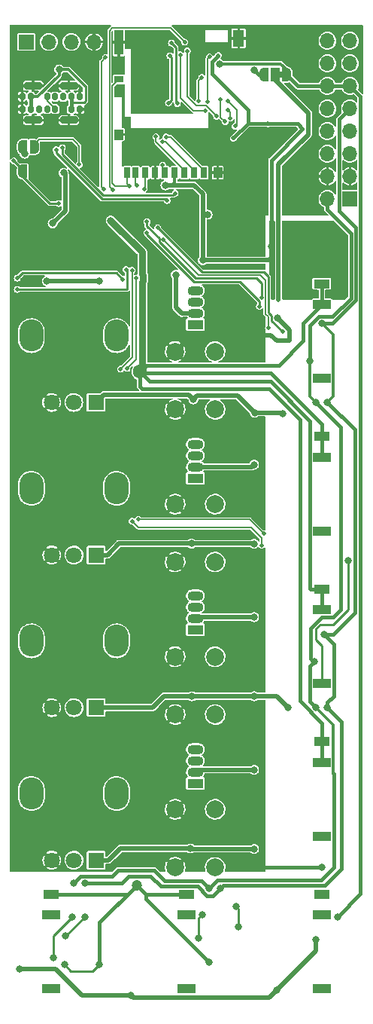
<source format=gbr>
G04 #@! TF.GenerationSoftware,KiCad,Pcbnew,6.0.5+dfsg-1*
G04 #@! TF.CreationDate,2022-06-05T16:54:12+02:00*
G04 #@! TF.ProjectId,demiurge,64656d69-7572-4676-952e-6b696361645f,E*
G04 #@! TF.SameCoordinates,Original*
G04 #@! TF.FileFunction,Copper,L2,Bot*
G04 #@! TF.FilePolarity,Positive*
%FSLAX46Y46*%
G04 Gerber Fmt 4.6, Leading zero omitted, Abs format (unit mm)*
G04 Created by KiCad (PCBNEW 6.0.5+dfsg-1) date 2022-06-05 16:54:12*
%MOMM*%
%LPD*%
G01*
G04 APERTURE LIST*
G04 Aperture macros list*
%AMRoundRect*
0 Rectangle with rounded corners*
0 $1 Rounding radius*
0 $2 $3 $4 $5 $6 $7 $8 $9 X,Y pos of 4 corners*
0 Add a 4 corners polygon primitive as box body*
4,1,4,$2,$3,$4,$5,$6,$7,$8,$9,$2,$3,0*
0 Add four circle primitives for the rounded corners*
1,1,$1+$1,$2,$3*
1,1,$1+$1,$4,$5*
1,1,$1+$1,$6,$7*
1,1,$1+$1,$8,$9*
0 Add four rect primitives between the rounded corners*
20,1,$1+$1,$2,$3,$4,$5,0*
20,1,$1+$1,$4,$5,$6,$7,0*
20,1,$1+$1,$6,$7,$8,$9,0*
20,1,$1+$1,$8,$9,$2,$3,0*%
%AMFreePoly0*
4,1,22,0.550000,-0.750000,0.000000,-0.750000,0.000000,-0.745033,-0.079941,-0.743568,-0.215256,-0.701293,-0.333266,-0.622738,-0.424486,-0.514219,-0.481581,-0.384460,-0.499164,-0.250000,-0.500000,-0.250000,-0.500000,0.250000,-0.499164,0.250000,-0.499963,0.256109,-0.478152,0.396186,-0.417904,0.524511,-0.324060,0.630769,-0.204165,0.706417,-0.067858,0.745374,0.000000,0.744959,0.000000,0.750000,
0.550000,0.750000,0.550000,-0.750000,0.550000,-0.750000,$1*%
%AMFreePoly1*
4,1,20,0.000000,0.744959,0.073905,0.744508,0.209726,0.703889,0.328688,0.626782,0.421226,0.519385,0.479903,0.390333,0.500000,0.250000,0.500000,-0.250000,0.499851,-0.262216,0.476331,-0.402017,0.414519,-0.529596,0.319384,-0.634700,0.198574,-0.708877,0.061801,-0.746166,0.000000,-0.745033,0.000000,-0.750000,-0.550000,-0.750000,-0.550000,0.750000,0.000000,0.750000,0.000000,0.744959,
0.000000,0.744959,$1*%
%AMFreePoly2*
4,1,22,0.500000,-0.750000,0.000000,-0.750000,0.000000,-0.745033,-0.079941,-0.743568,-0.215256,-0.701293,-0.333266,-0.622738,-0.424486,-0.514219,-0.481581,-0.384460,-0.499164,-0.250000,-0.500000,-0.250000,-0.500000,0.250000,-0.499164,0.250000,-0.499963,0.256109,-0.478152,0.396186,-0.417904,0.524511,-0.324060,0.630769,-0.204165,0.706417,-0.067858,0.745374,0.000000,0.744959,0.000000,0.750000,
0.500000,0.750000,0.500000,-0.750000,0.500000,-0.750000,$1*%
%AMFreePoly3*
4,1,20,0.000000,0.744959,0.073905,0.744508,0.209726,0.703889,0.328688,0.626782,0.421226,0.519385,0.479903,0.390333,0.500000,0.250000,0.500000,-0.250000,0.499851,-0.262216,0.476331,-0.402017,0.414519,-0.529596,0.319384,-0.634700,0.198574,-0.708877,0.061801,-0.746166,0.000000,-0.745033,0.000000,-0.750000,-0.500000,-0.750000,-0.500000,0.750000,0.000000,0.750000,0.000000,0.744959,
0.000000,0.744959,$1*%
G04 Aperture macros list end*
G04 #@! TA.AperFunction,ComponentPad*
%ADD10R,1.700000X1.700000*%
G04 #@! TD*
G04 #@! TA.AperFunction,ComponentPad*
%ADD11O,1.700000X1.700000*%
G04 #@! TD*
G04 #@! TA.AperFunction,ComponentPad*
%ADD12C,2.000000*%
G04 #@! TD*
G04 #@! TA.AperFunction,ComponentPad*
%ADD13R,1.800000X1.000000*%
G04 #@! TD*
G04 #@! TA.AperFunction,ComponentPad*
%ADD14R,2.000000X1.000000*%
G04 #@! TD*
G04 #@! TA.AperFunction,SMDPad,CuDef*
%ADD15FreePoly0,180.000000*%
G04 #@! TD*
G04 #@! TA.AperFunction,SMDPad,CuDef*
%ADD16R,1.000000X1.500000*%
G04 #@! TD*
G04 #@! TA.AperFunction,SMDPad,CuDef*
%ADD17FreePoly1,180.000000*%
G04 #@! TD*
G04 #@! TA.AperFunction,ComponentPad*
%ADD18C,1.800000*%
G04 #@! TD*
G04 #@! TA.AperFunction,ComponentPad*
%ADD19R,1.800000X1.800000*%
G04 #@! TD*
G04 #@! TA.AperFunction,ComponentPad*
%ADD20O,2.720000X3.600000*%
G04 #@! TD*
G04 #@! TA.AperFunction,ComponentPad*
%ADD21R,1.800000X1.070000*%
G04 #@! TD*
G04 #@! TA.AperFunction,ComponentPad*
%ADD22O,1.800000X1.070000*%
G04 #@! TD*
G04 #@! TA.AperFunction,ComponentPad*
%ADD23RoundRect,0.162500X-0.162500X-0.237500X0.162500X-0.237500X0.162500X0.237500X-0.162500X0.237500X0*%
G04 #@! TD*
G04 #@! TA.AperFunction,ComponentPad*
%ADD24RoundRect,0.200000X-0.800000X-0.200000X0.800000X-0.200000X0.800000X0.200000X-0.800000X0.200000X0*%
G04 #@! TD*
G04 #@! TA.AperFunction,SMDPad,CuDef*
%ADD25FreePoly2,180.000000*%
G04 #@! TD*
G04 #@! TA.AperFunction,SMDPad,CuDef*
%ADD26FreePoly3,180.000000*%
G04 #@! TD*
G04 #@! TA.AperFunction,SMDPad,CuDef*
%ADD27R,0.700000X1.200000*%
G04 #@! TD*
G04 #@! TA.AperFunction,SMDPad,CuDef*
%ADD28R,1.000000X0.800000*%
G04 #@! TD*
G04 #@! TA.AperFunction,SMDPad,CuDef*
%ADD29R,1.000000X1.200000*%
G04 #@! TD*
G04 #@! TA.AperFunction,SMDPad,CuDef*
%ADD30R,1.000000X2.800000*%
G04 #@! TD*
G04 #@! TA.AperFunction,SMDPad,CuDef*
%ADD31R,1.300000X1.900000*%
G04 #@! TD*
G04 #@! TA.AperFunction,ViaPad*
%ADD32C,0.800000*%
G04 #@! TD*
G04 #@! TA.AperFunction,ViaPad*
%ADD33C,0.460000*%
G04 #@! TD*
G04 #@! TA.AperFunction,ViaPad*
%ADD34C,1.200000*%
G04 #@! TD*
G04 #@! TA.AperFunction,ViaPad*
%ADD35C,1.600000*%
G04 #@! TD*
G04 #@! TA.AperFunction,Conductor*
%ADD36C,0.381000*%
G04 #@! TD*
G04 #@! TA.AperFunction,Conductor*
%ADD37C,0.500000*%
G04 #@! TD*
G04 #@! TA.AperFunction,Conductor*
%ADD38C,0.152400*%
G04 #@! TD*
G04 #@! TA.AperFunction,Conductor*
%ADD39C,0.228600*%
G04 #@! TD*
G04 #@! TA.AperFunction,Conductor*
%ADD40C,0.304800*%
G04 #@! TD*
G04 #@! TA.AperFunction,Conductor*
%ADD41C,0.457200*%
G04 #@! TD*
G04 #@! TA.AperFunction,Conductor*
%ADD42C,0.250000*%
G04 #@! TD*
G04 #@! TA.AperFunction,Conductor*
%ADD43C,0.800000*%
G04 #@! TD*
G04 #@! TA.AperFunction,Conductor*
%ADD44C,0.254000*%
G04 #@! TD*
G04 APERTURE END LIST*
G36*
X107410000Y-56810000D02*
G01*
X106910000Y-56810000D01*
X106910000Y-56210000D01*
X107410000Y-56210000D01*
X107410000Y-56810000D01*
G37*
D10*
X114935000Y-70485000D03*
D11*
X112395000Y-70485000D03*
X114935000Y-67945000D03*
X112395000Y-67945000D03*
X114935000Y-65405000D03*
X112395000Y-65405000D03*
X114935000Y-62865000D03*
X112395000Y-62865000D03*
X114935000Y-60325000D03*
X112395000Y-60325000D03*
X114935000Y-57785000D03*
X112395000Y-57785000D03*
X114935000Y-55245000D03*
X112395000Y-55245000D03*
X114935000Y-52705000D03*
X112395000Y-52705000D03*
D10*
X78486000Y-52832000D03*
D11*
X81026000Y-52832000D03*
X83566000Y-52832000D03*
X86106000Y-52832000D03*
D12*
X95250000Y-104775000D03*
X95250000Y-111275000D03*
X99750000Y-104775000D03*
X99750000Y-111275000D03*
X95250000Y-121920000D03*
X95250000Y-128420000D03*
X99750000Y-121920000D03*
X99750000Y-128420000D03*
D13*
X111760000Y-148590000D03*
D14*
X111760000Y-159225000D03*
X111760000Y-150925000D03*
D13*
X111760000Y-80010000D03*
D14*
X111760000Y-90645000D03*
X111760000Y-82345000D03*
D15*
X107810000Y-56510000D03*
D16*
X106510000Y-56510000D03*
D17*
X105210000Y-56510000D03*
D12*
X95250000Y-139065000D03*
X95250000Y-145565000D03*
X99750000Y-145565000D03*
X99750000Y-139065000D03*
D13*
X96520000Y-148590000D03*
D14*
X96520000Y-159225000D03*
X96520000Y-150925000D03*
D18*
X81346000Y-93345000D03*
X83846000Y-93345000D03*
D19*
X86346000Y-93345000D03*
D20*
X79046000Y-85845000D03*
X88646000Y-85845000D03*
X88660000Y-137280000D03*
X79060000Y-137280000D03*
D19*
X86360000Y-144780000D03*
D18*
X83860000Y-144780000D03*
X81360000Y-144780000D03*
D13*
X111760000Y-131445000D03*
D14*
X111760000Y-142080000D03*
X111760000Y-133780000D03*
D13*
X111760000Y-114300000D03*
D14*
X111760000Y-124935000D03*
X111760000Y-116635000D03*
D13*
X111760000Y-97155000D03*
D14*
X111760000Y-107790000D03*
X111760000Y-99490000D03*
D20*
X79060000Y-102990000D03*
X88660000Y-102990000D03*
D19*
X86360000Y-110490000D03*
D18*
X83860000Y-110490000D03*
X81360000Y-110490000D03*
D20*
X79060000Y-120135000D03*
X88660000Y-120135000D03*
D19*
X86360000Y-127635000D03*
D18*
X83860000Y-127635000D03*
X81360000Y-127635000D03*
D12*
X95250000Y-87630000D03*
X95250000Y-94130000D03*
X99750000Y-87630000D03*
X99750000Y-94130000D03*
D13*
X81280000Y-148590000D03*
D14*
X81280000Y-159225000D03*
X81280000Y-150925000D03*
D21*
X97536000Y-84582000D03*
D22*
X97536000Y-83312000D03*
X97536000Y-82042000D03*
X97536000Y-80772000D03*
D21*
X97536000Y-101854000D03*
D22*
X97536000Y-100584000D03*
X97536000Y-99314000D03*
X97536000Y-98044000D03*
D21*
X97536000Y-136144000D03*
D22*
X97536000Y-134874000D03*
X97536000Y-133604000D03*
X97536000Y-132334000D03*
D21*
X97536000Y-118872000D03*
D22*
X97536000Y-117602000D03*
X97536000Y-116332000D03*
X97536000Y-115062000D03*
D23*
X78030000Y-60390000D03*
X78980000Y-60390000D03*
X79930000Y-60390000D03*
X80830000Y-60390000D03*
X81730000Y-60390000D03*
X83580000Y-60390000D03*
X84530000Y-60390000D03*
X84530000Y-58990000D03*
X83580000Y-58990000D03*
X82630000Y-58990000D03*
X81730000Y-58990000D03*
X80830000Y-58990000D03*
X78980000Y-58990000D03*
X78030000Y-58990000D03*
D24*
X83280000Y-57760000D03*
X83280000Y-61630000D03*
X79280000Y-57760000D03*
X79280000Y-61620000D03*
D25*
X79390000Y-64643000D03*
D26*
X78090000Y-64643000D03*
D27*
X98503000Y-67542000D03*
X97403000Y-67542000D03*
X96303000Y-67542000D03*
X95203000Y-67542000D03*
X94103000Y-67542000D03*
X93003000Y-67542000D03*
X91903000Y-67542000D03*
X90803000Y-67542000D03*
X89853000Y-67542000D03*
D28*
X88903000Y-57042000D03*
D29*
X88903000Y-63242000D03*
D30*
X88903000Y-52892000D03*
D31*
X102403000Y-52442000D03*
D29*
X100053000Y-67542000D03*
D25*
X79390000Y-67386200D03*
D26*
X78090000Y-67386200D03*
D32*
X92100000Y-63000000D03*
X83500000Y-77800000D03*
X86000000Y-77000000D03*
X78900000Y-77800000D03*
X78900000Y-81700000D03*
X92700000Y-81400000D03*
X92600000Y-87600000D03*
X100000000Y-85800000D03*
X88200000Y-91400000D03*
X88200000Y-93600000D03*
X101200000Y-99600000D03*
X101200000Y-101600000D03*
X101200000Y-108200000D03*
X95200000Y-108200000D03*
X94800000Y-113400000D03*
X90400000Y-110600000D03*
X90400000Y-108200000D03*
X101800000Y-118400000D03*
X101800000Y-116600000D03*
X95200000Y-125400000D03*
X89400000Y-128600000D03*
X89400000Y-126600000D03*
X102400000Y-135800000D03*
X102400000Y-133600000D03*
X102200000Y-144600000D03*
X102200000Y-142600000D03*
X93400000Y-144400000D03*
X93400000Y-142400000D03*
X91100000Y-142400000D03*
X91100000Y-144400000D03*
X89600000Y-142400000D03*
X89600000Y-144400000D03*
X98900000Y-72250000D03*
X98900000Y-69200000D03*
X112395000Y-75946000D03*
X107950000Y-127635000D03*
D33*
X100101400Y-54356000D03*
D32*
X104140000Y-117475000D03*
X111125000Y-74041000D03*
X111125000Y-75946000D03*
X111125000Y-77851000D03*
X80797400Y-79705200D03*
X104140000Y-143510000D03*
X106081300Y-77258620D03*
X111125000Y-153670000D03*
X107400000Y-94600000D03*
X81457800Y-73228200D03*
X113665000Y-74041000D03*
X78308200Y-65405000D03*
X104134689Y-100330000D03*
X112395000Y-77851000D03*
D33*
X101803200Y-63652400D03*
D32*
X106680000Y-159385000D03*
X97155000Y-126365000D03*
X113665000Y-75946000D03*
X112395000Y-74041000D03*
X95326200Y-78994000D03*
X90300000Y-160000000D03*
X106081300Y-75842155D03*
D33*
X109601000Y-62611000D03*
D32*
X82702400Y-67538600D03*
X96991937Y-143453400D03*
X104140000Y-109220000D03*
X97100000Y-109200000D03*
X86664800Y-79705200D03*
D33*
X105703200Y-62026800D03*
D32*
X97300000Y-93000000D03*
X94157800Y-68961000D03*
X104140000Y-126365000D03*
X104200000Y-94500000D03*
X104140000Y-134620000D03*
X77700000Y-157000000D03*
X98374200Y-77368400D03*
X113665000Y-77851000D03*
X100215385Y-55294180D03*
X113572090Y-151130000D03*
X85090000Y-151130000D03*
X82931000Y-153289000D03*
X102108000Y-149987000D03*
X112395000Y-93345000D03*
X85090000Y-147320000D03*
X102362000Y-152273000D03*
X112395000Y-127635000D03*
X104150000Y-56040000D03*
X111760000Y-84455000D03*
X100330000Y-147955000D03*
X112000000Y-119380000D03*
X83820000Y-147320000D03*
X83693000Y-151130000D03*
X99060000Y-147955000D03*
X110900000Y-122500000D03*
X111125000Y-127635000D03*
X110413800Y-88722200D03*
X97917000Y-153543000D03*
X81534000Y-155702000D03*
X111125000Y-93345000D03*
X98298000Y-150876000D03*
D34*
X90932000Y-147574000D03*
D32*
X86741008Y-156464000D03*
D35*
X91300000Y-89900000D03*
D32*
X99060000Y-156210000D03*
X88000000Y-72900000D03*
X82800000Y-156500000D03*
D33*
X105752000Y-84963000D03*
X93939292Y-75076642D03*
X107365800Y-85420200D03*
X93284692Y-73720308D03*
X92075000Y-74295000D03*
X104744699Y-82550000D03*
X104965089Y-81543630D03*
X92075000Y-73025000D03*
X106883200Y-81864200D03*
D32*
X91100000Y-130100000D03*
X81280000Y-129540000D03*
D33*
X100730000Y-65250000D03*
D32*
X78740000Y-100076000D03*
X91100000Y-137200000D03*
X82900000Y-138300000D03*
X96240600Y-63271400D03*
X85090000Y-138430000D03*
X81280000Y-112395000D03*
X80450000Y-68400000D03*
X99060000Y-97155000D03*
X84455000Y-112395000D03*
X78105000Y-140970000D03*
X87630000Y-129540000D03*
D33*
X105537000Y-64744600D03*
X107380000Y-62930000D03*
X87997113Y-75502887D03*
D32*
X91100000Y-113500000D03*
X101168200Y-54356000D03*
X106772644Y-83871776D03*
X111800000Y-145600000D03*
X81791540Y-85344000D03*
D33*
X88300000Y-81900000D03*
D32*
X93600000Y-137200000D03*
D33*
X89823926Y-89523926D03*
X105243028Y-108111679D03*
X91100001Y-106499999D03*
X90858100Y-79389596D03*
X90400000Y-106700000D03*
X105000000Y-109400000D03*
X89100000Y-89600000D03*
X90400000Y-78500000D03*
D32*
X114710000Y-111080000D03*
D33*
X99916274Y-61194060D03*
X96621600Y-53848000D03*
X98666631Y-60592269D03*
X95833300Y-54279800D03*
X98247200Y-56819800D03*
X97900000Y-59500000D03*
X98876217Y-59536700D03*
X99113118Y-54514867D03*
X101168200Y-60477400D03*
X101473000Y-61395907D03*
X77470000Y-80645000D03*
X89732314Y-78409500D03*
X77470000Y-79375000D03*
X89361389Y-79506756D03*
X91770200Y-69342000D03*
X93850679Y-66677321D03*
X93091000Y-63474600D03*
X93783226Y-64077774D03*
X90973646Y-68943646D03*
X94234000Y-63500000D03*
X81850000Y-64950000D03*
X94361000Y-70643200D03*
X95250000Y-69850000D03*
X82550000Y-64738290D03*
X90093800Y-69011800D03*
D32*
X82194400Y-55930800D03*
D33*
X82150000Y-71000000D03*
X77089000Y-66200000D03*
X94824474Y-52952726D03*
X95504000Y-59766200D03*
X94665800Y-54381400D03*
X94500000Y-59700000D03*
X102009576Y-62299000D03*
X101168200Y-59486800D03*
X100374374Y-59340826D03*
X100863400Y-61798200D03*
X87223600Y-69392800D03*
X87412478Y-54581997D03*
X84455000Y-66598800D03*
X88214200Y-69469000D03*
X96316800Y-52857400D03*
D36*
X85090000Y-147320000D02*
X89250000Y-147320000D01*
X89250000Y-147320000D02*
X89970000Y-146600000D01*
X89970000Y-146600000D02*
X92500000Y-146600000D01*
X97763411Y-147733411D02*
X98830000Y-148800000D01*
X98830000Y-148800000D02*
X99485000Y-148800000D01*
X92500000Y-146600000D02*
X93633411Y-147733411D01*
X93633411Y-147733411D02*
X97763411Y-147733411D01*
X99485000Y-148800000D02*
X100330000Y-147955000D01*
X99060000Y-147955000D02*
X98205000Y-147100000D01*
X98205000Y-147100000D02*
X94050000Y-147100000D01*
X94050000Y-147100000D02*
X92850000Y-145900000D01*
X92850000Y-145900000D02*
X88812343Y-145899232D01*
X88812343Y-145899232D02*
X88134476Y-146577099D01*
X88134476Y-146577099D02*
X84562901Y-146577099D01*
X84562901Y-146577099D02*
X83820000Y-147320000D01*
X113064801Y-135004801D02*
X113102901Y-135042901D01*
X113102901Y-135042901D02*
X113102901Y-145597099D01*
X100015000Y-147000000D02*
X99060000Y-147955000D01*
X113102901Y-145597099D02*
X111700000Y-147000000D01*
X111700000Y-147000000D02*
X100015000Y-147000000D01*
X112395000Y-127635000D02*
X113980000Y-129220000D01*
X113980000Y-129220000D02*
X113980000Y-145720000D01*
X113980000Y-145720000D02*
X112067089Y-147632911D01*
X112067089Y-147632911D02*
X100652089Y-147632911D01*
X100652089Y-147632911D02*
X100330000Y-147955000D01*
D37*
X81800000Y-157000000D02*
X84800000Y-160000000D01*
X77700000Y-157000000D02*
X81800000Y-157000000D01*
X90500000Y-160200000D02*
X90300000Y-160000000D01*
X105865000Y-160200000D02*
X90500000Y-160200000D01*
X106680000Y-159385000D02*
X105865000Y-160200000D01*
X84800000Y-160000000D02*
X90300000Y-160000000D01*
X107300000Y-94500000D02*
X107400000Y-94600000D01*
X104200000Y-94500000D02*
X107300000Y-94500000D01*
D36*
X111760000Y-97155000D02*
X111760000Y-95760000D01*
X111760000Y-95760000D02*
X106000000Y-90000000D01*
X106000000Y-90000000D02*
X91400000Y-90000000D01*
X91400000Y-90000000D02*
X91300000Y-89900000D01*
X111760000Y-114300000D02*
X110479000Y-114300000D01*
X110417099Y-114238099D02*
X110417099Y-95417099D01*
X110417099Y-95417099D02*
X106000000Y-91000000D01*
X110479000Y-114300000D02*
X110417099Y-114238099D01*
X106000000Y-91000000D02*
X92400000Y-91000000D01*
X92400000Y-91000000D02*
X91300000Y-89900000D01*
X111760000Y-131445000D02*
X111760000Y-129369494D01*
X111760000Y-129369494D02*
X109300000Y-126909494D01*
X109300000Y-126909494D02*
X109300000Y-95300000D01*
X109300000Y-95300000D02*
X105800000Y-91800000D01*
X105800000Y-91800000D02*
X91500000Y-91800000D01*
X91500000Y-91800000D02*
X91300000Y-91600000D01*
X91300000Y-91600000D02*
X91300000Y-89900000D01*
D38*
X105000000Y-109400000D02*
X105000000Y-108600000D01*
X91100000Y-107400000D02*
X90400000Y-106700000D01*
X105000000Y-108600000D02*
X103800000Y-107400000D01*
X103800000Y-107400000D02*
X91100000Y-107400000D01*
D39*
X94361000Y-70643200D02*
X94217800Y-70500000D01*
X94217800Y-70500000D02*
X87010000Y-70500000D01*
X87010000Y-70500000D02*
X81850000Y-65340000D01*
X81850000Y-65340000D02*
X81850000Y-64950000D01*
D37*
X98374200Y-77368400D02*
X98374200Y-72275800D01*
X98374200Y-72275800D02*
X98374200Y-69926200D01*
X98900000Y-72250000D02*
X98400000Y-72250000D01*
X98400000Y-72250000D02*
X98374200Y-72275800D01*
D39*
X78090000Y-67960000D02*
X81130000Y-71000000D01*
X81130000Y-71000000D02*
X82150000Y-71000000D01*
D37*
X98374200Y-77368400D02*
X105971520Y-77368400D01*
D36*
X99415600Y-56464200D02*
X99415600Y-55041800D01*
X109016800Y-62026800D02*
X105703200Y-62026800D01*
D37*
X97536000Y-83312000D02*
X96037400Y-83312000D01*
D36*
X103428800Y-62026800D02*
X103428800Y-60477400D01*
D37*
X95326200Y-82651600D02*
X95326200Y-78994000D01*
D36*
X99415600Y-55041800D02*
X100101400Y-54356000D01*
D37*
X82880200Y-67716400D02*
X82880200Y-71805800D01*
X104140000Y-126365000D02*
X97155000Y-126365000D01*
X96037400Y-83312000D02*
X96012000Y-83337400D01*
X97409000Y-68961000D02*
X94157800Y-68961000D01*
D36*
X109601000Y-62611000D02*
X109016800Y-62026800D01*
D37*
X97663000Y-117475000D02*
X97536000Y-117602000D01*
X97300000Y-93000000D02*
X97700000Y-92600000D01*
X105971520Y-77368400D02*
X106081300Y-77258620D01*
X87641000Y-110490000D02*
X88931000Y-109200000D01*
X97100000Y-109200000D02*
X104120000Y-109200000D01*
X86664800Y-79705200D02*
X80797400Y-79705200D01*
X107950000Y-127635000D02*
X106680000Y-126365000D01*
X97700000Y-92600000D02*
X102300000Y-92600000D01*
X86346000Y-93345000D02*
X87216001Y-92474999D01*
X104140000Y-134620000D02*
X97790000Y-134620000D01*
D36*
X106081300Y-66130700D02*
X106081300Y-75842155D01*
D40*
X95203000Y-67542000D02*
X95203000Y-68642000D01*
D37*
X89086600Y-143453400D02*
X96991937Y-143453400D01*
X97536000Y-100584000D02*
X103880689Y-100584000D01*
X88931000Y-109200000D02*
X97100000Y-109200000D01*
X96774999Y-92474999D02*
X97300000Y-93000000D01*
X111125000Y-154940000D02*
X106680000Y-159385000D01*
D36*
X103428800Y-60477400D02*
X99415600Y-56464200D01*
D37*
X104140000Y-143510000D02*
X97048537Y-143510000D01*
X103880689Y-100584000D02*
X104134689Y-100330000D01*
X98374200Y-69926200D02*
X97409000Y-68961000D01*
X97048537Y-143510000D02*
X96991937Y-143453400D01*
X104140000Y-117475000D02*
X97663000Y-117475000D01*
D36*
X103428800Y-62026800D02*
X101803200Y-63652400D01*
X105703200Y-62026800D02*
X103428800Y-62026800D01*
D37*
X93965000Y-126365000D02*
X92695000Y-127635000D01*
D40*
X95203000Y-68642000D02*
X94884000Y-68961000D01*
D37*
X106680000Y-126365000D02*
X104140000Y-126365000D01*
X87760000Y-144780000D02*
X89086600Y-143453400D01*
D40*
X94884000Y-68961000D02*
X94157800Y-68961000D01*
D37*
X96012000Y-83337400D02*
X95326200Y-82651600D01*
D36*
X109601000Y-62611000D02*
X106081300Y-66130700D01*
D37*
X97155000Y-126365000D02*
X93965000Y-126365000D01*
X82702400Y-67538600D02*
X82880200Y-67716400D01*
X102300000Y-92600000D02*
X104200000Y-94500000D01*
X104120000Y-109200000D02*
X104140000Y-109220000D01*
X86360000Y-144780000D02*
X87760000Y-144780000D01*
X97790000Y-134620000D02*
X97536000Y-134874000D01*
X92695000Y-127635000D02*
X86360000Y-127635000D01*
X87216001Y-92474999D02*
X96774999Y-92474999D01*
X111125000Y-153670000D02*
X111125000Y-154940000D01*
X86360000Y-110490000D02*
X87641000Y-110490000D01*
X82880200Y-71805800D02*
X81457800Y-73228200D01*
D36*
X116127901Y-58977901D02*
X116127901Y-148574189D01*
D41*
X112395000Y-57785000D02*
X114935000Y-57785000D01*
D40*
X107152802Y-55294180D02*
X100215385Y-55294180D01*
D41*
X109085000Y-57785000D02*
X112395000Y-57785000D01*
X107810000Y-56510000D02*
X109085000Y-57785000D01*
D40*
X107810000Y-56510000D02*
X107810000Y-55951378D01*
D36*
X114935000Y-57785000D02*
X116127901Y-58977901D01*
D40*
X107810000Y-55951378D02*
X107152802Y-55294180D01*
D36*
X116127901Y-148574189D02*
X113572090Y-151130000D01*
D40*
X113064801Y-85759801D02*
X111760000Y-84455000D01*
D36*
X113102901Y-126361414D02*
X113102901Y-120482901D01*
X115576312Y-81857539D02*
X112978851Y-84455000D01*
X113020000Y-119380000D02*
X112000000Y-119380000D01*
X113742099Y-71842099D02*
X115576312Y-73676312D01*
X113742099Y-61517901D02*
X113742099Y-71842099D01*
D42*
X85090000Y-151130000D02*
X82931000Y-153289000D01*
D36*
X115452902Y-116947098D02*
X113020000Y-119380000D01*
D40*
X113064801Y-92675199D02*
X113064801Y-85759801D01*
D36*
X112395000Y-93345000D02*
X115452902Y-96402902D01*
X112978851Y-84455000D02*
X111760000Y-84455000D01*
D42*
X102362000Y-152273000D02*
X102362000Y-150241000D01*
D36*
X113102901Y-120482901D02*
X112000000Y-119380000D01*
D41*
X105210000Y-56510000D02*
X104620000Y-56510000D01*
X104620000Y-56510000D02*
X104150000Y-56040000D01*
D36*
X114935000Y-60325000D02*
X113742099Y-61517901D01*
X115452902Y-96402902D02*
X115452902Y-116947098D01*
X112395000Y-127635000D02*
X112395000Y-127069315D01*
X115576312Y-73676312D02*
X115576312Y-81857539D01*
D42*
X102362000Y-150241000D02*
X102108000Y-149987000D01*
D40*
X112395000Y-93345000D02*
X113064801Y-92675199D01*
D36*
X112395000Y-127069315D02*
X113102901Y-126361414D01*
X111403407Y-83712099D02*
X110413800Y-84701706D01*
D40*
X110413800Y-92633800D02*
X110413800Y-88722200D01*
D36*
X110413800Y-84701706D02*
X110413800Y-88722200D01*
X110417099Y-126927099D02*
X111125000Y-127635000D01*
X113034321Y-117477901D02*
X113907098Y-116605124D01*
X115042901Y-74334982D02*
X115042901Y-81636593D01*
X112967395Y-83712099D02*
X111403407Y-83712099D01*
X112395000Y-70485000D02*
X112395000Y-71687081D01*
D40*
X111125000Y-127635000D02*
X113064801Y-129574801D01*
D36*
X113907098Y-116605124D02*
X113907098Y-96127098D01*
D42*
X97917000Y-153543000D02*
X97917000Y-151257000D01*
D36*
X112395000Y-71687081D02*
X115042901Y-74334982D01*
X110417099Y-122982901D02*
X110417099Y-126927099D01*
X110900000Y-122500000D02*
X110500001Y-122100001D01*
D42*
X83293001Y-151487589D02*
X81534000Y-153246590D01*
D36*
X113907098Y-96127098D02*
X111125000Y-93345000D01*
D42*
X81534000Y-153246590D02*
X81534000Y-155702000D01*
X83693000Y-151130000D02*
X83293001Y-151487589D01*
X97917000Y-151257000D02*
X98298000Y-150876000D01*
D36*
X111745506Y-117477901D02*
X113034321Y-117477901D01*
D40*
X111125000Y-93345000D02*
X110413800Y-92633800D01*
D36*
X110500001Y-122100001D02*
X110500001Y-118723406D01*
X110500001Y-118723406D02*
X111745506Y-117477901D01*
D40*
X113064801Y-129574801D02*
X113064801Y-135004801D01*
D36*
X110900000Y-122500000D02*
X110417099Y-122982901D01*
X115042901Y-81636593D02*
X112967395Y-83712099D01*
D41*
X81280000Y-148590000D02*
X89916000Y-148590000D01*
D36*
X90932000Y-147574000D02*
X86741008Y-151764992D01*
X86741008Y-151764992D02*
X86741008Y-156464000D01*
X111760000Y-99490000D02*
X111760000Y-97155000D01*
X91948000Y-149098000D02*
X99060000Y-156210000D01*
D43*
X91300000Y-89900000D02*
X91540001Y-89659999D01*
X91640001Y-79065721D02*
X91540001Y-78965721D01*
D36*
X91948000Y-148590000D02*
X96520000Y-148590000D01*
X111760000Y-116635000D02*
X111760000Y-114300000D01*
X111760000Y-82345000D02*
X111760000Y-80010000D01*
X109671399Y-86428601D02*
X109671399Y-84433601D01*
D43*
X91640001Y-79713471D02*
X91640001Y-79065721D01*
D36*
X109671399Y-84433601D02*
X111760000Y-82345000D01*
D42*
X86741008Y-156464000D02*
X85979008Y-157226000D01*
D43*
X91540001Y-79813471D02*
X91640001Y-79713471D01*
X91540001Y-78965721D02*
X91540001Y-76440001D01*
D36*
X92000000Y-89200000D02*
X106900000Y-89200000D01*
D43*
X91540001Y-89659999D02*
X91540001Y-79813471D01*
X91540001Y-76440001D02*
X88000000Y-72900000D01*
D36*
X91300000Y-89900000D02*
X92000000Y-89200000D01*
X91948000Y-148590000D02*
X91948000Y-149098000D01*
D42*
X83526000Y-157226000D02*
X82800000Y-156500000D01*
D41*
X89916000Y-148590000D02*
X90932000Y-147574000D01*
D36*
X90932000Y-147574000D02*
X91948000Y-148590000D01*
X106900000Y-89200000D02*
X109671399Y-86428601D01*
X111760000Y-133780000D02*
X111760000Y-131445000D01*
D42*
X85979008Y-157226000D02*
X83526000Y-157226000D01*
D38*
X105423189Y-79616789D02*
X105423189Y-83396813D01*
X93939292Y-75076642D02*
X97919661Y-79057011D01*
X105423189Y-83396813D02*
X105752000Y-83725624D01*
X105752000Y-83725624D02*
X105752000Y-84963000D01*
X104863411Y-79057011D02*
X105423189Y-79616789D01*
X97919661Y-79057011D02*
X104863411Y-79057011D01*
D39*
X105765600Y-79222600D02*
X105765600Y-83254982D01*
X93284692Y-73720308D02*
X98278984Y-78714600D01*
X105765600Y-83254982D02*
X106106443Y-83595825D01*
X98278984Y-78714600D02*
X105257600Y-78714600D01*
X106106443Y-83595825D02*
X106106443Y-84160843D01*
X106106443Y-84160843D02*
X107365800Y-85420200D01*
X105257600Y-78714600D02*
X105765600Y-79222600D01*
X104744699Y-82024975D02*
X104744699Y-82550000D01*
X102499657Y-79779933D02*
X104744699Y-82024975D01*
X97402725Y-79779933D02*
X102499657Y-79779933D01*
X92075000Y-74452208D02*
X97402725Y-79779933D01*
X92075000Y-74295000D02*
X92075000Y-74452208D01*
X93443091Y-74889141D02*
X93443091Y-75282176D01*
X104393022Y-79399422D02*
X104965089Y-79971489D01*
X92075000Y-73521050D02*
X93443091Y-74889141D01*
X93443091Y-75282176D02*
X97560337Y-79399422D01*
X104965089Y-79971489D02*
X104965089Y-81543630D01*
X97560337Y-79399422D02*
X104393022Y-79399422D01*
X92075000Y-73025000D02*
X92075000Y-73521050D01*
D37*
X106883200Y-66616800D02*
X106883200Y-81864200D01*
X106510000Y-56510000D02*
X106510000Y-57078400D01*
X110236000Y-60804400D02*
X110236000Y-63264000D01*
X110236000Y-63264000D02*
X106883200Y-66616800D01*
X106510000Y-57078400D02*
X110236000Y-60804400D01*
D36*
X102971600Y-144195800D02*
X104375800Y-145600000D01*
D37*
X108077000Y-86436200D02*
X106654600Y-86436200D01*
X108153200Y-85252332D02*
X108153200Y-86360000D01*
X106772644Y-83871776D02*
X108153200Y-85252332D01*
X105994200Y-85775800D02*
X97104200Y-85775800D01*
D36*
X96619200Y-144195800D02*
X102971600Y-144195800D01*
D37*
X108153200Y-86360000D02*
X108077000Y-86436200D01*
D36*
X95250000Y-145565000D02*
X96619200Y-144195800D01*
X104375800Y-145600000D02*
X111800000Y-145600000D01*
D37*
X106654600Y-86436200D02*
X105994200Y-85775800D01*
X97104200Y-85775800D02*
X95250000Y-87630000D01*
D38*
X103631348Y-106499999D02*
X91100001Y-106499999D01*
X90858100Y-79389596D02*
X90858100Y-88489752D01*
X90858100Y-88489752D02*
X89823926Y-89523926D01*
X105243028Y-108111679D02*
X103631348Y-106499999D01*
X90400000Y-88300000D02*
X89100000Y-89600000D01*
X90400000Y-78500000D02*
X90400000Y-88300000D01*
D39*
X113050000Y-118310000D02*
X114710000Y-116650000D01*
X111760000Y-124935000D02*
X111760000Y-120650000D01*
X111125000Y-118745000D02*
X111560000Y-118310000D01*
X111560000Y-118310000D02*
X113050000Y-118310000D01*
X114710000Y-116650000D02*
X114710000Y-111080000D01*
X111125000Y-120015000D02*
X111125000Y-118745000D01*
X111760000Y-120650000D02*
X111125000Y-120015000D01*
D38*
X96621600Y-59004200D02*
X96621600Y-53848000D01*
X98717014Y-59994800D02*
X97612200Y-59994800D01*
X97612200Y-59994800D02*
X96621600Y-59004200D01*
X99916274Y-61194060D02*
X98717014Y-59994800D01*
X95833300Y-59104900D02*
X97320669Y-60592269D01*
X95833300Y-54279800D02*
X95833300Y-59104900D01*
X97320669Y-60592269D02*
X98666631Y-60592269D01*
X98247200Y-56819800D02*
X97900000Y-57167000D01*
X97900000Y-57167000D02*
X97900000Y-59500000D01*
X98876217Y-59536700D02*
X98882200Y-59530717D01*
X98882200Y-54745785D02*
X99113118Y-54514867D01*
X98882200Y-59530717D02*
X98882200Y-54745785D01*
X101473000Y-60782200D02*
X101473000Y-61395907D01*
X101168200Y-60477400D02*
X101473000Y-60782200D01*
D39*
X89857589Y-78534775D02*
X89732314Y-78409500D01*
X89857589Y-80645000D02*
X89857589Y-78534775D01*
X77470000Y-80645000D02*
X89857589Y-80645000D01*
X88645433Y-78790800D02*
X89361389Y-79506756D01*
X78054200Y-78790800D02*
X88645433Y-78790800D01*
X77470000Y-79375000D02*
X78054200Y-78790800D01*
D38*
X91903000Y-69209200D02*
X91770200Y-69342000D01*
X91903000Y-67542000D02*
X91903000Y-69209200D01*
X93850679Y-67289679D02*
X93850679Y-66677321D01*
X94103000Y-67542000D02*
X93850679Y-67289679D01*
X96303000Y-67542000D02*
X96303000Y-67292000D01*
X93091000Y-64080000D02*
X93091000Y-63474600D01*
X96303000Y-67292000D02*
X93091000Y-64080000D01*
X97403000Y-67292000D02*
X94188774Y-64077774D01*
X94188774Y-64077774D02*
X93783226Y-64077774D01*
X97403000Y-67542000D02*
X97403000Y-67292000D01*
X90803000Y-67542000D02*
X90803000Y-68773000D01*
X90803000Y-68773000D02*
X90973646Y-68943646D01*
X98503000Y-67292000D02*
X94711000Y-63500000D01*
X98503000Y-67542000D02*
X98503000Y-67292000D01*
X94711000Y-63500000D02*
X94234000Y-63500000D01*
D39*
X95250000Y-69850000D02*
X95033199Y-70066801D01*
X82550000Y-65501268D02*
X82550000Y-64738290D01*
X87115533Y-70066801D02*
X82550000Y-65501268D01*
X95033199Y-70066801D02*
X87115533Y-70066801D01*
D38*
X89853000Y-68771000D02*
X89853000Y-67542000D01*
X90093800Y-69011800D02*
X89853000Y-68771000D01*
X88174889Y-68694529D02*
X88492160Y-69011800D01*
X88903000Y-57042000D02*
X88174889Y-57770111D01*
X88492160Y-69011800D02*
X90093800Y-69011800D01*
X88174889Y-57770111D02*
X88174889Y-68694529D01*
D44*
X85159320Y-57857802D02*
X85159320Y-59493680D01*
D36*
X83580000Y-59653200D02*
X83580000Y-60390000D01*
D44*
X85159320Y-59493680D02*
X84984080Y-59668920D01*
D40*
X85159320Y-57857802D02*
X83232318Y-55930800D01*
D36*
X78980000Y-58990000D02*
X78980000Y-60390000D01*
D40*
X78980000Y-58990000D02*
X79769122Y-58990000D01*
D44*
X84984080Y-59668920D02*
X83595720Y-59668920D01*
X83595720Y-59668920D02*
X83580000Y-59653200D01*
D40*
X82194400Y-56564722D02*
X82194400Y-55930800D01*
D36*
X83580000Y-58990000D02*
X83580000Y-59653200D01*
D40*
X79769122Y-58990000D02*
X82194400Y-56564722D01*
X83232318Y-55930800D02*
X82194400Y-55930800D01*
D38*
X80830000Y-58990000D02*
X80830000Y-59436884D01*
X80830000Y-59436884D02*
X81730000Y-60336884D01*
X81730000Y-60336884D02*
X81730000Y-60390000D01*
D39*
X78090000Y-67386200D02*
X78090000Y-67201000D01*
X78090000Y-67201000D02*
X77089000Y-66200000D01*
X95504000Y-59766200D02*
X95337099Y-59599299D01*
X95337099Y-53465351D02*
X94824474Y-52952726D01*
X95337099Y-59599299D02*
X95337099Y-53465351D01*
X94818200Y-59381800D02*
X94500000Y-59700000D01*
X94818200Y-54533800D02*
X94818200Y-59381800D01*
X94665800Y-54381400D02*
X94818200Y-54533800D01*
D38*
X102187033Y-62121543D02*
X102009576Y-62299000D01*
X102187033Y-60505633D02*
X102187033Y-62121543D01*
X101168200Y-59486800D02*
X102187033Y-60505633D01*
X100374374Y-59340826D02*
X100374374Y-61309174D01*
X100374374Y-61309174D02*
X100863400Y-61798200D01*
X87223600Y-69392800D02*
X86919289Y-69088489D01*
X86919289Y-55075186D02*
X87412478Y-54581997D01*
X86919289Y-69088489D02*
X86919289Y-55075186D01*
X84455000Y-64516000D02*
X84455000Y-66598800D01*
X79390000Y-64348600D02*
X79959200Y-63779400D01*
X83718400Y-63779400D02*
X84124800Y-64185800D01*
X84124800Y-64185800D02*
X84455000Y-64516000D01*
X79390000Y-64643000D02*
X79390000Y-64348600D01*
X79959200Y-63779400D02*
X83718400Y-63779400D01*
X87870578Y-69125378D02*
X87870578Y-51568200D01*
X88214200Y-69469000D02*
X87870578Y-69125378D01*
X88181578Y-51257200D02*
X94716600Y-51257200D01*
X87870578Y-51568200D02*
X88181578Y-51257200D01*
X94716600Y-51257200D02*
X96316800Y-52857400D01*
G04 #@! TA.AperFunction,Conductor*
G36*
X76719700Y-66345341D02*
G01*
X76749103Y-66376325D01*
X76775366Y-66427868D01*
X76861132Y-66513634D01*
X76866408Y-66516322D01*
X76866409Y-66516323D01*
X76894478Y-66530625D01*
X76969202Y-66568699D01*
X77076506Y-66585694D01*
X77117916Y-66606794D01*
X77429470Y-66918348D01*
X77451210Y-66964968D01*
X77450454Y-66983996D01*
X77444583Y-67018896D01*
X77432862Y-67088564D01*
X77431275Y-67097994D01*
X77429126Y-67121951D01*
X77428975Y-67134293D01*
X77430537Y-67158300D01*
X77432068Y-67168992D01*
X77433345Y-67177907D01*
X77434105Y-67188568D01*
X77434105Y-67574890D01*
X77433063Y-67587366D01*
X77431275Y-67597994D01*
X77429126Y-67621951D01*
X77428975Y-67634293D01*
X77430537Y-67658300D01*
X77430741Y-67659722D01*
X77430742Y-67659735D01*
X77441102Y-67732074D01*
X77450841Y-67800077D01*
X77463247Y-67842502D01*
X77464354Y-67844937D01*
X77464356Y-67844942D01*
X77505727Y-67935931D01*
X77522527Y-67972881D01*
X77546341Y-68010118D01*
X77559981Y-68025948D01*
X77621548Y-68097400D01*
X77639831Y-68118619D01*
X77641844Y-68120375D01*
X77641848Y-68120379D01*
X77671123Y-68145917D01*
X77671127Y-68145920D01*
X77673140Y-68147676D01*
X77693206Y-68160682D01*
X77775492Y-68214017D01*
X77793325Y-68225576D01*
X77795747Y-68226695D01*
X77795754Y-68226699D01*
X77813388Y-68234846D01*
X77833450Y-68244116D01*
X77836011Y-68244882D01*
X77836014Y-68244883D01*
X77968099Y-68284384D01*
X77968103Y-68284385D01*
X77970668Y-68285152D01*
X77986199Y-68287473D01*
X78011746Y-68291291D01*
X78011747Y-68291291D01*
X78014383Y-68291685D01*
X78017044Y-68291701D01*
X78018358Y-68291803D01*
X78065726Y-68313604D01*
X80917210Y-71165087D01*
X80926562Y-71176482D01*
X80937359Y-71192641D01*
X80990081Y-71227868D01*
X81025743Y-71251697D01*
X81033007Y-71253142D01*
X81122735Y-71270990D01*
X81130000Y-71272435D01*
X81137264Y-71270990D01*
X81137265Y-71270990D01*
X81149054Y-71268645D01*
X81163725Y-71267200D01*
X81844550Y-71267200D01*
X81892888Y-71284793D01*
X81897724Y-71289226D01*
X81922132Y-71313634D01*
X82030202Y-71368699D01*
X82150000Y-71387673D01*
X82269798Y-71368699D01*
X82275072Y-71366012D01*
X82275074Y-71366011D01*
X82367959Y-71318683D01*
X82419016Y-71312413D01*
X82462157Y-71340429D01*
X82477300Y-71385686D01*
X82477300Y-71607765D01*
X82459707Y-71656103D01*
X82455274Y-71660939D01*
X81461899Y-72654315D01*
X81418541Y-72675698D01*
X81313464Y-72689531D01*
X81308912Y-72691416D01*
X81308910Y-72691417D01*
X81250635Y-72715556D01*
X81178965Y-72745243D01*
X81175061Y-72748239D01*
X81175057Y-72748241D01*
X81069936Y-72828903D01*
X81063467Y-72833867D01*
X81060469Y-72837774D01*
X80977841Y-72945457D01*
X80977839Y-72945461D01*
X80974843Y-72949365D01*
X80955463Y-72996151D01*
X80927279Y-73064194D01*
X80919131Y-73083864D01*
X80900129Y-73228200D01*
X80919131Y-73372536D01*
X80921016Y-73377088D01*
X80921017Y-73377090D01*
X80934803Y-73410372D01*
X80974843Y-73507035D01*
X80977839Y-73510939D01*
X80977841Y-73510943D01*
X81013982Y-73558043D01*
X81063467Y-73622533D01*
X81178964Y-73711157D01*
X81215175Y-73726156D01*
X81308910Y-73764983D01*
X81308912Y-73764984D01*
X81313464Y-73766869D01*
X81457800Y-73785871D01*
X81602136Y-73766869D01*
X81606688Y-73764984D01*
X81606690Y-73764983D01*
X81700425Y-73726156D01*
X81736636Y-73711157D01*
X81852133Y-73622533D01*
X81901618Y-73558043D01*
X81937759Y-73510943D01*
X81937761Y-73510939D01*
X81940757Y-73507035D01*
X81980797Y-73410372D01*
X81994583Y-73377090D01*
X81994584Y-73377088D01*
X81996469Y-73372536D01*
X82010302Y-73267459D01*
X82031685Y-73224101D01*
X82601472Y-72654315D01*
X83210216Y-72045571D01*
X83212903Y-72040298D01*
X83212907Y-72040292D01*
X83222108Y-72022233D01*
X83228273Y-72012173D01*
X83240182Y-71995781D01*
X83243661Y-71990993D01*
X83245489Y-71985367D01*
X83245491Y-71985363D01*
X83251754Y-71966087D01*
X83256269Y-71955186D01*
X83262569Y-71942822D01*
X83268157Y-71931855D01*
X83270077Y-71919736D01*
X83272253Y-71905993D01*
X83275008Y-71894517D01*
X83281271Y-71875243D01*
X83281271Y-71875241D01*
X83283100Y-71869613D01*
X83283100Y-67652587D01*
X83275008Y-67627683D01*
X83272253Y-67616207D01*
X83269599Y-67599451D01*
X83268157Y-67590345D01*
X83265469Y-67585069D01*
X83263641Y-67579443D01*
X83265368Y-67578882D01*
X83260132Y-67548415D01*
X83259428Y-67548415D01*
X83259428Y-67544316D01*
X83259366Y-67543955D01*
X83259428Y-67543484D01*
X83260071Y-67538600D01*
X83241069Y-67394264D01*
X83237853Y-67386498D01*
X83187241Y-67264314D01*
X83185357Y-67259765D01*
X83186258Y-67259392D01*
X83178141Y-67213368D01*
X83203860Y-67168819D01*
X83252197Y-67151225D01*
X83300535Y-67168817D01*
X83305373Y-67173251D01*
X86797212Y-70665090D01*
X86806564Y-70676485D01*
X86817359Y-70692641D01*
X86823516Y-70696755D01*
X86823517Y-70696756D01*
X86839669Y-70707548D01*
X86839671Y-70707549D01*
X86877462Y-70732800D01*
X86905743Y-70751697D01*
X87010000Y-70772436D01*
X87017264Y-70770991D01*
X87029058Y-70768645D01*
X87043729Y-70767200D01*
X93948359Y-70767200D01*
X93996697Y-70784793D01*
X94015362Y-70808259D01*
X94044675Y-70865789D01*
X94044679Y-70865794D01*
X94047366Y-70871068D01*
X94133132Y-70956834D01*
X94241202Y-71011899D01*
X94361000Y-71030873D01*
X94480798Y-71011899D01*
X94588868Y-70956834D01*
X94674634Y-70871068D01*
X94729699Y-70762998D01*
X94748673Y-70643200D01*
X94729699Y-70523402D01*
X94704834Y-70474601D01*
X94688906Y-70443342D01*
X94682636Y-70392285D01*
X94710652Y-70349144D01*
X94755909Y-70334001D01*
X94999470Y-70334001D01*
X95014141Y-70335446D01*
X95033199Y-70339237D01*
X95040463Y-70337792D01*
X95130192Y-70319943D01*
X95137456Y-70318498D01*
X95203528Y-70274350D01*
X95225840Y-70259442D01*
X95228712Y-70255144D01*
X95268863Y-70234685D01*
X95369798Y-70218699D01*
X95477868Y-70163634D01*
X95563634Y-70077868D01*
X95618699Y-69969798D01*
X95637673Y-69850000D01*
X95618699Y-69730202D01*
X95576707Y-69647788D01*
X95566323Y-69627409D01*
X95566322Y-69627408D01*
X95563634Y-69622132D01*
X95477868Y-69536366D01*
X95418476Y-69506104D01*
X95383394Y-69468483D01*
X95380702Y-69417113D01*
X95411659Y-69376032D01*
X95452616Y-69363900D01*
X97210966Y-69363900D01*
X97259304Y-69381493D01*
X97264140Y-69385926D01*
X97949274Y-70071060D01*
X97971014Y-70117680D01*
X97971300Y-70124234D01*
X97971300Y-76959705D01*
X97955760Y-77005484D01*
X97894241Y-77085657D01*
X97894239Y-77085661D01*
X97891243Y-77089565D01*
X97835531Y-77224064D01*
X97816529Y-77368400D01*
X97835531Y-77512736D01*
X97891243Y-77647235D01*
X97894239Y-77651139D01*
X97894241Y-77651143D01*
X97976869Y-77758826D01*
X97979867Y-77762733D01*
X98095364Y-77851357D01*
X98155242Y-77876159D01*
X98225310Y-77905183D01*
X98225312Y-77905184D01*
X98229864Y-77907069D01*
X98374200Y-77926071D01*
X98518536Y-77907069D01*
X98523088Y-77905184D01*
X98523090Y-77905183D01*
X98593158Y-77876159D01*
X98653036Y-77851357D01*
X98737116Y-77786840D01*
X98782895Y-77771300D01*
X105334800Y-77771300D01*
X105383138Y-77788893D01*
X105408858Y-77833442D01*
X105410000Y-77846500D01*
X105410000Y-78380847D01*
X105392407Y-78429185D01*
X105347858Y-78454905D01*
X105320129Y-78454602D01*
X105264864Y-78443609D01*
X105257600Y-78442164D01*
X105250336Y-78443609D01*
X105238542Y-78445955D01*
X105223871Y-78447400D01*
X98420810Y-78447400D01*
X98372472Y-78429807D01*
X98367636Y-78425374D01*
X93691486Y-73749224D01*
X93670386Y-73707814D01*
X93654317Y-73606357D01*
X93653391Y-73600510D01*
X93612904Y-73521050D01*
X93601015Y-73497717D01*
X93601014Y-73497716D01*
X93598326Y-73492440D01*
X93512560Y-73406674D01*
X93497225Y-73398860D01*
X93409763Y-73354296D01*
X93409764Y-73354296D01*
X93404490Y-73351609D01*
X93284692Y-73332635D01*
X93164894Y-73351609D01*
X93159620Y-73354296D01*
X93159621Y-73354296D01*
X93072160Y-73398860D01*
X93056824Y-73406674D01*
X92971058Y-73492440D01*
X92968370Y-73497716D01*
X92968369Y-73497717D01*
X92956480Y-73521050D01*
X92915993Y-73600510D01*
X92897019Y-73720308D01*
X92897945Y-73726155D01*
X92897945Y-73726156D01*
X92906898Y-73782685D01*
X92897083Y-73833179D01*
X92857106Y-73865551D01*
X92805674Y-73864653D01*
X92779450Y-73847622D01*
X92364226Y-73432398D01*
X92342486Y-73385778D01*
X92342200Y-73379224D01*
X92342200Y-73330450D01*
X92359793Y-73282112D01*
X92364226Y-73277276D01*
X92388634Y-73252868D01*
X92394729Y-73240907D01*
X92441012Y-73150071D01*
X92443699Y-73144798D01*
X92462673Y-73025000D01*
X92443699Y-72905202D01*
X92394004Y-72807671D01*
X92391323Y-72802409D01*
X92391322Y-72802408D01*
X92388634Y-72797132D01*
X92302868Y-72711366D01*
X92194798Y-72656301D01*
X92121558Y-72644701D01*
X92080847Y-72638253D01*
X92075000Y-72637327D01*
X92069153Y-72638253D01*
X92028442Y-72644701D01*
X91955202Y-72656301D01*
X91847132Y-72711366D01*
X91761366Y-72797132D01*
X91758678Y-72802408D01*
X91758677Y-72802409D01*
X91755996Y-72807671D01*
X91706301Y-72905202D01*
X91687327Y-73025000D01*
X91706301Y-73144798D01*
X91708988Y-73150071D01*
X91755272Y-73240907D01*
X91761366Y-73252868D01*
X91785774Y-73277276D01*
X91807514Y-73323896D01*
X91807800Y-73330450D01*
X91807800Y-73487321D01*
X91806355Y-73501992D01*
X91802564Y-73521050D01*
X91823303Y-73625307D01*
X91827417Y-73631464D01*
X91827418Y-73631466D01*
X91849453Y-73664443D01*
X91849454Y-73664444D01*
X91882359Y-73713691D01*
X91898514Y-73724485D01*
X91909910Y-73733838D01*
X91980243Y-73804171D01*
X92001983Y-73850791D01*
X91988669Y-73900478D01*
X91954811Y-73925533D01*
X91955202Y-73926301D01*
X91847132Y-73981366D01*
X91761366Y-74067132D01*
X91758678Y-74072408D01*
X91758677Y-74072409D01*
X91741234Y-74106642D01*
X91706301Y-74175202D01*
X91687327Y-74295000D01*
X91706301Y-74414798D01*
X91761366Y-74522868D01*
X91847132Y-74608634D01*
X91852406Y-74611321D01*
X91856218Y-74614091D01*
X91874540Y-74633147D01*
X91882359Y-74644849D01*
X91888515Y-74648962D01*
X91898514Y-74655643D01*
X91909910Y-74664996D01*
X95595348Y-78350434D01*
X95617088Y-78397054D01*
X95603774Y-78446741D01*
X95561637Y-78476246D01*
X95513396Y-78473084D01*
X95475090Y-78457217D01*
X95475088Y-78457216D01*
X95470536Y-78455331D01*
X95326200Y-78436329D01*
X95181864Y-78455331D01*
X95177312Y-78457216D01*
X95177310Y-78457217D01*
X95139005Y-78473084D01*
X95047365Y-78511043D01*
X95043461Y-78514039D01*
X95043457Y-78514041D01*
X94939194Y-78594045D01*
X94931867Y-78599667D01*
X94928869Y-78603574D01*
X94846241Y-78711257D01*
X94846239Y-78711261D01*
X94843243Y-78715165D01*
X94841359Y-78719714D01*
X94790064Y-78843550D01*
X94787531Y-78849664D01*
X94768529Y-78994000D01*
X94787531Y-79138336D01*
X94789416Y-79142888D01*
X94789417Y-79142890D01*
X94791174Y-79147132D01*
X94843243Y-79272835D01*
X94846239Y-79276739D01*
X94846241Y-79276743D01*
X94907760Y-79356916D01*
X94923300Y-79402695D01*
X94923300Y-82715413D01*
X94925129Y-82721041D01*
X94925129Y-82721043D01*
X94931392Y-82740317D01*
X94934147Y-82751793D01*
X94938243Y-82777655D01*
X94940929Y-82782926D01*
X94950131Y-82800986D01*
X94954646Y-82811887D01*
X94960909Y-82831163D01*
X94960911Y-82831167D01*
X94962739Y-82836793D01*
X94978130Y-82857976D01*
X94984294Y-82868035D01*
X94996184Y-82891371D01*
X95086430Y-82981617D01*
X95086433Y-82981619D01*
X95700500Y-83595687D01*
X95708164Y-83604659D01*
X95723556Y-83625844D01*
X95749524Y-83644711D01*
X95749528Y-83644715D01*
X95826808Y-83700862D01*
X95832434Y-83702690D01*
X95832436Y-83702691D01*
X95942563Y-83738473D01*
X95942565Y-83738473D01*
X95948187Y-83740300D01*
X96075813Y-83740300D01*
X96081435Y-83738473D01*
X96081437Y-83738473D01*
X96142662Y-83718580D01*
X96165900Y-83714900D01*
X96575373Y-83714900D01*
X96623711Y-83732493D01*
X96632041Y-83740665D01*
X96659094Y-83771676D01*
X96677612Y-83819667D01*
X96660950Y-83868333D01*
X96617096Y-83894866D01*
X96594012Y-83899458D01*
X96576342Y-83902972D01*
X96525766Y-83936766D01*
X96491972Y-83987342D01*
X96483100Y-84031943D01*
X96483101Y-85132056D01*
X96491972Y-85176658D01*
X96525766Y-85227234D01*
X96531923Y-85231348D01*
X96570183Y-85256913D01*
X96570184Y-85256914D01*
X96576342Y-85261028D01*
X96620943Y-85269900D01*
X97535876Y-85269900D01*
X98451056Y-85269899D01*
X98495658Y-85261028D01*
X98546234Y-85227234D01*
X98580028Y-85176658D01*
X98588900Y-85132057D01*
X98588899Y-84031944D01*
X98580028Y-83987342D01*
X98546234Y-83936766D01*
X98501818Y-83907088D01*
X98501816Y-83907086D01*
X98495658Y-83902972D01*
X98476424Y-83899146D01*
X98454833Y-83894851D01*
X98410856Y-83868165D01*
X98394322Y-83819455D01*
X98413357Y-83771071D01*
X98448039Y-83732145D01*
X98470017Y-83707477D01*
X98526989Y-83599876D01*
X98545805Y-83564338D01*
X98547926Y-83560332D01*
X98573993Y-83456557D01*
X98587383Y-83403251D01*
X98587383Y-83403247D01*
X98588488Y-83398850D01*
X98588524Y-83392101D01*
X98589336Y-83236892D01*
X98589360Y-83232354D01*
X98550491Y-83070456D01*
X98474127Y-82922503D01*
X98471149Y-82919089D01*
X98471146Y-82919085D01*
X98367654Y-82800451D01*
X98364675Y-82797036D01*
X98283972Y-82740317D01*
X98281290Y-82738432D01*
X98251859Y-82696243D01*
X98256431Y-82645007D01*
X98281936Y-82614933D01*
X98355521Y-82564359D01*
X98355523Y-82564358D01*
X98359257Y-82561791D01*
X98366601Y-82553549D01*
X98467000Y-82440863D01*
X98470017Y-82437477D01*
X98547926Y-82290332D01*
X98572069Y-82194216D01*
X98587383Y-82133251D01*
X98587383Y-82133247D01*
X98588488Y-82128850D01*
X98588550Y-82117108D01*
X98589336Y-81966892D01*
X98589360Y-81962354D01*
X98550491Y-81800456D01*
X98474127Y-81652503D01*
X98471149Y-81649089D01*
X98471146Y-81649085D01*
X98367654Y-81530451D01*
X98364675Y-81527036D01*
X98289921Y-81474498D01*
X98281290Y-81468432D01*
X98251859Y-81426243D01*
X98256431Y-81375007D01*
X98281936Y-81344933D01*
X98355521Y-81294359D01*
X98355523Y-81294358D01*
X98359257Y-81291791D01*
X98366601Y-81283549D01*
X98467000Y-81170863D01*
X98470017Y-81167477D01*
X98547926Y-81020332D01*
X98574724Y-80913645D01*
X98587383Y-80863251D01*
X98587383Y-80863247D01*
X98588488Y-80858850D01*
X98588550Y-80847108D01*
X98589336Y-80696892D01*
X98589360Y-80692354D01*
X98550491Y-80530456D01*
X98474127Y-80382503D01*
X98471149Y-80379089D01*
X98471146Y-80379085D01*
X98367654Y-80260451D01*
X98364675Y-80257036D01*
X98260553Y-80183858D01*
X98231122Y-80141669D01*
X98235694Y-80090433D01*
X98272131Y-80054123D01*
X98303793Y-80047133D01*
X102357831Y-80047133D01*
X102406169Y-80064726D01*
X102411005Y-80069159D01*
X104455473Y-82113627D01*
X104477213Y-82160247D01*
X104477499Y-82166801D01*
X104477499Y-82244550D01*
X104459906Y-82292888D01*
X104455473Y-82297724D01*
X104431065Y-82322132D01*
X104376000Y-82430202D01*
X104357026Y-82550000D01*
X104376000Y-82669798D01*
X104431065Y-82777868D01*
X104516831Y-82863634D01*
X104624901Y-82918699D01*
X104744699Y-82937673D01*
X104864497Y-82918699D01*
X104972567Y-82863634D01*
X105058333Y-82777868D01*
X105059403Y-82775768D01*
X105100698Y-82747915D01*
X105151856Y-82753293D01*
X105187588Y-82790297D01*
X105194089Y-82820882D01*
X105194089Y-83388853D01*
X105193986Y-83392789D01*
X105191855Y-83433452D01*
X105200726Y-83456563D01*
X105204071Y-83467855D01*
X105209220Y-83492078D01*
X105213865Y-83498471D01*
X105213866Y-83498473D01*
X105214296Y-83499065D01*
X105223662Y-83516315D01*
X105226757Y-83524377D01*
X105244253Y-83541873D01*
X105251917Y-83550845D01*
X105266467Y-83570871D01*
X105273311Y-83574822D01*
X105273314Y-83574825D01*
X105273948Y-83575191D01*
X105289517Y-83587139D01*
X105387974Y-83685596D01*
X105409714Y-83732216D01*
X105410000Y-83738770D01*
X105410000Y-84772750D01*
X105401805Y-84806887D01*
X105383301Y-84843202D01*
X105364327Y-84963000D01*
X105383301Y-85082798D01*
X105401805Y-85119113D01*
X105410000Y-85153250D01*
X105410000Y-88781400D01*
X105392407Y-88829738D01*
X105347858Y-88855458D01*
X105334800Y-88856600D01*
X100178966Y-88856600D01*
X100130628Y-88839007D01*
X100104908Y-88794458D01*
X100113841Y-88743800D01*
X100154794Y-88710191D01*
X100217673Y-88688847D01*
X100217676Y-88688845D01*
X100220936Y-88687739D01*
X100405807Y-88584205D01*
X100568716Y-88448716D01*
X100582851Y-88431721D01*
X100702001Y-88288457D01*
X100704205Y-88285807D01*
X100807739Y-88100936D01*
X100808917Y-88097468D01*
X100874738Y-87903562D01*
X100875848Y-87900292D01*
X100906252Y-87690597D01*
X100907839Y-87630000D01*
X100906978Y-87620623D01*
X100899560Y-87539900D01*
X100888451Y-87419001D01*
X100830936Y-87215068D01*
X100820651Y-87194211D01*
X100776437Y-87104555D01*
X100737220Y-87025031D01*
X100610442Y-86855254D01*
X100454848Y-86711425D01*
X100429709Y-86695563D01*
X100372544Y-86659495D01*
X100275648Y-86598358D01*
X100105822Y-86530604D01*
X100082053Y-86521121D01*
X100082050Y-86521120D01*
X100078844Y-86519841D01*
X100075463Y-86519168D01*
X100075458Y-86519167D01*
X99874410Y-86479177D01*
X99874411Y-86479177D01*
X99871027Y-86478504D01*
X99735939Y-86476735D01*
X99662599Y-86475775D01*
X99662598Y-86475775D01*
X99659157Y-86475730D01*
X99655765Y-86476313D01*
X99655763Y-86476313D01*
X99453721Y-86511030D01*
X99453719Y-86511030D01*
X99450329Y-86511613D01*
X99251537Y-86584952D01*
X99069439Y-86693289D01*
X98910133Y-86832996D01*
X98907999Y-86835702D01*
X98907997Y-86835705D01*
X98789972Y-86985421D01*
X98778955Y-86999396D01*
X98777352Y-87002444D01*
X98777350Y-87002446D01*
X98722227Y-87107217D01*
X98680296Y-87186914D01*
X98679276Y-87190199D01*
X98644990Y-87300621D01*
X98617463Y-87389272D01*
X98592558Y-87599691D01*
X98592783Y-87603125D01*
X98592783Y-87603128D01*
X98594572Y-87630422D01*
X98606416Y-87811126D01*
X98658573Y-88016495D01*
X98747282Y-88208919D01*
X98869572Y-88381956D01*
X99021348Y-88529810D01*
X99024208Y-88531721D01*
X99194666Y-88645618D01*
X99194671Y-88645621D01*
X99197527Y-88647529D01*
X99200689Y-88648888D01*
X99200690Y-88648888D01*
X99348303Y-88712307D01*
X99385770Y-88747552D01*
X99391816Y-88798636D01*
X99363612Y-88841654D01*
X99318618Y-88856600D01*
X95677410Y-88856600D01*
X95629072Y-88839007D01*
X95603352Y-88794458D01*
X95612285Y-88743800D01*
X95653238Y-88710191D01*
X95717468Y-88688388D01*
X95723736Y-88685597D01*
X95902514Y-88585477D01*
X95908174Y-88581587D01*
X95940501Y-88554701D01*
X95945947Y-88545363D01*
X95945140Y-88540666D01*
X95259377Y-87854903D01*
X95249578Y-87850334D01*
X95243587Y-87851939D01*
X94557682Y-88537844D01*
X94553113Y-88547643D01*
X94554013Y-88551003D01*
X94554116Y-88551104D01*
X94694906Y-88645176D01*
X94700930Y-88648447D01*
X94849568Y-88712307D01*
X94887035Y-88747553D01*
X94893081Y-88798636D01*
X94864877Y-88841654D01*
X94819883Y-88856600D01*
X92168101Y-88856600D01*
X92119763Y-88839007D01*
X92094043Y-88794458D01*
X92092901Y-88781400D01*
X92092901Y-87603141D01*
X94093285Y-87603141D01*
X94106687Y-87807608D01*
X94107761Y-87814388D01*
X94158197Y-88012984D01*
X94160491Y-88019461D01*
X94246274Y-88205538D01*
X94249704Y-88211479D01*
X94326230Y-88319762D01*
X94335112Y-88325923D01*
X94338899Y-88325575D01*
X95025097Y-87639377D01*
X95029272Y-87630422D01*
X95470334Y-87630422D01*
X95471939Y-87636413D01*
X96156845Y-88321319D01*
X96166644Y-88325888D01*
X96171246Y-88324655D01*
X96201587Y-88288174D01*
X96205477Y-88282514D01*
X96305597Y-88103736D01*
X96308388Y-88097468D01*
X96374250Y-87903445D01*
X96375855Y-87896760D01*
X96405434Y-87692755D01*
X96405809Y-87688359D01*
X96407279Y-87632217D01*
X96407135Y-87627798D01*
X96388272Y-87422525D01*
X96387021Y-87415773D01*
X96331402Y-87218564D01*
X96328943Y-87212157D01*
X96238315Y-87028380D01*
X96234734Y-87022537D01*
X96173521Y-86940561D01*
X96164483Y-86934636D01*
X96160408Y-86935118D01*
X95474903Y-87620623D01*
X95470334Y-87630422D01*
X95029272Y-87630422D01*
X95029666Y-87629578D01*
X95028061Y-87623587D01*
X94343753Y-86939279D01*
X94333954Y-86934710D01*
X94329684Y-86935854D01*
X94281508Y-86996964D01*
X94277771Y-87002719D01*
X94182363Y-87184059D01*
X94179740Y-87190391D01*
X94118975Y-87386087D01*
X94117549Y-87392797D01*
X94093465Y-87596285D01*
X94093285Y-87603141D01*
X92092901Y-87603141D01*
X92092901Y-86713358D01*
X94552920Y-86713358D01*
X94553922Y-86718396D01*
X95240623Y-87405097D01*
X95250422Y-87409666D01*
X95256413Y-87408061D01*
X95944006Y-86720468D01*
X95948575Y-86710669D01*
X95947812Y-86707821D01*
X95947051Y-86707096D01*
X95778332Y-86600643D01*
X95772218Y-86597528D01*
X95581910Y-86521602D01*
X95575315Y-86519648D01*
X95374358Y-86479676D01*
X95367529Y-86478958D01*
X95162639Y-86476276D01*
X95155801Y-86476814D01*
X94953851Y-86511515D01*
X94947229Y-86513290D01*
X94754988Y-86584212D01*
X94748790Y-86587169D01*
X94572699Y-86691931D01*
X94567141Y-86695969D01*
X94558119Y-86703881D01*
X94552920Y-86713358D01*
X92092901Y-86713358D01*
X92092901Y-80056652D01*
X92108202Y-80011186D01*
X92123124Y-79991527D01*
X92126224Y-79987443D01*
X92129375Y-79979486D01*
X92133469Y-79969144D01*
X92139476Y-79957200D01*
X92147147Y-79944828D01*
X92149849Y-79940470D01*
X92159515Y-79907201D01*
X92162717Y-79896178D01*
X92165012Y-79889475D01*
X92180101Y-79851364D01*
X92181989Y-79846596D01*
X92184047Y-79827019D01*
X92186620Y-79813903D01*
X92191014Y-79798778D01*
X92192112Y-79795000D01*
X92192901Y-79784256D01*
X92192901Y-79746712D01*
X92193313Y-79738852D01*
X92196168Y-79711685D01*
X92197823Y-79695941D01*
X92193954Y-79673066D01*
X92192901Y-79660526D01*
X92192901Y-79079690D01*
X92192967Y-79076541D01*
X92193744Y-79058000D01*
X92195622Y-79013199D01*
X92188258Y-78981800D01*
X92185091Y-78968296D01*
X92183800Y-78961332D01*
X92178236Y-78920719D01*
X92177540Y-78915637D01*
X92169721Y-78897569D01*
X92165525Y-78884880D01*
X92162201Y-78870707D01*
X92162200Y-78870705D01*
X92161030Y-78865716D01*
X92138810Y-78825298D01*
X92135694Y-78818937D01*
X92119413Y-78781313D01*
X92119412Y-78781311D01*
X92117378Y-78776611D01*
X92109660Y-78767080D01*
X92092901Y-78719755D01*
X92092901Y-76453970D01*
X92092967Y-76450821D01*
X92095407Y-76392600D01*
X92095622Y-76387479D01*
X92092373Y-76373626D01*
X92085091Y-76342576D01*
X92083800Y-76335612D01*
X92078236Y-76294999D01*
X92077540Y-76289917D01*
X92069721Y-76271849D01*
X92065525Y-76259160D01*
X92062201Y-76244987D01*
X92062200Y-76244985D01*
X92061030Y-76239996D01*
X92038810Y-76199578D01*
X92035694Y-76193217D01*
X92019413Y-76155593D01*
X92019412Y-76155591D01*
X92017378Y-76150891D01*
X92004991Y-76135594D01*
X91997535Y-76124499D01*
X91995606Y-76120990D01*
X91988052Y-76107249D01*
X91984407Y-76103026D01*
X91981921Y-76100145D01*
X91981909Y-76100133D01*
X91981013Y-76099094D01*
X91954469Y-76072550D01*
X91949202Y-76066701D01*
X91925271Y-76037149D01*
X91922045Y-76033165D01*
X91903132Y-76019724D01*
X91893520Y-76011601D01*
X88420074Y-72538156D01*
X88413587Y-72530760D01*
X88408620Y-72524286D01*
X88394333Y-72505667D01*
X88366473Y-72484289D01*
X88365007Y-72483089D01*
X88364127Y-72482209D01*
X88362094Y-72480666D01*
X88362085Y-72480658D01*
X88330342Y-72456563D01*
X88330031Y-72456325D01*
X88281119Y-72418794D01*
X88281111Y-72418789D01*
X88278836Y-72417043D01*
X88277601Y-72416531D01*
X88273972Y-72413777D01*
X88206118Y-72386912D01*
X88205041Y-72386476D01*
X88144336Y-72361331D01*
X88141195Y-72360917D01*
X88138769Y-72360115D01*
X88137894Y-72359900D01*
X88133125Y-72358012D01*
X88064694Y-72350820D01*
X88062744Y-72350589D01*
X88004887Y-72342972D01*
X88004884Y-72342972D01*
X88000000Y-72342329D01*
X87995111Y-72342973D01*
X87993978Y-72342973D01*
X87988490Y-72342685D01*
X87987567Y-72342714D01*
X87982469Y-72342178D01*
X87977414Y-72343033D01*
X87977412Y-72343033D01*
X87918227Y-72353043D01*
X87915503Y-72353453D01*
X87860546Y-72360688D01*
X87860544Y-72360689D01*
X87855664Y-72361331D01*
X87851115Y-72363216D01*
X87846348Y-72364493D01*
X87846275Y-72364222D01*
X87839291Y-72366232D01*
X87838167Y-72366584D01*
X87833107Y-72367440D01*
X87828465Y-72369624D01*
X87828466Y-72369624D01*
X87777299Y-72393701D01*
X87774059Y-72395133D01*
X87725724Y-72415154D01*
X87725721Y-72415156D01*
X87721165Y-72417043D01*
X87717232Y-72420060D01*
X87703483Y-72428436D01*
X87696038Y-72431940D01*
X87692155Y-72435291D01*
X87692156Y-72435291D01*
X87651949Y-72469996D01*
X87648591Y-72472730D01*
X87609574Y-72502669D01*
X87605667Y-72505667D01*
X87602670Y-72509573D01*
X87600631Y-72512230D01*
X87590110Y-72523374D01*
X87585248Y-72527571D01*
X87581365Y-72530923D01*
X87578530Y-72535189D01*
X87578528Y-72535192D01*
X87551002Y-72576622D01*
X87548027Y-72580784D01*
X87520045Y-72617251D01*
X87520041Y-72617258D01*
X87517043Y-72621165D01*
X87515157Y-72625718D01*
X87515156Y-72625720D01*
X87512614Y-72631857D01*
X87505774Y-72644695D01*
X87497533Y-72657098D01*
X87495947Y-72661979D01*
X87481618Y-72706079D01*
X87479575Y-72711619D01*
X87464406Y-72748241D01*
X87461331Y-72755664D01*
X87460689Y-72760542D01*
X87460688Y-72760545D01*
X87459388Y-72770423D01*
X87456350Y-72783846D01*
X87452307Y-72796289D01*
X87452306Y-72796293D01*
X87450722Y-72801169D01*
X87450507Y-72806290D01*
X87450507Y-72806292D01*
X87448705Y-72849282D01*
X87448128Y-72855946D01*
X87442329Y-72900000D01*
X87442972Y-72904884D01*
X87444704Y-72918039D01*
X87445281Y-72931005D01*
X87444379Y-72952522D01*
X87445549Y-72957509D01*
X87445549Y-72957512D01*
X87454612Y-72996151D01*
X87455956Y-73003508D01*
X87461331Y-73044336D01*
X87463216Y-73048888D01*
X87463217Y-73048890D01*
X87469556Y-73064194D01*
X87473292Y-73075796D01*
X87478970Y-73100004D01*
X87481439Y-73104494D01*
X87481440Y-73104498D01*
X87498957Y-73136360D01*
X87502534Y-73143809D01*
X87517043Y-73178835D01*
X87520042Y-73182743D01*
X87532129Y-73198496D01*
X87538366Y-73208046D01*
X87550047Y-73229294D01*
X87550051Y-73229300D01*
X87551949Y-73232752D01*
X87554524Y-73235736D01*
X87554526Y-73235738D01*
X87558080Y-73239856D01*
X87558092Y-73239868D01*
X87558988Y-73240907D01*
X87579929Y-73261848D01*
X87586414Y-73269242D01*
X87605667Y-73294333D01*
X87609574Y-73297331D01*
X87630758Y-73313586D01*
X87638153Y-73320072D01*
X90965075Y-76646994D01*
X90986815Y-76693614D01*
X90987101Y-76700168D01*
X90987101Y-78934307D01*
X90969508Y-78982645D01*
X90924959Y-79008365D01*
X90900137Y-79008581D01*
X90863947Y-79002849D01*
X90858100Y-79001923D01*
X90852253Y-79002849D01*
X90744147Y-79019971D01*
X90744146Y-79019971D01*
X90738302Y-79020897D01*
X90733031Y-79023582D01*
X90727536Y-79025368D01*
X90676128Y-79023572D01*
X90637902Y-78989151D01*
X90629100Y-78953848D01*
X90629100Y-78843550D01*
X90646693Y-78795212D01*
X90651126Y-78790376D01*
X90713634Y-78727868D01*
X90720394Y-78714602D01*
X90739060Y-78677967D01*
X90768699Y-78619798D01*
X90784536Y-78519809D01*
X90786747Y-78505847D01*
X90787673Y-78500000D01*
X90768699Y-78380202D01*
X90725566Y-78295549D01*
X90716323Y-78277409D01*
X90716322Y-78277408D01*
X90713634Y-78272132D01*
X90627868Y-78186366D01*
X90519798Y-78131301D01*
X90400000Y-78112327D01*
X90280202Y-78131301D01*
X90172132Y-78186366D01*
X90162636Y-78195862D01*
X90116016Y-78217602D01*
X90066329Y-78204288D01*
X90048630Y-78186896D01*
X90045948Y-78181632D01*
X89960182Y-78095866D01*
X89852112Y-78040801D01*
X89732314Y-78021827D01*
X89612516Y-78040801D01*
X89504446Y-78095866D01*
X89418680Y-78181632D01*
X89363615Y-78289702D01*
X89344641Y-78409500D01*
X89363615Y-78529298D01*
X89368611Y-78539103D01*
X89409728Y-78619798D01*
X89418680Y-78637368D01*
X89504446Y-78723134D01*
X89509720Y-78725821D01*
X89509721Y-78725822D01*
X89549330Y-78746004D01*
X89584411Y-78783625D01*
X89590389Y-78813007D01*
X89590389Y-79071008D01*
X89572796Y-79119346D01*
X89528247Y-79145066D01*
X89491953Y-79142528D01*
X89486458Y-79140742D01*
X89481187Y-79138057D01*
X89475343Y-79137131D01*
X89475342Y-79137131D01*
X89413399Y-79127321D01*
X89373883Y-79121062D01*
X89332473Y-79099962D01*
X88858221Y-78625710D01*
X88848868Y-78614314D01*
X88838074Y-78598159D01*
X88797626Y-78571133D01*
X88757423Y-78544270D01*
X88755849Y-78543218D01*
X88755848Y-78543217D01*
X88749690Y-78539103D01*
X88645433Y-78518364D01*
X88638169Y-78519809D01*
X88626375Y-78522155D01*
X88611704Y-78523600D01*
X78087929Y-78523600D01*
X78073258Y-78522155D01*
X78061464Y-78519809D01*
X78054200Y-78518364D01*
X77952141Y-78538666D01*
X77949944Y-78539103D01*
X77861559Y-78598159D01*
X77850765Y-78614314D01*
X77841412Y-78625710D01*
X77498916Y-78968206D01*
X77457506Y-78989306D01*
X77350202Y-79006301D01*
X77321556Y-79020897D01*
X77248177Y-79058286D01*
X77242132Y-79061366D01*
X77156366Y-79147132D01*
X77153678Y-79152408D01*
X77153677Y-79152409D01*
X77145772Y-79167924D01*
X77101301Y-79255202D01*
X77082327Y-79375000D01*
X77083253Y-79380847D01*
X77086713Y-79402695D01*
X77101301Y-79494798D01*
X77156366Y-79602868D01*
X77242132Y-79688634D01*
X77247408Y-79691322D01*
X77247409Y-79691323D01*
X77287372Y-79711685D01*
X77350202Y-79743699D01*
X77470000Y-79762673D01*
X77589798Y-79743699D01*
X77652628Y-79711685D01*
X77692591Y-79691323D01*
X77692592Y-79691322D01*
X77697868Y-79688634D01*
X77783634Y-79602868D01*
X77838699Y-79494798D01*
X77855694Y-79387494D01*
X77876794Y-79346084D01*
X78142852Y-79080026D01*
X78189472Y-79058286D01*
X78196026Y-79058000D01*
X80537025Y-79058000D01*
X80585363Y-79075593D01*
X80611083Y-79120142D01*
X80602150Y-79170800D01*
X80565803Y-79202676D01*
X80518565Y-79222243D01*
X80514661Y-79225239D01*
X80514657Y-79225241D01*
X80435330Y-79286111D01*
X80403067Y-79310867D01*
X80400069Y-79314774D01*
X80317441Y-79422457D01*
X80317439Y-79422461D01*
X80314443Y-79426365D01*
X80312559Y-79430914D01*
X80281144Y-79506756D01*
X80258731Y-79560864D01*
X80239729Y-79705200D01*
X80258731Y-79849536D01*
X80260616Y-79854088D01*
X80260617Y-79854090D01*
X80278051Y-79896178D01*
X80314443Y-79984035D01*
X80317439Y-79987939D01*
X80317441Y-79987943D01*
X80375206Y-80063224D01*
X80403067Y-80099533D01*
X80518564Y-80188157D01*
X80587051Y-80216525D01*
X80627123Y-80233124D01*
X80665048Y-80267877D01*
X80671762Y-80318876D01*
X80644124Y-80362260D01*
X80598345Y-80377800D01*
X77775450Y-80377800D01*
X77727112Y-80360207D01*
X77722276Y-80355774D01*
X77697868Y-80331366D01*
X77589798Y-80276301D01*
X77505004Y-80262871D01*
X77475847Y-80258253D01*
X77470000Y-80257327D01*
X77464153Y-80258253D01*
X77434996Y-80262871D01*
X77350202Y-80276301D01*
X77242132Y-80331366D01*
X77156366Y-80417132D01*
X77101301Y-80525202D01*
X77100375Y-80531049D01*
X77086250Y-80620234D01*
X77082327Y-80645000D01*
X77083253Y-80650847D01*
X77089827Y-80692354D01*
X77101301Y-80764798D01*
X77156366Y-80872868D01*
X77242132Y-80958634D01*
X77350202Y-81013699D01*
X77470000Y-81032673D01*
X77589798Y-81013699D01*
X77697868Y-80958634D01*
X77722276Y-80934226D01*
X77768896Y-80912486D01*
X77775450Y-80912200D01*
X89823864Y-80912200D01*
X89838535Y-80913645D01*
X89850324Y-80915990D01*
X89850325Y-80915990D01*
X89857589Y-80917435D01*
X89961845Y-80896697D01*
X90050230Y-80837641D01*
X90051284Y-80839218D01*
X90089146Y-80821562D01*
X90138833Y-80834876D01*
X90168338Y-80877013D01*
X90170900Y-80896476D01*
X90170900Y-84755763D01*
X90153307Y-84804101D01*
X90108758Y-84829821D01*
X90058100Y-84820888D01*
X90026478Y-84785146D01*
X89992279Y-84704579D01*
X89991099Y-84701799D01*
X89907572Y-84569160D01*
X89862979Y-84498347D01*
X89862978Y-84498346D01*
X89861368Y-84495789D01*
X89700368Y-84313170D01*
X89698039Y-84311257D01*
X89698036Y-84311254D01*
X89514572Y-84160556D01*
X89512242Y-84158642D01*
X89343904Y-84060667D01*
X89304436Y-84037696D01*
X89304433Y-84037695D01*
X89301829Y-84036179D01*
X89299014Y-84035099D01*
X89299009Y-84035096D01*
X89077371Y-83950017D01*
X89077369Y-83950016D01*
X89074544Y-83948932D01*
X89071584Y-83948314D01*
X89071582Y-83948313D01*
X88839189Y-83899763D01*
X88839185Y-83899762D01*
X88836234Y-83899146D01*
X88833222Y-83899009D01*
X88833220Y-83899009D01*
X88760126Y-83895690D01*
X88593029Y-83888103D01*
X88590040Y-83888449D01*
X88590035Y-83888449D01*
X88492254Y-83899763D01*
X88351187Y-83916085D01*
X88348282Y-83916907D01*
X88348277Y-83916908D01*
X88235108Y-83948932D01*
X88116930Y-83982373D01*
X88114193Y-83983649D01*
X88114191Y-83983650D01*
X88021777Y-84026743D01*
X87896284Y-84085261D01*
X87857528Y-84111600D01*
X87713528Y-84209463D01*
X87694927Y-84222104D01*
X87692734Y-84224178D01*
X87692730Y-84224181D01*
X87549947Y-84359204D01*
X87518038Y-84389379D01*
X87516207Y-84391774D01*
X87516206Y-84391775D01*
X87380586Y-84569160D01*
X87370170Y-84582783D01*
X87255124Y-84797341D01*
X87237319Y-84849050D01*
X87200097Y-84957153D01*
X87175863Y-85027533D01*
X87134425Y-85267436D01*
X87133100Y-85296614D01*
X87133100Y-86346174D01*
X87147703Y-86527671D01*
X87148422Y-86530599D01*
X87148423Y-86530604D01*
X87191952Y-86707821D01*
X87205775Y-86764099D01*
X87300901Y-86988201D01*
X87302510Y-86990756D01*
X87428106Y-87190199D01*
X87430632Y-87194211D01*
X87591632Y-87376830D01*
X87593961Y-87378743D01*
X87593964Y-87378746D01*
X87629653Y-87408061D01*
X87779758Y-87531358D01*
X87884964Y-87592589D01*
X87987564Y-87652304D01*
X87987567Y-87652305D01*
X87990171Y-87653821D01*
X87992986Y-87654901D01*
X87992991Y-87654904D01*
X88214629Y-87739983D01*
X88217456Y-87741068D01*
X88220416Y-87741686D01*
X88220418Y-87741687D01*
X88452811Y-87790237D01*
X88452815Y-87790238D01*
X88455766Y-87790854D01*
X88458778Y-87790991D01*
X88458780Y-87790991D01*
X88531874Y-87794310D01*
X88698971Y-87801897D01*
X88701960Y-87801551D01*
X88701965Y-87801551D01*
X88814315Y-87788551D01*
X88940813Y-87773915D01*
X88943718Y-87773093D01*
X88943723Y-87773092D01*
X89077741Y-87735168D01*
X89175070Y-87707627D01*
X89206904Y-87692783D01*
X89327790Y-87636413D01*
X89395716Y-87604739D01*
X89597073Y-87467896D01*
X89599266Y-87465822D01*
X89599270Y-87465819D01*
X89771771Y-87302693D01*
X89771771Y-87302692D01*
X89773962Y-87300621D01*
X89921830Y-87107217D01*
X90029426Y-86906553D01*
X90067773Y-86872267D01*
X90119188Y-86870651D01*
X90159612Y-86902462D01*
X90170900Y-86942089D01*
X90170900Y-88173956D01*
X90153307Y-88222294D01*
X90148874Y-88227130D01*
X89182064Y-89193939D01*
X89135444Y-89215679D01*
X89117130Y-89215040D01*
X89100000Y-89212327D01*
X89094153Y-89213253D01*
X89045032Y-89221033D01*
X88980202Y-89231301D01*
X88872132Y-89286366D01*
X88786366Y-89372132D01*
X88731301Y-89480202D01*
X88712327Y-89600000D01*
X88731301Y-89719798D01*
X88786366Y-89827868D01*
X88872132Y-89913634D01*
X88980202Y-89968699D01*
X89100000Y-89987673D01*
X89219798Y-89968699D01*
X89327868Y-89913634D01*
X89413634Y-89827868D01*
X89424948Y-89805663D01*
X89462568Y-89770581D01*
X89513937Y-89767887D01*
X89545126Y-89786628D01*
X89596058Y-89837560D01*
X89704128Y-89892625D01*
X89709975Y-89893551D01*
X89810320Y-89909444D01*
X89823926Y-89911599D01*
X89837533Y-89909444D01*
X89937877Y-89893551D01*
X89943724Y-89892625D01*
X90051794Y-89837560D01*
X90137560Y-89751794D01*
X90192625Y-89643724D01*
X90211599Y-89523926D01*
X90208886Y-89506797D01*
X90218703Y-89456303D01*
X90229987Y-89441862D01*
X90377027Y-89294822D01*
X90423647Y-89273082D01*
X90473334Y-89286396D01*
X90502839Y-89328533D01*
X90496099Y-89384224D01*
X90419918Y-89522796D01*
X90363413Y-89700922D01*
X90342582Y-89886631D01*
X90342890Y-89890299D01*
X90342890Y-89890302D01*
X90351438Y-89992100D01*
X90358219Y-90072849D01*
X90409729Y-90252483D01*
X90495148Y-90418692D01*
X90611224Y-90565143D01*
X90753535Y-90686259D01*
X90756736Y-90688048D01*
X90756739Y-90688050D01*
X90916661Y-90777427D01*
X90915835Y-90778905D01*
X90948757Y-90810257D01*
X90956600Y-90843694D01*
X90956600Y-91581730D01*
X90956314Y-91588284D01*
X90952630Y-91630391D01*
X90954333Y-91636747D01*
X90963573Y-91671235D01*
X90964992Y-91677637D01*
X90972332Y-91719261D01*
X90975622Y-91724960D01*
X90976787Y-91728160D01*
X90980835Y-91737935D01*
X90982271Y-91741015D01*
X90983973Y-91747366D01*
X90987746Y-91752754D01*
X90987747Y-91752757D01*
X91008222Y-91782000D01*
X91011745Y-91787529D01*
X91029593Y-91818441D01*
X91029595Y-91818444D01*
X91032883Y-91824138D01*
X91037919Y-91828364D01*
X91037921Y-91828366D01*
X91065264Y-91851309D01*
X91070100Y-91855741D01*
X91158084Y-91943725D01*
X91179824Y-91990345D01*
X91166510Y-92040032D01*
X91124373Y-92069537D01*
X91104910Y-92072099D01*
X87152188Y-92072099D01*
X87146560Y-92073928D01*
X87146558Y-92073928D01*
X87127284Y-92080191D01*
X87115808Y-92082946D01*
X87095791Y-92086116D01*
X87095789Y-92086117D01*
X87089946Y-92087042D01*
X87084674Y-92089728D01*
X87084675Y-92089728D01*
X87066615Y-92098930D01*
X87055714Y-92103445D01*
X87036438Y-92109708D01*
X87036434Y-92109710D01*
X87030808Y-92111538D01*
X87026020Y-92115017D01*
X87009628Y-92126926D01*
X86999568Y-92133091D01*
X86981509Y-92142292D01*
X86981503Y-92142296D01*
X86976230Y-92144983D01*
X86851139Y-92270074D01*
X86804519Y-92291814D01*
X86797965Y-92292100D01*
X85579288Y-92292101D01*
X85430944Y-92292101D01*
X85386342Y-92300972D01*
X85335766Y-92334766D01*
X85331652Y-92340923D01*
X85310964Y-92371885D01*
X85301972Y-92385342D01*
X85293100Y-92429943D01*
X85293101Y-94260056D01*
X85301972Y-94304658D01*
X85335766Y-94355234D01*
X85341923Y-94359348D01*
X85380183Y-94384913D01*
X85380184Y-94384914D01*
X85386342Y-94389028D01*
X85430943Y-94397900D01*
X86345876Y-94397900D01*
X87261056Y-94397899D01*
X87305658Y-94389028D01*
X87356234Y-94355234D01*
X87371815Y-94331915D01*
X87385913Y-94310817D01*
X87385914Y-94310816D01*
X87390028Y-94304658D01*
X87398900Y-94260057D01*
X87398900Y-94103141D01*
X94093285Y-94103141D01*
X94106687Y-94307608D01*
X94107761Y-94314388D01*
X94158197Y-94512984D01*
X94160491Y-94519461D01*
X94246274Y-94705538D01*
X94249704Y-94711479D01*
X94326230Y-94819762D01*
X94335112Y-94825923D01*
X94338899Y-94825575D01*
X95025097Y-94139377D01*
X95029272Y-94130422D01*
X95470334Y-94130422D01*
X95471939Y-94136413D01*
X96156845Y-94821319D01*
X96166644Y-94825888D01*
X96171246Y-94824655D01*
X96201587Y-94788174D01*
X96205477Y-94782514D01*
X96305597Y-94603736D01*
X96308388Y-94597468D01*
X96374250Y-94403445D01*
X96375855Y-94396760D01*
X96405434Y-94192755D01*
X96405809Y-94188359D01*
X96407279Y-94132217D01*
X96407135Y-94127798D01*
X96388272Y-93922525D01*
X96387021Y-93915773D01*
X96331402Y-93718564D01*
X96328943Y-93712157D01*
X96238315Y-93528380D01*
X96234734Y-93522537D01*
X96173521Y-93440561D01*
X96164483Y-93434636D01*
X96160408Y-93435118D01*
X95474903Y-94120623D01*
X95470334Y-94130422D01*
X95029272Y-94130422D01*
X95029666Y-94129578D01*
X95028061Y-94123587D01*
X94343753Y-93439279D01*
X94333954Y-93434710D01*
X94329684Y-93435854D01*
X94281508Y-93496964D01*
X94277771Y-93502719D01*
X94182363Y-93684059D01*
X94179740Y-93690391D01*
X94118975Y-93886087D01*
X94117549Y-93892797D01*
X94093465Y-94096285D01*
X94093285Y-94103141D01*
X87398900Y-94103141D01*
X87398899Y-92953099D01*
X87416492Y-92904761D01*
X87461041Y-92879041D01*
X87474099Y-92877899D01*
X94893116Y-92877899D01*
X94941454Y-92895492D01*
X94967174Y-92940041D01*
X94958241Y-92990699D01*
X94919144Y-93023651D01*
X94754988Y-93084212D01*
X94748790Y-93087169D01*
X94572699Y-93191931D01*
X94567141Y-93195969D01*
X94558119Y-93203881D01*
X94552920Y-93213358D01*
X94553922Y-93218396D01*
X95240623Y-93905097D01*
X95250422Y-93909666D01*
X95256413Y-93908061D01*
X95944006Y-93220468D01*
X95948575Y-93210669D01*
X95947812Y-93207821D01*
X95947051Y-93207096D01*
X95778332Y-93100643D01*
X95772218Y-93097528D01*
X95585276Y-93022945D01*
X95546899Y-92988693D01*
X95539518Y-92937785D01*
X95566586Y-92894043D01*
X95613142Y-92877899D01*
X96576965Y-92877899D01*
X96625303Y-92895492D01*
X96630139Y-92899925D01*
X96726115Y-92995901D01*
X96747498Y-93039259D01*
X96761331Y-93144336D01*
X96763216Y-93148888D01*
X96763217Y-93148890D01*
X96789921Y-93213358D01*
X96817043Y-93278835D01*
X96820039Y-93282739D01*
X96820041Y-93282743D01*
X96888856Y-93372424D01*
X96905667Y-93394333D01*
X97021164Y-93482957D01*
X97081042Y-93507759D01*
X97151110Y-93536783D01*
X97151112Y-93536784D01*
X97155664Y-93538669D01*
X97300000Y-93557671D01*
X97444336Y-93538669D01*
X97448888Y-93536784D01*
X97448890Y-93536783D01*
X97518958Y-93507759D01*
X97578836Y-93482957D01*
X97694333Y-93394333D01*
X97711144Y-93372424D01*
X97779959Y-93282743D01*
X97779961Y-93282739D01*
X97782957Y-93278835D01*
X97810079Y-93213358D01*
X97836783Y-93148890D01*
X97836784Y-93148888D01*
X97838669Y-93144336D01*
X97848681Y-93068285D01*
X97872433Y-93022657D01*
X97923238Y-93002900D01*
X99115977Y-93002900D01*
X99164315Y-93020493D01*
X99190035Y-93065042D01*
X99181102Y-93115700D01*
X99154426Y-93142727D01*
X99069439Y-93193289D01*
X98910133Y-93332996D01*
X98907999Y-93335702D01*
X98907997Y-93335705D01*
X98786886Y-93489336D01*
X98778955Y-93499396D01*
X98777352Y-93502444D01*
X98777350Y-93502446D01*
X98741859Y-93569903D01*
X98680296Y-93686914D01*
X98679276Y-93690199D01*
X98636502Y-93827957D01*
X98617463Y-93889272D01*
X98592558Y-94099691D01*
X98592783Y-94103125D01*
X98592783Y-94103128D01*
X98594572Y-94130422D01*
X98606416Y-94311126D01*
X98658573Y-94516495D01*
X98747282Y-94708919D01*
X98869572Y-94881956D01*
X99021348Y-95029810D01*
X99024208Y-95031721D01*
X99194666Y-95145618D01*
X99194671Y-95145621D01*
X99197527Y-95147529D01*
X99200689Y-95148888D01*
X99200690Y-95148888D01*
X99389039Y-95229809D01*
X99389044Y-95229811D01*
X99392208Y-95231170D01*
X99395564Y-95231929D01*
X99395569Y-95231931D01*
X99595512Y-95277174D01*
X99595515Y-95277174D01*
X99598872Y-95277934D01*
X99710956Y-95282337D01*
X99807153Y-95286117D01*
X99807156Y-95286117D01*
X99810597Y-95286252D01*
X99814002Y-95285758D01*
X99814007Y-95285758D01*
X99964627Y-95263919D01*
X100020292Y-95255848D01*
X100097001Y-95229809D01*
X100217673Y-95188847D01*
X100217676Y-95188845D01*
X100220936Y-95187739D01*
X100405807Y-95084205D01*
X100568716Y-94948716D01*
X100704205Y-94785807D01*
X100807739Y-94600936D01*
X100808917Y-94597468D01*
X100874738Y-94403562D01*
X100875848Y-94400292D01*
X100906252Y-94190597D01*
X100907839Y-94130000D01*
X100906978Y-94120623D01*
X100893063Y-93969197D01*
X100888451Y-93919001D01*
X100883846Y-93902671D01*
X100835412Y-93730938D01*
X100830936Y-93715068D01*
X100815550Y-93683867D01*
X100752999Y-93557028D01*
X100737220Y-93525031D01*
X100610442Y-93355254D01*
X100454848Y-93211425D01*
X100429709Y-93195563D01*
X100355736Y-93148890D01*
X100344339Y-93141699D01*
X100312847Y-93101026D01*
X100314866Y-93049626D01*
X100349453Y-93011549D01*
X100384467Y-93002900D01*
X102101966Y-93002900D01*
X102150304Y-93020493D01*
X102155140Y-93024926D01*
X103626115Y-94495901D01*
X103647498Y-94539259D01*
X103661331Y-94644336D01*
X103717043Y-94778835D01*
X103720039Y-94782739D01*
X103720041Y-94782743D01*
X103802669Y-94890426D01*
X103805667Y-94894333D01*
X103921164Y-94982957D01*
X103948628Y-94994333D01*
X104051110Y-95036783D01*
X104051112Y-95036784D01*
X104055664Y-95038669D01*
X104200000Y-95057671D01*
X104344336Y-95038669D01*
X104348888Y-95036784D01*
X104348890Y-95036783D01*
X104451372Y-94994333D01*
X104478836Y-94982957D01*
X104562916Y-94918440D01*
X104608695Y-94902900D01*
X105334800Y-94902900D01*
X105383138Y-94920493D01*
X105408858Y-94965042D01*
X105410000Y-94978100D01*
X105410000Y-107662404D01*
X105392407Y-107710742D01*
X105347858Y-107736462D01*
X105323036Y-107736678D01*
X105321673Y-107736462D01*
X105284980Y-107730650D01*
X105248875Y-107724932D01*
X105243028Y-107724006D01*
X105225899Y-107726719D01*
X105175405Y-107716902D01*
X105160964Y-107705618D01*
X103798978Y-106343632D01*
X103796268Y-106340777D01*
X103774306Y-106316386D01*
X103769018Y-106310513D01*
X103746401Y-106300443D01*
X103736045Y-106294820D01*
X103715284Y-106281338D01*
X103706760Y-106279988D01*
X103687935Y-106274412D01*
X103687268Y-106274115D01*
X103680045Y-106270899D01*
X103655294Y-106270899D01*
X103643530Y-106269973D01*
X103626896Y-106267338D01*
X103626894Y-106267338D01*
X103619090Y-106266102D01*
X103611458Y-106268147D01*
X103611457Y-106268147D01*
X103610749Y-106268337D01*
X103591286Y-106270899D01*
X91443551Y-106270899D01*
X91395213Y-106253306D01*
X91390377Y-106248873D01*
X91327869Y-106186365D01*
X91219799Y-106131300D01*
X91100001Y-106112326D01*
X90980203Y-106131300D01*
X90872133Y-106186365D01*
X90786367Y-106272131D01*
X90783679Y-106277407D01*
X90783678Y-106277408D01*
X90740612Y-106361930D01*
X90702991Y-106397012D01*
X90651622Y-106399704D01*
X90630850Y-106389348D01*
X90627868Y-106386366D01*
X90519798Y-106331301D01*
X90400000Y-106312327D01*
X90280202Y-106331301D01*
X90172132Y-106386366D01*
X90086366Y-106472132D01*
X90031301Y-106580202D01*
X90012327Y-106700000D01*
X90031301Y-106819798D01*
X90086366Y-106927868D01*
X90172132Y-107013634D01*
X90280202Y-107068699D01*
X90286049Y-107069625D01*
X90386956Y-107085607D01*
X90400000Y-107087673D01*
X90417127Y-107084960D01*
X90467620Y-107094774D01*
X90482064Y-107106060D01*
X90932361Y-107556357D01*
X90935071Y-107559212D01*
X90962330Y-107589486D01*
X90969549Y-107592700D01*
X90984939Y-107599552D01*
X90995310Y-107605184D01*
X91016063Y-107618661D01*
X91024588Y-107620011D01*
X91043414Y-107625587D01*
X91051303Y-107629100D01*
X91076060Y-107629100D01*
X91087822Y-107630026D01*
X91094381Y-107631065D01*
X91104452Y-107632660D01*
X91104453Y-107632660D01*
X91112258Y-107633896D01*
X91119889Y-107631851D01*
X91119894Y-107631851D01*
X91120594Y-107631663D01*
X91140058Y-107629100D01*
X103673956Y-107629100D01*
X103722294Y-107646693D01*
X103727130Y-107651126D01*
X104748874Y-108672870D01*
X104770614Y-108719490D01*
X104770900Y-108726044D01*
X104770900Y-108920274D01*
X104753307Y-108968612D01*
X104708758Y-108994332D01*
X104658100Y-108985399D01*
X104626225Y-108949053D01*
X104624843Y-108945718D01*
X104622957Y-108941165D01*
X104619961Y-108937261D01*
X104619959Y-108937257D01*
X104537331Y-108829574D01*
X104534333Y-108825667D01*
X104507650Y-108805192D01*
X104422743Y-108740041D01*
X104418836Y-108737043D01*
X104317085Y-108694896D01*
X104288890Y-108683217D01*
X104288888Y-108683216D01*
X104284336Y-108681331D01*
X104140000Y-108662329D01*
X103995664Y-108681331D01*
X103991112Y-108683216D01*
X103991110Y-108683217D01*
X103921368Y-108712106D01*
X103861165Y-108737043D01*
X103857258Y-108740041D01*
X103803149Y-108781560D01*
X103757370Y-108797100D01*
X97508695Y-108797100D01*
X97462916Y-108781560D01*
X97382743Y-108720041D01*
X97378836Y-108717043D01*
X97291068Y-108680688D01*
X97248890Y-108663217D01*
X97248888Y-108663216D01*
X97244336Y-108661331D01*
X97100000Y-108642329D01*
X96955664Y-108661331D01*
X96951112Y-108663216D01*
X96951110Y-108663217D01*
X96907380Y-108681331D01*
X96821165Y-108717043D01*
X96817261Y-108720039D01*
X96817257Y-108720041D01*
X96737084Y-108781560D01*
X96691305Y-108797100D01*
X88867187Y-108797100D01*
X88861559Y-108798929D01*
X88861557Y-108798929D01*
X88842283Y-108805192D01*
X88830807Y-108807947D01*
X88810790Y-108811117D01*
X88810788Y-108811118D01*
X88804945Y-108812043D01*
X88799673Y-108814729D01*
X88799674Y-108814729D01*
X88781614Y-108823931D01*
X88770713Y-108828446D01*
X88751437Y-108834709D01*
X88751433Y-108834711D01*
X88745807Y-108836539D01*
X88741019Y-108840018D01*
X88724627Y-108851927D01*
X88714567Y-108858092D01*
X88696508Y-108867293D01*
X88696502Y-108867297D01*
X88691229Y-108869984D01*
X88668527Y-108892686D01*
X88075291Y-109485923D01*
X87541273Y-110019941D01*
X87494653Y-110041681D01*
X87444966Y-110028367D01*
X87415461Y-109986230D01*
X87412899Y-109966767D01*
X87412899Y-109574944D01*
X87404028Y-109530342D01*
X87370234Y-109479766D01*
X87332722Y-109454701D01*
X87325817Y-109450087D01*
X87325816Y-109450086D01*
X87319658Y-109445972D01*
X87275057Y-109437100D01*
X86360124Y-109437100D01*
X85444944Y-109437101D01*
X85400342Y-109445972D01*
X85349766Y-109479766D01*
X85345652Y-109485923D01*
X85324964Y-109516885D01*
X85315972Y-109530342D01*
X85307100Y-109574943D01*
X85307101Y-111405056D01*
X85315972Y-111449658D01*
X85349766Y-111500234D01*
X85355923Y-111504348D01*
X85394183Y-111529913D01*
X85394184Y-111529914D01*
X85400342Y-111534028D01*
X85444943Y-111542900D01*
X86359876Y-111542900D01*
X87275056Y-111542899D01*
X87319658Y-111534028D01*
X87370234Y-111500234D01*
X87385815Y-111476915D01*
X87399913Y-111455817D01*
X87399914Y-111455816D01*
X87404028Y-111449658D01*
X87412900Y-111405057D01*
X87412900Y-111248141D01*
X94093285Y-111248141D01*
X94106687Y-111452608D01*
X94107761Y-111459388D01*
X94158197Y-111657984D01*
X94160491Y-111664461D01*
X94246274Y-111850538D01*
X94249704Y-111856479D01*
X94326230Y-111964762D01*
X94335112Y-111970923D01*
X94338899Y-111970575D01*
X95025097Y-111284377D01*
X95029272Y-111275422D01*
X95470334Y-111275422D01*
X95471939Y-111281413D01*
X96156845Y-111966319D01*
X96166644Y-111970888D01*
X96171246Y-111969655D01*
X96201587Y-111933174D01*
X96205477Y-111927514D01*
X96305597Y-111748736D01*
X96308388Y-111742468D01*
X96374250Y-111548445D01*
X96375855Y-111541760D01*
X96405434Y-111337755D01*
X96405809Y-111333359D01*
X96407279Y-111277217D01*
X96407135Y-111272798D01*
X96404552Y-111244691D01*
X98592558Y-111244691D01*
X98592783Y-111248125D01*
X98592783Y-111248128D01*
X98594572Y-111275422D01*
X98606416Y-111456126D01*
X98658573Y-111661495D01*
X98747282Y-111853919D01*
X98869572Y-112026956D01*
X99021348Y-112174810D01*
X99024208Y-112176721D01*
X99194666Y-112290618D01*
X99194671Y-112290621D01*
X99197527Y-112292529D01*
X99200689Y-112293888D01*
X99200690Y-112293888D01*
X99389039Y-112374809D01*
X99389044Y-112374811D01*
X99392208Y-112376170D01*
X99395564Y-112376929D01*
X99395569Y-112376931D01*
X99595512Y-112422174D01*
X99595515Y-112422174D01*
X99598872Y-112422934D01*
X99710956Y-112427337D01*
X99807153Y-112431117D01*
X99807156Y-112431117D01*
X99810597Y-112431252D01*
X99814002Y-112430758D01*
X99814007Y-112430758D01*
X99964627Y-112408919D01*
X100020292Y-112400848D01*
X100097001Y-112374809D01*
X100217673Y-112333847D01*
X100217676Y-112333845D01*
X100220936Y-112332739D01*
X100405807Y-112229205D01*
X100568716Y-112093716D01*
X100704205Y-111930807D01*
X100807739Y-111745936D01*
X100808917Y-111742468D01*
X100874738Y-111548562D01*
X100875848Y-111545292D01*
X100906252Y-111335597D01*
X100907839Y-111275000D01*
X100906978Y-111265623D01*
X100893063Y-111114197D01*
X100888451Y-111064001D01*
X100830936Y-110860068D01*
X100828581Y-110855291D01*
X100783069Y-110763003D01*
X100737220Y-110670031D01*
X100610442Y-110500254D01*
X100454848Y-110356425D01*
X100429709Y-110340563D01*
X100398802Y-110321063D01*
X100275648Y-110243358D01*
X100150405Y-110193391D01*
X100082053Y-110166121D01*
X100082050Y-110166120D01*
X100078844Y-110164841D01*
X100075463Y-110164168D01*
X100075458Y-110164167D01*
X99874410Y-110124177D01*
X99874411Y-110124177D01*
X99871027Y-110123504D01*
X99735939Y-110121735D01*
X99662599Y-110120775D01*
X99662598Y-110120775D01*
X99659157Y-110120730D01*
X99655765Y-110121313D01*
X99655763Y-110121313D01*
X99453721Y-110156030D01*
X99453719Y-110156030D01*
X99450329Y-110156613D01*
X99251537Y-110229952D01*
X99069439Y-110338289D01*
X98910133Y-110477996D01*
X98907999Y-110480702D01*
X98907997Y-110480705D01*
X98816285Y-110597043D01*
X98778955Y-110644396D01*
X98777352Y-110647444D01*
X98777350Y-110647446D01*
X98712556Y-110770598D01*
X98680296Y-110831914D01*
X98679276Y-110835199D01*
X98661928Y-110891071D01*
X98617463Y-111034272D01*
X98592558Y-111244691D01*
X96404552Y-111244691D01*
X96388272Y-111067525D01*
X96387021Y-111060773D01*
X96331402Y-110863564D01*
X96328943Y-110857157D01*
X96238315Y-110673380D01*
X96234734Y-110667537D01*
X96173521Y-110585561D01*
X96164483Y-110579636D01*
X96160408Y-110580118D01*
X95474903Y-111265623D01*
X95470334Y-111275422D01*
X95029272Y-111275422D01*
X95029666Y-111274578D01*
X95028061Y-111268587D01*
X94343753Y-110584279D01*
X94333954Y-110579710D01*
X94329684Y-110580854D01*
X94281508Y-110641964D01*
X94277771Y-110647719D01*
X94182363Y-110829059D01*
X94179740Y-110835391D01*
X94118975Y-111031087D01*
X94117549Y-111037797D01*
X94093465Y-111241285D01*
X94093285Y-111248141D01*
X87412900Y-111248141D01*
X87412900Y-110968100D01*
X87430493Y-110919762D01*
X87475042Y-110894042D01*
X87488100Y-110892900D01*
X87704813Y-110892900D01*
X87710441Y-110891071D01*
X87710443Y-110891071D01*
X87729717Y-110884808D01*
X87741193Y-110882053D01*
X87761210Y-110878883D01*
X87761212Y-110878882D01*
X87767055Y-110877957D01*
X87790386Y-110866069D01*
X87801287Y-110861554D01*
X87820563Y-110855291D01*
X87820567Y-110855289D01*
X87826193Y-110853461D01*
X87847377Y-110838070D01*
X87857435Y-110831906D01*
X87880771Y-110820016D01*
X87971016Y-110729771D01*
X87971017Y-110729769D01*
X88342428Y-110358358D01*
X94552920Y-110358358D01*
X94553922Y-110363396D01*
X95240623Y-111050097D01*
X95250422Y-111054666D01*
X95256413Y-111053061D01*
X95944006Y-110365468D01*
X95948575Y-110355669D01*
X95947812Y-110352821D01*
X95947051Y-110352096D01*
X95778332Y-110245643D01*
X95772218Y-110242528D01*
X95581910Y-110166602D01*
X95575315Y-110164648D01*
X95374358Y-110124676D01*
X95367529Y-110123958D01*
X95162639Y-110121276D01*
X95155801Y-110121814D01*
X94953851Y-110156515D01*
X94947229Y-110158290D01*
X94754988Y-110229212D01*
X94748790Y-110232169D01*
X94572699Y-110336931D01*
X94567141Y-110340969D01*
X94558119Y-110348881D01*
X94552920Y-110358358D01*
X88342428Y-110358358D01*
X88472027Y-110228759D01*
X89075861Y-109624926D01*
X89122481Y-109603186D01*
X89129035Y-109602900D01*
X96691305Y-109602900D01*
X96737084Y-109618440D01*
X96821164Y-109682957D01*
X96846827Y-109693587D01*
X96951110Y-109736783D01*
X96951112Y-109736784D01*
X96955664Y-109738669D01*
X97100000Y-109757671D01*
X97244336Y-109738669D01*
X97248888Y-109736784D01*
X97248890Y-109736783D01*
X97353173Y-109693587D01*
X97378836Y-109682957D01*
X97462916Y-109618440D01*
X97508695Y-109602900D01*
X103705240Y-109602900D01*
X103751019Y-109618440D01*
X103837555Y-109684841D01*
X103861164Y-109702957D01*
X103921042Y-109727759D01*
X103991110Y-109756783D01*
X103991112Y-109756784D01*
X103995664Y-109758669D01*
X104140000Y-109777671D01*
X104284336Y-109758669D01*
X104288888Y-109756784D01*
X104288890Y-109756783D01*
X104358958Y-109727759D01*
X104418836Y-109702957D01*
X104534333Y-109614333D01*
X104548998Y-109595221D01*
X104592381Y-109567583D01*
X104643381Y-109574297D01*
X104675662Y-109606860D01*
X104686366Y-109627868D01*
X104772132Y-109713634D01*
X104880202Y-109768699D01*
X105000000Y-109787673D01*
X105119798Y-109768699D01*
X105227868Y-109713634D01*
X105281626Y-109659876D01*
X105328246Y-109638136D01*
X105377933Y-109651450D01*
X105407438Y-109693587D01*
X105410000Y-109713050D01*
X105410000Y-125886900D01*
X105392407Y-125935238D01*
X105347858Y-125960958D01*
X105334800Y-125962100D01*
X104548695Y-125962100D01*
X104502916Y-125946560D01*
X104422743Y-125885041D01*
X104418836Y-125882043D01*
X104358958Y-125857241D01*
X104288890Y-125828217D01*
X104288888Y-125828216D01*
X104284336Y-125826331D01*
X104140000Y-125807329D01*
X103995664Y-125826331D01*
X103991112Y-125828216D01*
X103991110Y-125828217D01*
X103921368Y-125857106D01*
X103861165Y-125882043D01*
X103857261Y-125885039D01*
X103857257Y-125885041D01*
X103777084Y-125946560D01*
X103731305Y-125962100D01*
X97563695Y-125962100D01*
X97517916Y-125946560D01*
X97437743Y-125885041D01*
X97433836Y-125882043D01*
X97373958Y-125857241D01*
X97303890Y-125828217D01*
X97303888Y-125828216D01*
X97299336Y-125826331D01*
X97155000Y-125807329D01*
X97010664Y-125826331D01*
X97006112Y-125828216D01*
X97006110Y-125828217D01*
X96936368Y-125857106D01*
X96876165Y-125882043D01*
X96872261Y-125885039D01*
X96872257Y-125885041D01*
X96792084Y-125946560D01*
X96746305Y-125962100D01*
X93901187Y-125962100D01*
X93895559Y-125963929D01*
X93895557Y-125963929D01*
X93876283Y-125970192D01*
X93864807Y-125972947D01*
X93844790Y-125976117D01*
X93844788Y-125976118D01*
X93838945Y-125977043D01*
X93833673Y-125979729D01*
X93833674Y-125979729D01*
X93815614Y-125988931D01*
X93804713Y-125993446D01*
X93785437Y-125999709D01*
X93785433Y-125999711D01*
X93779807Y-126001539D01*
X93775019Y-126005018D01*
X93758627Y-126016927D01*
X93748567Y-126023092D01*
X93730508Y-126032293D01*
X93730502Y-126032297D01*
X93725229Y-126034984D01*
X93702527Y-126057686D01*
X92550140Y-127210074D01*
X92503520Y-127231814D01*
X92496966Y-127232100D01*
X87488099Y-127232100D01*
X87439761Y-127214507D01*
X87414041Y-127169958D01*
X87412899Y-127156900D01*
X87412899Y-126719944D01*
X87404028Y-126675342D01*
X87370234Y-126624766D01*
X87332722Y-126599701D01*
X87325817Y-126595087D01*
X87325816Y-126595086D01*
X87319658Y-126590972D01*
X87275057Y-126582100D01*
X86360124Y-126582100D01*
X85444944Y-126582101D01*
X85400342Y-126590972D01*
X85349766Y-126624766D01*
X85345652Y-126630923D01*
X85324964Y-126661885D01*
X85315972Y-126675342D01*
X85307100Y-126719943D01*
X85307101Y-128550056D01*
X85315972Y-128594658D01*
X85349766Y-128645234D01*
X85355923Y-128649348D01*
X85394183Y-128674913D01*
X85394184Y-128674914D01*
X85400342Y-128679028D01*
X85444943Y-128687900D01*
X86359876Y-128687900D01*
X87275056Y-128687899D01*
X87319658Y-128679028D01*
X87370234Y-128645234D01*
X87385815Y-128621915D01*
X87399913Y-128600817D01*
X87399914Y-128600816D01*
X87404028Y-128594658D01*
X87412900Y-128550057D01*
X87412900Y-128393141D01*
X94093285Y-128393141D01*
X94106687Y-128597608D01*
X94107761Y-128604388D01*
X94158197Y-128802984D01*
X94160491Y-128809461D01*
X94246274Y-128995538D01*
X94249704Y-129001479D01*
X94326230Y-129109762D01*
X94335112Y-129115923D01*
X94338899Y-129115575D01*
X95025097Y-128429377D01*
X95029272Y-128420422D01*
X95470334Y-128420422D01*
X95471939Y-128426413D01*
X96156845Y-129111319D01*
X96166644Y-129115888D01*
X96171246Y-129114655D01*
X96201587Y-129078174D01*
X96205477Y-129072514D01*
X96305597Y-128893736D01*
X96308388Y-128887468D01*
X96374250Y-128693445D01*
X96375855Y-128686760D01*
X96405434Y-128482755D01*
X96405809Y-128478359D01*
X96407279Y-128422217D01*
X96407135Y-128417798D01*
X96404552Y-128389691D01*
X98592558Y-128389691D01*
X98592783Y-128393125D01*
X98592783Y-128393128D01*
X98594572Y-128420422D01*
X98606416Y-128601126D01*
X98658573Y-128806495D01*
X98747282Y-128998919D01*
X98869572Y-129171956D01*
X99021348Y-129319810D01*
X99024208Y-129321721D01*
X99194666Y-129435618D01*
X99194671Y-129435621D01*
X99197527Y-129437529D01*
X99200689Y-129438888D01*
X99200690Y-129438888D01*
X99389039Y-129519809D01*
X99389044Y-129519811D01*
X99392208Y-129521170D01*
X99395564Y-129521929D01*
X99395569Y-129521931D01*
X99595512Y-129567174D01*
X99595515Y-129567174D01*
X99598872Y-129567934D01*
X99710956Y-129572337D01*
X99807153Y-129576117D01*
X99807156Y-129576117D01*
X99810597Y-129576252D01*
X99814002Y-129575758D01*
X99814007Y-129575758D01*
X99964627Y-129553919D01*
X100020292Y-129545848D01*
X100025000Y-129544250D01*
X100217673Y-129478847D01*
X100217676Y-129478845D01*
X100220936Y-129477739D01*
X100405807Y-129374205D01*
X100568716Y-129238716D01*
X100704205Y-129075807D01*
X100807739Y-128890936D01*
X100808917Y-128887468D01*
X100874738Y-128693562D01*
X100875848Y-128690292D01*
X100906252Y-128480597D01*
X100907839Y-128420000D01*
X100906978Y-128410623D01*
X100893063Y-128259197D01*
X100888451Y-128209001D01*
X100883846Y-128192671D01*
X100846887Y-128061627D01*
X100830936Y-128005068D01*
X100828581Y-128000291D01*
X100783069Y-127908003D01*
X100737220Y-127815031D01*
X100610442Y-127645254D01*
X100454848Y-127501425D01*
X100429709Y-127485563D01*
X100398802Y-127466063D01*
X100275648Y-127388358D01*
X100150405Y-127338391D01*
X100082053Y-127311121D01*
X100082050Y-127311120D01*
X100078844Y-127309841D01*
X100075463Y-127309168D01*
X100075458Y-127309167D01*
X99874410Y-127269177D01*
X99874411Y-127269177D01*
X99871027Y-127268504D01*
X99735939Y-127266735D01*
X99662599Y-127265775D01*
X99662598Y-127265775D01*
X99659157Y-127265730D01*
X99655765Y-127266313D01*
X99655763Y-127266313D01*
X99453721Y-127301030D01*
X99453719Y-127301030D01*
X99450329Y-127301613D01*
X99251537Y-127374952D01*
X99069439Y-127483289D01*
X98910133Y-127622996D01*
X98907999Y-127625702D01*
X98907997Y-127625705D01*
X98786886Y-127779336D01*
X98778955Y-127789396D01*
X98777352Y-127792444D01*
X98777350Y-127792446D01*
X98713484Y-127913835D01*
X98680296Y-127976914D01*
X98679276Y-127980199D01*
X98636502Y-128117957D01*
X98617463Y-128179272D01*
X98592558Y-128389691D01*
X96404552Y-128389691D01*
X96388272Y-128212525D01*
X96387021Y-128205773D01*
X96331402Y-128008564D01*
X96328943Y-128002157D01*
X96238315Y-127818380D01*
X96234734Y-127812537D01*
X96173521Y-127730561D01*
X96164483Y-127724636D01*
X96160408Y-127725118D01*
X95474903Y-128410623D01*
X95470334Y-128420422D01*
X95029272Y-128420422D01*
X95029666Y-128419578D01*
X95028061Y-128413587D01*
X94343753Y-127729279D01*
X94333954Y-127724710D01*
X94329684Y-127725854D01*
X94281508Y-127786964D01*
X94277771Y-127792719D01*
X94182363Y-127974059D01*
X94179740Y-127980391D01*
X94118975Y-128176087D01*
X94117549Y-128182797D01*
X94093465Y-128386285D01*
X94093285Y-128393141D01*
X87412900Y-128393141D01*
X87412900Y-128113100D01*
X87430493Y-128064762D01*
X87475042Y-128039042D01*
X87488100Y-128037900D01*
X92758813Y-128037900D01*
X92764441Y-128036071D01*
X92764443Y-128036071D01*
X92783717Y-128029808D01*
X92795193Y-128027053D01*
X92815210Y-128023883D01*
X92815212Y-128023882D01*
X92821055Y-128022957D01*
X92844386Y-128011069D01*
X92855287Y-128006554D01*
X92874563Y-128000291D01*
X92874567Y-128000289D01*
X92880193Y-127998461D01*
X92901377Y-127983070D01*
X92911435Y-127976906D01*
X92934771Y-127965016D01*
X93025016Y-127874771D01*
X93025017Y-127874769D01*
X93396428Y-127503358D01*
X94552920Y-127503358D01*
X94553922Y-127508396D01*
X95240623Y-128195097D01*
X95250422Y-128199666D01*
X95256413Y-128198061D01*
X95944006Y-127510468D01*
X95948575Y-127500669D01*
X95947812Y-127497821D01*
X95947051Y-127497096D01*
X95778332Y-127390643D01*
X95772218Y-127387528D01*
X95581910Y-127311602D01*
X95575315Y-127309648D01*
X95374358Y-127269676D01*
X95367529Y-127268958D01*
X95162639Y-127266276D01*
X95155801Y-127266814D01*
X94953851Y-127301515D01*
X94947229Y-127303290D01*
X94754988Y-127374212D01*
X94748790Y-127377169D01*
X94572699Y-127481931D01*
X94567141Y-127485969D01*
X94558119Y-127493881D01*
X94552920Y-127503358D01*
X93396428Y-127503358D01*
X94109861Y-126789926D01*
X94156481Y-126768186D01*
X94163035Y-126767900D01*
X96746305Y-126767900D01*
X96792084Y-126783440D01*
X96876164Y-126847957D01*
X96936042Y-126872759D01*
X97006110Y-126901783D01*
X97006112Y-126901784D01*
X97010664Y-126903669D01*
X97155000Y-126922671D01*
X97299336Y-126903669D01*
X97303888Y-126901784D01*
X97303890Y-126901783D01*
X97373958Y-126872759D01*
X97433836Y-126847957D01*
X97517916Y-126783440D01*
X97563695Y-126767900D01*
X103731305Y-126767900D01*
X103777084Y-126783440D01*
X103861164Y-126847957D01*
X103921042Y-126872759D01*
X103991110Y-126901783D01*
X103991112Y-126901784D01*
X103995664Y-126903669D01*
X104140000Y-126922671D01*
X104284336Y-126903669D01*
X104288888Y-126901784D01*
X104288890Y-126901783D01*
X104358958Y-126872759D01*
X104418836Y-126847957D01*
X104502916Y-126783440D01*
X104548695Y-126767900D01*
X105334800Y-126767900D01*
X105383138Y-126785493D01*
X105408858Y-126830042D01*
X105410000Y-126843100D01*
X105410000Y-145974800D01*
X105392407Y-146023138D01*
X105347858Y-146048858D01*
X105334800Y-146050000D01*
X100907906Y-146050000D01*
X100859568Y-146032407D01*
X100833848Y-145987858D01*
X100836697Y-145950628D01*
X100874738Y-145838562D01*
X100875848Y-145835292D01*
X100906252Y-145625597D01*
X100907529Y-145576858D01*
X100907781Y-145567217D01*
X100907781Y-145567216D01*
X100907839Y-145565000D01*
X100907637Y-145562794D01*
X100893063Y-145404197D01*
X100888451Y-145354001D01*
X100830936Y-145150068D01*
X100828581Y-145145291D01*
X100783069Y-145053003D01*
X100737220Y-144960031D01*
X100610442Y-144790254D01*
X100454848Y-144646425D01*
X100429709Y-144630563D01*
X100398802Y-144611063D01*
X100275648Y-144533358D01*
X100150405Y-144483391D01*
X100082053Y-144456121D01*
X100082050Y-144456120D01*
X100078844Y-144454841D01*
X100075463Y-144454168D01*
X100075458Y-144454167D01*
X99874410Y-144414177D01*
X99874411Y-144414177D01*
X99871027Y-144413504D01*
X99735939Y-144411735D01*
X99662599Y-144410775D01*
X99662598Y-144410775D01*
X99659157Y-144410730D01*
X99655765Y-144411313D01*
X99655763Y-144411313D01*
X99453721Y-144446030D01*
X99453719Y-144446030D01*
X99450329Y-144446613D01*
X99251537Y-144519952D01*
X99069439Y-144628289D01*
X98910133Y-144767996D01*
X98907999Y-144770702D01*
X98907997Y-144770705D01*
X98829949Y-144869710D01*
X98778955Y-144934396D01*
X98777352Y-144937444D01*
X98777350Y-144937446D01*
X98688760Y-145105827D01*
X98680296Y-145121914D01*
X98679276Y-145125199D01*
X98661928Y-145181071D01*
X98617463Y-145324272D01*
X98592558Y-145534691D01*
X98592783Y-145538125D01*
X98592783Y-145538128D01*
X98595262Y-145575951D01*
X98606416Y-145746126D01*
X98625289Y-145820437D01*
X98656705Y-145944138D01*
X98658265Y-145950282D01*
X98658573Y-145951495D01*
X98658254Y-145951576D01*
X98657824Y-146001131D01*
X98624420Y-146040248D01*
X98587385Y-146050000D01*
X96407378Y-146050000D01*
X96359040Y-146032407D01*
X96333320Y-145987858D01*
X96336169Y-145950628D01*
X96374250Y-145838445D01*
X96375855Y-145831760D01*
X96405434Y-145627755D01*
X96405809Y-145623359D01*
X96407279Y-145567217D01*
X96407135Y-145562798D01*
X96388272Y-145357525D01*
X96387021Y-145350773D01*
X96331402Y-145153564D01*
X96328943Y-145147157D01*
X96238315Y-144963380D01*
X96234734Y-144957537D01*
X96173521Y-144875561D01*
X96164483Y-144869636D01*
X96160408Y-144870118D01*
X95303174Y-145727352D01*
X95256554Y-145749092D01*
X95206867Y-145735778D01*
X95196826Y-145727352D01*
X94343753Y-144874279D01*
X94333954Y-144869710D01*
X94329684Y-144870854D01*
X94281508Y-144931964D01*
X94277771Y-144937719D01*
X94182363Y-145119059D01*
X94179740Y-145125391D01*
X94118975Y-145321087D01*
X94117549Y-145327797D01*
X94093465Y-145531285D01*
X94093285Y-145538141D01*
X94106687Y-145742608D01*
X94107761Y-145749388D01*
X94158198Y-145947987D01*
X94158804Y-145949699D01*
X94158798Y-145950352D01*
X94159046Y-145951327D01*
X94158789Y-145951392D01*
X94158354Y-146001137D01*
X94124946Y-146040252D01*
X94087917Y-146050000D01*
X93516789Y-146050000D01*
X93468451Y-146032407D01*
X93463615Y-146027974D01*
X93105773Y-145670132D01*
X93101331Y-145665285D01*
X93100656Y-145664480D01*
X93074189Y-145632926D01*
X93037550Y-145611763D01*
X93032051Y-145608260D01*
X92997366Y-145583973D01*
X92991010Y-145582270D01*
X92987811Y-145580778D01*
X92978350Y-145576858D01*
X92975018Y-145575645D01*
X92969323Y-145572355D01*
X92962846Y-145571212D01*
X92962844Y-145571211D01*
X92927667Y-145565002D01*
X92921276Y-145563585D01*
X92886746Y-145554332D01*
X92886741Y-145554332D01*
X92880391Y-145552630D01*
X92873839Y-145553203D01*
X92873837Y-145553203D01*
X92838320Y-145556310D01*
X92831753Y-145556596D01*
X90837277Y-145556217D01*
X88830628Y-145555836D01*
X88824105Y-145555550D01*
X88803397Y-145553738D01*
X88788504Y-145552435D01*
X88788502Y-145552435D01*
X88781952Y-145551862D01*
X88775601Y-145553564D01*
X88775599Y-145553564D01*
X88741154Y-145562794D01*
X88734734Y-145564216D01*
X88730283Y-145565000D01*
X88693144Y-145571541D01*
X88687444Y-145574830D01*
X88684364Y-145575951D01*
X88674290Y-145580123D01*
X88671331Y-145581502D01*
X88664977Y-145583205D01*
X88659590Y-145586977D01*
X88659588Y-145586978D01*
X88630375Y-145607434D01*
X88624829Y-145610966D01*
X88588256Y-145632072D01*
X88584026Y-145637111D01*
X88561052Y-145664480D01*
X88556629Y-145669305D01*
X88197960Y-146027974D01*
X88151340Y-146049714D01*
X88144786Y-146050000D01*
X76682100Y-146050000D01*
X76633762Y-146032407D01*
X76608042Y-145987858D01*
X76606900Y-145974800D01*
X76606900Y-145626111D01*
X80734646Y-145626111D01*
X80735920Y-145630865D01*
X80753681Y-145645981D01*
X80759679Y-145650150D01*
X80933423Y-145747251D01*
X80940136Y-145750184D01*
X81129421Y-145811686D01*
X81136569Y-145813258D01*
X81334196Y-145836824D01*
X81341528Y-145836977D01*
X81539964Y-145821708D01*
X81547173Y-145820437D01*
X81738870Y-145766915D01*
X81745703Y-145764264D01*
X81923347Y-145674530D01*
X81929533Y-145670605D01*
X81978335Y-145632476D01*
X81984065Y-145623307D01*
X81983457Y-145618984D01*
X81369377Y-145004903D01*
X81359578Y-145000334D01*
X81353587Y-145001939D01*
X80739215Y-145616312D01*
X80734646Y-145626111D01*
X76606900Y-145626111D01*
X76606900Y-144768906D01*
X80302919Y-144768906D01*
X80319573Y-144967231D01*
X80320895Y-144974433D01*
X80375755Y-145165753D01*
X80378451Y-145172562D01*
X80469427Y-145349580D01*
X80473393Y-145355735D01*
X80507313Y-145398532D01*
X80516522Y-145404197D01*
X80520928Y-145403546D01*
X81135097Y-144789377D01*
X81139272Y-144780422D01*
X81580334Y-144780422D01*
X81581939Y-144786413D01*
X82196668Y-145401141D01*
X82206467Y-145405710D01*
X82211317Y-145404411D01*
X82221718Y-145392360D01*
X82225943Y-145386372D01*
X82324249Y-145213322D01*
X82327229Y-145206627D01*
X82390051Y-145017780D01*
X82391674Y-145010635D01*
X82416816Y-144811616D01*
X82417109Y-144807424D01*
X82417463Y-144782099D01*
X82417287Y-144777907D01*
X82416044Y-144765228D01*
X82802108Y-144765228D01*
X82802416Y-144768896D01*
X82802416Y-144768899D01*
X82819078Y-144967321D01*
X82819386Y-144970988D01*
X82859252Y-145110016D01*
X82871163Y-145151554D01*
X82876301Y-145169474D01*
X82970685Y-145353125D01*
X83098942Y-145514945D01*
X83101736Y-145517323D01*
X83101737Y-145517324D01*
X83183580Y-145586978D01*
X83256188Y-145648772D01*
X83259389Y-145650561D01*
X83259392Y-145650563D01*
X83303035Y-145674954D01*
X83436433Y-145749507D01*
X83632811Y-145813314D01*
X83704999Y-145821922D01*
X83834185Y-145837327D01*
X83834187Y-145837327D01*
X83837843Y-145837763D01*
X84043719Y-145821922D01*
X84187459Y-145781789D01*
X84239052Y-145767384D01*
X84239054Y-145767383D01*
X84242597Y-145766394D01*
X84376644Y-145698682D01*
X84423618Y-145674954D01*
X84423619Y-145674953D01*
X84426902Y-145673295D01*
X84589614Y-145546170D01*
X84596545Y-145538141D01*
X84619051Y-145512067D01*
X84724535Y-145389863D01*
X84743922Y-145355735D01*
X84824711Y-145213522D01*
X84824712Y-145213521D01*
X84826527Y-145210325D01*
X84891703Y-145014397D01*
X84892903Y-145004903D01*
X84917319Y-144811630D01*
X84917583Y-144809541D01*
X84917995Y-144780000D01*
X84905582Y-144653396D01*
X84898206Y-144578168D01*
X84898205Y-144578163D01*
X84897846Y-144574501D01*
X84838165Y-144376829D01*
X84741227Y-144194515D01*
X84713864Y-144160964D01*
X84613045Y-144037349D01*
X84613044Y-144037348D01*
X84610722Y-144034501D01*
X84451623Y-143902882D01*
X84434137Y-143893427D01*
X84381458Y-143864944D01*
X84381456Y-143864943D01*
X85307100Y-143864943D01*
X85307101Y-145695056D01*
X85315972Y-145739658D01*
X85349766Y-145790234D01*
X85355923Y-145794348D01*
X85394183Y-145819913D01*
X85394184Y-145819914D01*
X85400342Y-145824028D01*
X85444943Y-145832900D01*
X86359876Y-145832900D01*
X87275056Y-145832899D01*
X87319658Y-145824028D01*
X87370234Y-145790234D01*
X87385815Y-145766915D01*
X87399913Y-145745817D01*
X87399914Y-145745816D01*
X87404028Y-145739658D01*
X87412900Y-145695057D01*
X87412900Y-145258100D01*
X87430493Y-145209762D01*
X87475042Y-145184042D01*
X87488100Y-145182900D01*
X87823813Y-145182900D01*
X87829441Y-145181071D01*
X87829443Y-145181071D01*
X87848717Y-145174808D01*
X87860193Y-145172053D01*
X87880210Y-145168883D01*
X87880212Y-145168882D01*
X87886055Y-145167957D01*
X87909386Y-145156069D01*
X87920287Y-145151554D01*
X87939563Y-145145291D01*
X87939567Y-145145289D01*
X87945193Y-145143461D01*
X87966377Y-145128070D01*
X87976435Y-145121906D01*
X87999771Y-145110016D01*
X88090016Y-145019771D01*
X88090017Y-145019769D01*
X88461428Y-144648358D01*
X94552920Y-144648358D01*
X94553922Y-144653396D01*
X95240623Y-145340097D01*
X95250422Y-145344666D01*
X95256413Y-145343061D01*
X95944006Y-144655468D01*
X95948575Y-144645669D01*
X95947812Y-144642821D01*
X95947051Y-144642096D01*
X95778332Y-144535643D01*
X95772218Y-144532528D01*
X95581910Y-144456602D01*
X95575315Y-144454648D01*
X95374358Y-144414676D01*
X95367529Y-144413958D01*
X95162639Y-144411276D01*
X95155801Y-144411814D01*
X94953851Y-144446515D01*
X94947229Y-144448290D01*
X94754988Y-144519212D01*
X94748790Y-144522169D01*
X94572699Y-144626931D01*
X94567141Y-144630969D01*
X94558119Y-144638881D01*
X94552920Y-144648358D01*
X88461428Y-144648358D01*
X89231460Y-143878326D01*
X89278080Y-143856586D01*
X89284634Y-143856300D01*
X96583242Y-143856300D01*
X96629021Y-143871840D01*
X96713101Y-143936357D01*
X96732258Y-143944292D01*
X96843047Y-143990183D01*
X96843049Y-143990184D01*
X96847601Y-143992069D01*
X96991937Y-144011071D01*
X97136273Y-143992069D01*
X97140825Y-143990184D01*
X97140827Y-143990183D01*
X97251616Y-143944292D01*
X97270773Y-143936357D01*
X97281092Y-143928439D01*
X97326870Y-143912900D01*
X103731305Y-143912900D01*
X103777084Y-143928440D01*
X103861164Y-143992957D01*
X103903343Y-144010428D01*
X103991110Y-144046783D01*
X103991112Y-144046784D01*
X103995664Y-144048669D01*
X104140000Y-144067671D01*
X104284336Y-144048669D01*
X104288888Y-144046784D01*
X104288890Y-144046783D01*
X104376657Y-144010428D01*
X104418836Y-143992957D01*
X104534333Y-143904333D01*
X104539950Y-143897013D01*
X104619959Y-143792743D01*
X104619961Y-143792739D01*
X104622957Y-143788835D01*
X104678669Y-143654336D01*
X104697671Y-143510000D01*
X104678669Y-143365664D01*
X104622957Y-143231165D01*
X104619961Y-143227261D01*
X104619959Y-143227257D01*
X104537331Y-143119574D01*
X104534333Y-143115667D01*
X104418836Y-143027043D01*
X104358958Y-143002241D01*
X104288890Y-142973217D01*
X104288888Y-142973216D01*
X104284336Y-142971331D01*
X104140000Y-142952329D01*
X103995664Y-142971331D01*
X103991112Y-142973216D01*
X103991110Y-142973217D01*
X103921368Y-143002106D01*
X103861165Y-143027043D01*
X103857261Y-143030039D01*
X103857257Y-143030041D01*
X103777084Y-143091560D01*
X103731305Y-143107100D01*
X97460211Y-143107100D01*
X97411873Y-143089507D01*
X97400554Y-143077682D01*
X97386270Y-143059067D01*
X97270773Y-142970443D01*
X97210895Y-142945641D01*
X97140827Y-142916617D01*
X97140825Y-142916616D01*
X97136273Y-142914731D01*
X96991937Y-142895729D01*
X96847601Y-142914731D01*
X96843049Y-142916616D01*
X96843047Y-142916617D01*
X96773305Y-142945506D01*
X96713102Y-142970443D01*
X96709198Y-142973439D01*
X96709194Y-142973441D01*
X96629021Y-143034960D01*
X96583242Y-143050500D01*
X89022787Y-143050500D01*
X89017161Y-143052328D01*
X88997877Y-143058593D01*
X88986405Y-143061347D01*
X88979028Y-143062516D01*
X88960545Y-143065443D01*
X88937213Y-143077331D01*
X88926315Y-143081845D01*
X88901408Y-143089938D01*
X88896619Y-143093418D01*
X88896616Y-143093419D01*
X88880223Y-143105329D01*
X88870163Y-143111494D01*
X88852108Y-143120693D01*
X88852102Y-143120697D01*
X88846829Y-143123384D01*
X88756584Y-143213629D01*
X88756583Y-143213631D01*
X87615140Y-144355074D01*
X87568520Y-144376814D01*
X87561966Y-144377100D01*
X87488099Y-144377100D01*
X87439761Y-144359507D01*
X87414041Y-144314958D01*
X87412899Y-144301900D01*
X87412899Y-143864944D01*
X87404028Y-143820342D01*
X87370234Y-143769766D01*
X87332722Y-143744701D01*
X87325817Y-143740087D01*
X87325816Y-143740086D01*
X87319658Y-143735972D01*
X87275057Y-143727100D01*
X86360124Y-143727100D01*
X85444944Y-143727101D01*
X85400342Y-143735972D01*
X85349766Y-143769766D01*
X85345652Y-143775923D01*
X85324964Y-143806885D01*
X85315972Y-143820342D01*
X85307100Y-143864943D01*
X84381456Y-143864943D01*
X84269990Y-143804673D01*
X84072739Y-143743614D01*
X83944065Y-143730090D01*
X83871041Y-143722415D01*
X83871039Y-143722415D01*
X83867386Y-143722031D01*
X83661752Y-143740745D01*
X83577125Y-143765652D01*
X83467197Y-143798005D01*
X83467194Y-143798006D01*
X83463668Y-143799044D01*
X83460411Y-143800747D01*
X83460408Y-143800748D01*
X83283940Y-143893004D01*
X83280681Y-143894708D01*
X83277815Y-143897013D01*
X83277814Y-143897013D01*
X83135954Y-144011071D01*
X83119760Y-144024091D01*
X82987034Y-144182268D01*
X82887559Y-144363211D01*
X82825125Y-144560030D01*
X82802108Y-144765228D01*
X82416044Y-144765228D01*
X82397712Y-144578266D01*
X82396286Y-144571070D01*
X82338763Y-144380542D01*
X82335975Y-144373776D01*
X82242534Y-144198040D01*
X82238483Y-144191942D01*
X82213218Y-144160964D01*
X82203934Y-144155430D01*
X82199356Y-144156171D01*
X81584903Y-144770623D01*
X81580334Y-144780422D01*
X81139272Y-144780422D01*
X81139666Y-144779578D01*
X81138061Y-144773587D01*
X80524008Y-144159535D01*
X80514209Y-144154966D01*
X80509549Y-144156214D01*
X80489813Y-144179734D01*
X80485677Y-144185775D01*
X80389796Y-144360183D01*
X80386909Y-144366919D01*
X80326730Y-144556628D01*
X80325207Y-144563793D01*
X80303022Y-144761573D01*
X80302919Y-144768906D01*
X76606900Y-144768906D01*
X76606900Y-143936311D01*
X80735636Y-143936311D01*
X80736331Y-143940804D01*
X81350623Y-144555097D01*
X81360422Y-144559666D01*
X81366413Y-144558061D01*
X81980181Y-143944292D01*
X81984750Y-143934493D01*
X81983526Y-143929925D01*
X81954172Y-143905640D01*
X81948113Y-143901553D01*
X81773027Y-143806885D01*
X81766283Y-143804050D01*
X81576149Y-143745194D01*
X81568982Y-143743723D01*
X81371038Y-143722918D01*
X81363725Y-143722867D01*
X81165504Y-143740906D01*
X81158318Y-143742277D01*
X80967387Y-143798471D01*
X80960600Y-143801213D01*
X80784210Y-143893427D01*
X80778093Y-143897430D01*
X80741235Y-143927065D01*
X80735636Y-143936311D01*
X76606900Y-143936311D01*
X76606900Y-139982643D01*
X94553113Y-139982643D01*
X94554013Y-139986003D01*
X94554116Y-139986104D01*
X94694906Y-140080176D01*
X94700930Y-140083447D01*
X94889197Y-140164333D01*
X94895723Y-140166453D01*
X95095574Y-140211675D01*
X95102384Y-140212571D01*
X95307126Y-140220616D01*
X95313980Y-140220257D01*
X95516760Y-140190855D01*
X95523445Y-140189250D01*
X95717468Y-140123388D01*
X95723736Y-140120597D01*
X95902514Y-140020477D01*
X95908174Y-140016587D01*
X95940501Y-139989701D01*
X95945947Y-139980363D01*
X95945140Y-139975666D01*
X95259377Y-139289903D01*
X95249578Y-139285334D01*
X95243587Y-139286939D01*
X94557682Y-139972844D01*
X94553113Y-139982643D01*
X76606900Y-139982643D01*
X76606900Y-137781174D01*
X77547100Y-137781174D01*
X77561703Y-137962671D01*
X77562422Y-137965599D01*
X77562423Y-137965604D01*
X77605952Y-138142821D01*
X77619775Y-138199099D01*
X77714901Y-138423201D01*
X77716510Y-138425756D01*
X77842106Y-138625199D01*
X77844632Y-138629211D01*
X78005632Y-138811830D01*
X78007961Y-138813743D01*
X78007964Y-138813746D01*
X78043653Y-138843061D01*
X78193758Y-138966358D01*
X78298965Y-139027590D01*
X78401564Y-139087304D01*
X78401567Y-139087305D01*
X78404171Y-139088821D01*
X78406986Y-139089901D01*
X78406991Y-139089904D01*
X78628629Y-139174983D01*
X78631456Y-139176068D01*
X78634416Y-139176686D01*
X78634418Y-139176687D01*
X78866811Y-139225237D01*
X78866815Y-139225238D01*
X78869766Y-139225854D01*
X78872778Y-139225991D01*
X78872780Y-139225991D01*
X78945874Y-139229310D01*
X79112971Y-139236897D01*
X79115960Y-139236551D01*
X79115965Y-139236551D01*
X79228315Y-139223551D01*
X79354813Y-139208915D01*
X79357718Y-139208093D01*
X79357723Y-139208092D01*
X79491741Y-139170168D01*
X79589070Y-139142627D01*
X79620904Y-139127783D01*
X79741790Y-139071413D01*
X79809716Y-139039739D01*
X80011073Y-138902896D01*
X80013266Y-138900822D01*
X80013270Y-138900819D01*
X80185771Y-138737693D01*
X80185771Y-138737692D01*
X80187962Y-138735621D01*
X80335830Y-138542217D01*
X80450876Y-138327659D01*
X80494185Y-138201879D01*
X80529155Y-138100320D01*
X80529156Y-138100316D01*
X80530137Y-138097467D01*
X80571575Y-137857564D01*
X80572900Y-137828386D01*
X80572900Y-137781174D01*
X87147100Y-137781174D01*
X87161703Y-137962671D01*
X87162422Y-137965599D01*
X87162423Y-137965604D01*
X87205952Y-138142821D01*
X87219775Y-138199099D01*
X87314901Y-138423201D01*
X87316510Y-138425756D01*
X87442106Y-138625199D01*
X87444632Y-138629211D01*
X87605632Y-138811830D01*
X87607961Y-138813743D01*
X87607964Y-138813746D01*
X87643653Y-138843061D01*
X87793758Y-138966358D01*
X87898965Y-139027590D01*
X88001564Y-139087304D01*
X88001567Y-139087305D01*
X88004171Y-139088821D01*
X88006986Y-139089901D01*
X88006991Y-139089904D01*
X88228629Y-139174983D01*
X88231456Y-139176068D01*
X88234416Y-139176686D01*
X88234418Y-139176687D01*
X88466811Y-139225237D01*
X88466815Y-139225238D01*
X88469766Y-139225854D01*
X88472778Y-139225991D01*
X88472780Y-139225991D01*
X88545874Y-139229310D01*
X88712971Y-139236897D01*
X88715960Y-139236551D01*
X88715965Y-139236551D01*
X88828315Y-139223551D01*
X88954813Y-139208915D01*
X88957718Y-139208093D01*
X88957723Y-139208092D01*
X89091741Y-139170168D01*
X89189070Y-139142627D01*
X89220904Y-139127783D01*
X89341790Y-139071413D01*
X89409716Y-139039739D01*
X89412067Y-139038141D01*
X94093285Y-139038141D01*
X94106687Y-139242608D01*
X94107761Y-139249388D01*
X94158197Y-139447984D01*
X94160491Y-139454461D01*
X94246274Y-139640538D01*
X94249704Y-139646479D01*
X94326230Y-139754762D01*
X94335112Y-139760923D01*
X94338899Y-139760575D01*
X95025097Y-139074377D01*
X95029272Y-139065422D01*
X95470334Y-139065422D01*
X95471939Y-139071413D01*
X96156845Y-139756319D01*
X96166644Y-139760888D01*
X96171246Y-139759655D01*
X96201587Y-139723174D01*
X96205477Y-139717514D01*
X96305597Y-139538736D01*
X96308388Y-139532468D01*
X96374250Y-139338445D01*
X96375855Y-139331760D01*
X96405434Y-139127755D01*
X96405809Y-139123359D01*
X96407279Y-139067217D01*
X96407135Y-139062798D01*
X96404552Y-139034691D01*
X98592558Y-139034691D01*
X98592783Y-139038125D01*
X98592783Y-139038128D01*
X98594572Y-139065422D01*
X98606416Y-139246126D01*
X98658573Y-139451495D01*
X98747282Y-139643919D01*
X98869572Y-139816956D01*
X99021348Y-139964810D01*
X99024208Y-139966721D01*
X99194666Y-140080618D01*
X99194671Y-140080621D01*
X99197527Y-140082529D01*
X99200689Y-140083888D01*
X99200690Y-140083888D01*
X99389039Y-140164809D01*
X99389044Y-140164811D01*
X99392208Y-140166170D01*
X99395564Y-140166929D01*
X99395569Y-140166931D01*
X99595512Y-140212174D01*
X99595515Y-140212174D01*
X99598872Y-140212934D01*
X99710956Y-140217337D01*
X99807153Y-140221117D01*
X99807156Y-140221117D01*
X99810597Y-140221252D01*
X99814002Y-140220758D01*
X99814007Y-140220758D01*
X99964627Y-140198919D01*
X100020292Y-140190848D01*
X100097001Y-140164809D01*
X100217673Y-140123847D01*
X100217676Y-140123845D01*
X100220936Y-140122739D01*
X100405807Y-140019205D01*
X100568716Y-139883716D01*
X100704205Y-139720807D01*
X100807739Y-139535936D01*
X100808917Y-139532468D01*
X100874738Y-139338562D01*
X100875848Y-139335292D01*
X100906252Y-139125597D01*
X100907839Y-139065000D01*
X100906978Y-139055623D01*
X100899560Y-138974900D01*
X100888451Y-138854001D01*
X100830936Y-138650068D01*
X100820651Y-138629211D01*
X100776437Y-138539555D01*
X100737220Y-138460031D01*
X100610442Y-138290254D01*
X100454848Y-138146425D01*
X100429709Y-138130563D01*
X100372544Y-138094495D01*
X100275648Y-138033358D01*
X100105822Y-137965604D01*
X100082053Y-137956121D01*
X100082050Y-137956120D01*
X100078844Y-137954841D01*
X100075463Y-137954168D01*
X100075458Y-137954167D01*
X99874410Y-137914177D01*
X99874411Y-137914177D01*
X99871027Y-137913504D01*
X99735939Y-137911735D01*
X99662599Y-137910775D01*
X99662598Y-137910775D01*
X99659157Y-137910730D01*
X99655765Y-137911313D01*
X99655763Y-137911313D01*
X99453721Y-137946030D01*
X99453719Y-137946030D01*
X99450329Y-137946613D01*
X99251537Y-138019952D01*
X99069439Y-138128289D01*
X98910133Y-138267996D01*
X98907999Y-138270702D01*
X98907997Y-138270705D01*
X98789972Y-138420421D01*
X98778955Y-138434396D01*
X98777352Y-138437444D01*
X98777350Y-138437446D01*
X98722227Y-138542217D01*
X98680296Y-138621914D01*
X98679276Y-138625199D01*
X98644990Y-138735621D01*
X98617463Y-138824272D01*
X98592558Y-139034691D01*
X96404552Y-139034691D01*
X96388272Y-138857525D01*
X96387021Y-138850773D01*
X96331402Y-138653564D01*
X96328943Y-138647157D01*
X96238315Y-138463380D01*
X96234734Y-138457537D01*
X96173521Y-138375561D01*
X96164483Y-138369636D01*
X96160408Y-138370118D01*
X95474903Y-139055623D01*
X95470334Y-139065422D01*
X95029272Y-139065422D01*
X95029666Y-139064578D01*
X95028061Y-139058587D01*
X94343753Y-138374279D01*
X94333954Y-138369710D01*
X94329684Y-138370854D01*
X94281508Y-138431964D01*
X94277771Y-138437719D01*
X94182363Y-138619059D01*
X94179740Y-138625391D01*
X94118975Y-138821087D01*
X94117549Y-138827797D01*
X94093465Y-139031285D01*
X94093285Y-139038141D01*
X89412067Y-139038141D01*
X89611073Y-138902896D01*
X89613266Y-138900822D01*
X89613270Y-138900819D01*
X89785771Y-138737693D01*
X89785771Y-138737692D01*
X89787962Y-138735621D01*
X89935830Y-138542217D01*
X90050876Y-138327659D01*
X90094185Y-138201879D01*
X90112614Y-138148358D01*
X94552920Y-138148358D01*
X94553922Y-138153396D01*
X95240623Y-138840097D01*
X95250422Y-138844666D01*
X95256413Y-138843061D01*
X95944006Y-138155468D01*
X95948575Y-138145669D01*
X95947812Y-138142821D01*
X95947051Y-138142096D01*
X95778332Y-138035643D01*
X95772218Y-138032528D01*
X95581910Y-137956602D01*
X95575315Y-137954648D01*
X95374358Y-137914676D01*
X95367529Y-137913958D01*
X95162639Y-137911276D01*
X95155801Y-137911814D01*
X94953851Y-137946515D01*
X94947229Y-137948290D01*
X94754988Y-138019212D01*
X94748790Y-138022169D01*
X94572699Y-138126931D01*
X94567141Y-138130969D01*
X94558119Y-138138881D01*
X94552920Y-138148358D01*
X90112614Y-138148358D01*
X90129155Y-138100320D01*
X90129156Y-138100316D01*
X90130137Y-138097467D01*
X90171575Y-137857564D01*
X90172900Y-137828386D01*
X90172900Y-136778826D01*
X90158297Y-136597329D01*
X90124488Y-136459680D01*
X90100946Y-136363835D01*
X90100945Y-136363831D01*
X90100225Y-136360901D01*
X90005099Y-136136799D01*
X89875368Y-135930789D01*
X89714368Y-135748170D01*
X89712039Y-135746257D01*
X89712036Y-135746254D01*
X89528572Y-135595556D01*
X89526242Y-135593642D01*
X89373807Y-135504923D01*
X89318436Y-135472696D01*
X89318433Y-135472695D01*
X89315829Y-135471179D01*
X89313014Y-135470099D01*
X89313009Y-135470096D01*
X89091371Y-135385017D01*
X89091369Y-135385016D01*
X89088544Y-135383932D01*
X89085584Y-135383314D01*
X89085582Y-135383313D01*
X88853189Y-135334763D01*
X88853185Y-135334762D01*
X88850234Y-135334146D01*
X88847222Y-135334009D01*
X88847220Y-135334009D01*
X88774126Y-135330690D01*
X88607029Y-135323103D01*
X88604040Y-135323449D01*
X88604035Y-135323449D01*
X88506254Y-135334763D01*
X88365187Y-135351085D01*
X88362282Y-135351907D01*
X88362277Y-135351908D01*
X88249108Y-135383932D01*
X88130930Y-135417373D01*
X87910284Y-135520261D01*
X87708927Y-135657104D01*
X87706734Y-135659178D01*
X87706730Y-135659181D01*
X87534229Y-135822307D01*
X87532038Y-135824379D01*
X87384170Y-136017783D01*
X87269124Y-136232341D01*
X87268142Y-136235194D01*
X87224858Y-136360901D01*
X87189863Y-136462533D01*
X87148425Y-136702436D01*
X87147100Y-136731614D01*
X87147100Y-137781174D01*
X80572900Y-137781174D01*
X80572900Y-136778826D01*
X80558297Y-136597329D01*
X80524488Y-136459680D01*
X80500946Y-136363835D01*
X80500945Y-136363831D01*
X80500225Y-136360901D01*
X80405099Y-136136799D01*
X80275368Y-135930789D01*
X80114368Y-135748170D01*
X80112039Y-135746257D01*
X80112036Y-135746254D01*
X79928572Y-135595556D01*
X79926242Y-135593642D01*
X79773807Y-135504923D01*
X79718436Y-135472696D01*
X79718433Y-135472695D01*
X79715829Y-135471179D01*
X79713014Y-135470099D01*
X79713009Y-135470096D01*
X79491371Y-135385017D01*
X79491369Y-135385016D01*
X79488544Y-135383932D01*
X79485584Y-135383314D01*
X79485582Y-135383313D01*
X79253189Y-135334763D01*
X79253185Y-135334762D01*
X79250234Y-135334146D01*
X79247222Y-135334009D01*
X79247220Y-135334009D01*
X79174126Y-135330690D01*
X79007029Y-135323103D01*
X79004040Y-135323449D01*
X79004035Y-135323449D01*
X78906254Y-135334763D01*
X78765187Y-135351085D01*
X78762282Y-135351907D01*
X78762277Y-135351908D01*
X78649108Y-135383932D01*
X78530930Y-135417373D01*
X78310284Y-135520261D01*
X78108927Y-135657104D01*
X78106734Y-135659178D01*
X78106730Y-135659181D01*
X77934229Y-135822307D01*
X77932038Y-135824379D01*
X77784170Y-136017783D01*
X77669124Y-136232341D01*
X77668142Y-136235194D01*
X77624858Y-136360901D01*
X77589863Y-136462533D01*
X77548425Y-136702436D01*
X77547100Y-136731614D01*
X77547100Y-137781174D01*
X76606900Y-137781174D01*
X76606900Y-134953646D01*
X96482640Y-134953646D01*
X96521509Y-135115544D01*
X96597873Y-135263497D01*
X96659096Y-135333678D01*
X96677613Y-135381667D01*
X96660951Y-135430333D01*
X96617097Y-135456866D01*
X96601111Y-135460046D01*
X96576342Y-135464972D01*
X96525766Y-135498766D01*
X96491972Y-135549342D01*
X96483100Y-135593943D01*
X96483101Y-136694056D01*
X96491972Y-136738658D01*
X96525766Y-136789234D01*
X96531923Y-136793348D01*
X96570183Y-136818913D01*
X96570184Y-136818914D01*
X96576342Y-136823028D01*
X96620943Y-136831900D01*
X97535876Y-136831900D01*
X98451056Y-136831899D01*
X98495658Y-136823028D01*
X98546234Y-136789234D01*
X98580028Y-136738658D01*
X98588900Y-136694057D01*
X98588899Y-135593944D01*
X98580028Y-135549342D01*
X98546234Y-135498766D01*
X98507218Y-135472696D01*
X98501817Y-135469087D01*
X98501816Y-135469086D01*
X98495658Y-135464972D01*
X98454908Y-135456866D01*
X98454833Y-135456851D01*
X98410856Y-135430165D01*
X98394322Y-135381455D01*
X98413357Y-135333071D01*
X98467000Y-135272863D01*
X98470017Y-135269477D01*
X98547926Y-135122332D01*
X98558615Y-135079778D01*
X98587452Y-135037185D01*
X98631548Y-135022900D01*
X103731305Y-135022900D01*
X103777084Y-135038440D01*
X103861164Y-135102957D01*
X103901283Y-135119575D01*
X103991110Y-135156783D01*
X103991112Y-135156784D01*
X103995664Y-135158669D01*
X104140000Y-135177671D01*
X104284336Y-135158669D01*
X104288888Y-135156784D01*
X104288890Y-135156783D01*
X104378717Y-135119575D01*
X104418836Y-135102957D01*
X104534333Y-135014333D01*
X104569497Y-134968506D01*
X104619959Y-134902743D01*
X104619961Y-134902739D01*
X104622957Y-134898835D01*
X104678669Y-134764336D01*
X104697671Y-134620000D01*
X104678669Y-134475664D01*
X104660956Y-134432900D01*
X104643282Y-134390234D01*
X104622957Y-134341165D01*
X104619961Y-134337261D01*
X104619959Y-134337257D01*
X104537331Y-134229574D01*
X104534333Y-134225667D01*
X104418836Y-134137043D01*
X104339788Y-134104300D01*
X104288890Y-134083217D01*
X104288888Y-134083216D01*
X104284336Y-134081331D01*
X104140000Y-134062329D01*
X103995664Y-134081331D01*
X103991112Y-134083216D01*
X103991110Y-134083217D01*
X103921368Y-134112106D01*
X103861165Y-134137043D01*
X103857261Y-134140039D01*
X103857257Y-134140041D01*
X103777084Y-134201560D01*
X103731305Y-134217100D01*
X98443840Y-134217100D01*
X98395502Y-134199507D01*
X98369782Y-134154958D01*
X98378715Y-134104300D01*
X98387693Y-134091875D01*
X98397088Y-134081331D01*
X98470017Y-133999477D01*
X98547926Y-133852332D01*
X98588488Y-133690850D01*
X98588550Y-133679108D01*
X98589336Y-133528892D01*
X98589360Y-133524354D01*
X98550491Y-133362456D01*
X98474127Y-133214503D01*
X98471149Y-133211089D01*
X98471146Y-133211085D01*
X98367654Y-133092451D01*
X98364675Y-133089036D01*
X98289921Y-133036498D01*
X98281290Y-133030432D01*
X98251859Y-132988243D01*
X98256431Y-132937007D01*
X98281936Y-132906933D01*
X98355521Y-132856359D01*
X98355523Y-132856358D01*
X98359257Y-132853791D01*
X98366601Y-132845549D01*
X98467000Y-132732863D01*
X98470017Y-132729477D01*
X98547926Y-132582332D01*
X98588488Y-132420850D01*
X98588550Y-132409108D01*
X98589336Y-132258892D01*
X98589360Y-132254354D01*
X98550491Y-132092456D01*
X98474127Y-131944503D01*
X98471149Y-131941089D01*
X98471146Y-131941085D01*
X98367654Y-131822451D01*
X98364675Y-131819036D01*
X98296565Y-131771168D01*
X98232165Y-131725906D01*
X98232162Y-131725905D01*
X98228455Y-131723299D01*
X98215639Y-131718302D01*
X98180779Y-131704711D01*
X98073330Y-131662818D01*
X97946342Y-131646100D01*
X97129254Y-131646100D01*
X97054521Y-131655144D01*
X97010209Y-131660506D01*
X97010207Y-131660507D01*
X97005708Y-131661051D01*
X97001471Y-131662652D01*
X96854194Y-131718302D01*
X96854191Y-131718303D01*
X96849958Y-131719903D01*
X96846226Y-131722468D01*
X96846224Y-131722469D01*
X96716479Y-131811641D01*
X96712743Y-131814209D01*
X96709727Y-131817594D01*
X96709726Y-131817595D01*
X96657363Y-131876366D01*
X96601983Y-131938523D01*
X96524074Y-132085668D01*
X96483512Y-132247150D01*
X96483488Y-132251684D01*
X96483488Y-132251686D01*
X96483067Y-132332128D01*
X96482640Y-132413646D01*
X96521509Y-132575544D01*
X96597873Y-132723497D01*
X96600851Y-132726911D01*
X96600854Y-132726915D01*
X96606043Y-132732863D01*
X96707325Y-132848964D01*
X96782079Y-132901502D01*
X96790710Y-132907568D01*
X96820141Y-132949757D01*
X96815569Y-133000993D01*
X96790064Y-133031067D01*
X96712743Y-133084209D01*
X96709727Y-133087594D01*
X96709726Y-133087595D01*
X96666624Y-133135972D01*
X96601983Y-133208523D01*
X96524074Y-133355668D01*
X96483512Y-133517150D01*
X96483488Y-133521684D01*
X96483488Y-133521686D01*
X96483067Y-133602128D01*
X96482640Y-133683646D01*
X96521509Y-133845544D01*
X96597873Y-133993497D01*
X96600851Y-133996911D01*
X96600854Y-133996915D01*
X96676141Y-134083217D01*
X96707325Y-134118964D01*
X96733049Y-134137043D01*
X96790710Y-134177568D01*
X96820141Y-134219757D01*
X96815569Y-134270993D01*
X96790064Y-134301067D01*
X96731722Y-134341165D01*
X96712743Y-134354209D01*
X96601983Y-134478523D01*
X96524074Y-134625668D01*
X96522970Y-134630065D01*
X96488099Y-134768890D01*
X96483512Y-134787150D01*
X96482640Y-134953646D01*
X76606900Y-134953646D01*
X76606900Y-129337643D01*
X94553113Y-129337643D01*
X94554013Y-129341003D01*
X94554116Y-129341104D01*
X94694906Y-129435176D01*
X94700930Y-129438447D01*
X94889197Y-129519333D01*
X94895723Y-129521453D01*
X95095574Y-129566675D01*
X95102384Y-129567571D01*
X95307126Y-129575616D01*
X95313980Y-129575257D01*
X95516760Y-129545855D01*
X95523445Y-129544250D01*
X95717468Y-129478388D01*
X95723736Y-129475597D01*
X95902514Y-129375477D01*
X95908174Y-129371587D01*
X95940501Y-129344701D01*
X95945947Y-129335363D01*
X95945140Y-129330666D01*
X95259377Y-128644903D01*
X95249578Y-128640334D01*
X95243587Y-128641939D01*
X94557682Y-129327844D01*
X94553113Y-129337643D01*
X76606900Y-129337643D01*
X76606900Y-128481111D01*
X80734646Y-128481111D01*
X80735920Y-128485865D01*
X80753681Y-128500981D01*
X80759679Y-128505150D01*
X80933423Y-128602251D01*
X80940136Y-128605184D01*
X81129421Y-128666686D01*
X81136569Y-128668258D01*
X81334196Y-128691824D01*
X81341528Y-128691977D01*
X81539964Y-128676708D01*
X81547173Y-128675437D01*
X81738870Y-128621915D01*
X81745703Y-128619264D01*
X81923347Y-128529530D01*
X81929533Y-128525605D01*
X81978335Y-128487476D01*
X81984065Y-128478307D01*
X81983457Y-128473984D01*
X81369377Y-127859903D01*
X81359578Y-127855334D01*
X81353587Y-127856939D01*
X80739215Y-128471312D01*
X80734646Y-128481111D01*
X76606900Y-128481111D01*
X76606900Y-127623906D01*
X80302919Y-127623906D01*
X80319573Y-127822231D01*
X80320895Y-127829433D01*
X80375755Y-128020753D01*
X80378451Y-128027562D01*
X80469427Y-128204580D01*
X80473393Y-128210735D01*
X80507313Y-128253532D01*
X80516522Y-128259197D01*
X80520928Y-128258546D01*
X81135097Y-127644377D01*
X81139272Y-127635422D01*
X81580334Y-127635422D01*
X81581939Y-127641413D01*
X82196668Y-128256141D01*
X82206467Y-128260710D01*
X82211317Y-128259411D01*
X82221718Y-128247360D01*
X82225943Y-128241372D01*
X82324249Y-128068322D01*
X82327229Y-128061627D01*
X82390051Y-127872780D01*
X82391674Y-127865635D01*
X82416816Y-127666616D01*
X82417109Y-127662424D01*
X82417463Y-127637099D01*
X82417287Y-127632907D01*
X82416044Y-127620228D01*
X82802108Y-127620228D01*
X82802416Y-127623896D01*
X82802416Y-127623899D01*
X82819078Y-127822321D01*
X82819386Y-127825988D01*
X82859252Y-127965016D01*
X82871163Y-128006554D01*
X82876301Y-128024474D01*
X82970685Y-128208125D01*
X83098942Y-128369945D01*
X83101736Y-128372323D01*
X83101737Y-128372324D01*
X83168774Y-128429377D01*
X83256188Y-128503772D01*
X83259389Y-128505561D01*
X83259392Y-128505563D01*
X83303035Y-128529954D01*
X83436433Y-128604507D01*
X83632811Y-128668314D01*
X83704999Y-128676922D01*
X83834185Y-128692327D01*
X83834187Y-128692327D01*
X83837843Y-128692763D01*
X84043719Y-128676922D01*
X84179264Y-128639077D01*
X84239052Y-128622384D01*
X84239054Y-128622383D01*
X84242597Y-128621394D01*
X84376644Y-128553682D01*
X84423618Y-128529954D01*
X84423619Y-128529953D01*
X84426902Y-128528295D01*
X84589614Y-128401170D01*
X84596545Y-128393141D01*
X84722129Y-128247650D01*
X84724535Y-128244863D01*
X84743922Y-128210735D01*
X84824711Y-128068522D01*
X84824712Y-128068521D01*
X84826527Y-128065325D01*
X84891703Y-127869397D01*
X84892903Y-127859903D01*
X84917319Y-127666630D01*
X84917583Y-127664541D01*
X84917995Y-127635000D01*
X84905582Y-127508396D01*
X84898206Y-127433168D01*
X84898205Y-127433163D01*
X84897846Y-127429501D01*
X84838165Y-127231829D01*
X84741227Y-127049515D01*
X84724296Y-127028755D01*
X84613045Y-126892349D01*
X84613044Y-126892348D01*
X84610722Y-126889501D01*
X84451623Y-126757882D01*
X84434137Y-126748427D01*
X84381458Y-126719944D01*
X84269990Y-126659673D01*
X84072739Y-126598614D01*
X83944065Y-126585090D01*
X83871041Y-126577415D01*
X83871039Y-126577415D01*
X83867386Y-126577031D01*
X83661752Y-126595745D01*
X83577125Y-126620652D01*
X83467197Y-126653005D01*
X83467194Y-126653006D01*
X83463668Y-126654044D01*
X83460411Y-126655747D01*
X83460408Y-126655748D01*
X83330546Y-126723639D01*
X83280681Y-126749708D01*
X83277815Y-126752013D01*
X83277814Y-126752013D01*
X83161941Y-126845177D01*
X83119760Y-126879091D01*
X82987034Y-127037268D01*
X82985263Y-127040490D01*
X82985262Y-127040491D01*
X82981865Y-127046670D01*
X82887559Y-127218211D01*
X82825125Y-127415030D01*
X82802108Y-127620228D01*
X82416044Y-127620228D01*
X82397712Y-127433266D01*
X82396286Y-127426070D01*
X82338763Y-127235542D01*
X82335975Y-127228776D01*
X82242534Y-127053040D01*
X82238483Y-127046942D01*
X82213218Y-127015964D01*
X82203934Y-127010430D01*
X82199356Y-127011171D01*
X81584903Y-127625623D01*
X81580334Y-127635422D01*
X81139272Y-127635422D01*
X81139666Y-127634578D01*
X81138061Y-127628587D01*
X80524008Y-127014535D01*
X80514209Y-127009966D01*
X80509549Y-127011214D01*
X80489813Y-127034734D01*
X80485677Y-127040775D01*
X80389796Y-127215183D01*
X80386909Y-127221919D01*
X80326730Y-127411628D01*
X80325207Y-127418793D01*
X80303022Y-127616573D01*
X80302919Y-127623906D01*
X76606900Y-127623906D01*
X76606900Y-126791311D01*
X80735636Y-126791311D01*
X80736331Y-126795804D01*
X81350623Y-127410097D01*
X81360422Y-127414666D01*
X81366413Y-127413061D01*
X81980181Y-126799292D01*
X81984750Y-126789493D01*
X81983526Y-126784925D01*
X81954172Y-126760640D01*
X81948113Y-126756553D01*
X81773027Y-126661885D01*
X81766283Y-126659050D01*
X81576149Y-126600194D01*
X81568982Y-126598723D01*
X81371038Y-126577918D01*
X81363725Y-126577867D01*
X81165504Y-126595906D01*
X81158318Y-126597277D01*
X80967387Y-126653471D01*
X80960600Y-126656213D01*
X80784210Y-126748427D01*
X80778093Y-126752430D01*
X80741235Y-126782065D01*
X80735636Y-126791311D01*
X76606900Y-126791311D01*
X76606900Y-122837643D01*
X94553113Y-122837643D01*
X94554013Y-122841003D01*
X94554116Y-122841104D01*
X94694906Y-122935176D01*
X94700930Y-122938447D01*
X94889197Y-123019333D01*
X94895723Y-123021453D01*
X95095574Y-123066675D01*
X95102384Y-123067571D01*
X95307126Y-123075616D01*
X95313980Y-123075257D01*
X95516760Y-123045855D01*
X95523445Y-123044250D01*
X95717468Y-122978388D01*
X95723736Y-122975597D01*
X95902514Y-122875477D01*
X95908174Y-122871587D01*
X95940501Y-122844701D01*
X95945947Y-122835363D01*
X95945140Y-122830666D01*
X95259377Y-122144903D01*
X95249578Y-122140334D01*
X95243587Y-122141939D01*
X94557682Y-122827844D01*
X94553113Y-122837643D01*
X76606900Y-122837643D01*
X76606900Y-120636174D01*
X77547100Y-120636174D01*
X77561703Y-120817671D01*
X77562422Y-120820599D01*
X77562423Y-120820604D01*
X77605952Y-120997821D01*
X77619775Y-121054099D01*
X77714901Y-121278201D01*
X77716510Y-121280756D01*
X77842106Y-121480199D01*
X77844632Y-121484211D01*
X78005632Y-121666830D01*
X78007961Y-121668743D01*
X78007964Y-121668746D01*
X78043653Y-121698061D01*
X78193758Y-121821358D01*
X78298965Y-121882590D01*
X78401564Y-121942304D01*
X78401567Y-121942305D01*
X78404171Y-121943821D01*
X78406986Y-121944901D01*
X78406991Y-121944904D01*
X78628629Y-122029983D01*
X78631456Y-122031068D01*
X78634416Y-122031686D01*
X78634418Y-122031687D01*
X78866811Y-122080237D01*
X78866815Y-122080238D01*
X78869766Y-122080854D01*
X78872778Y-122080991D01*
X78872780Y-122080991D01*
X78945874Y-122084310D01*
X79112971Y-122091897D01*
X79115960Y-122091551D01*
X79115965Y-122091551D01*
X79228315Y-122078551D01*
X79354813Y-122063915D01*
X79357718Y-122063093D01*
X79357723Y-122063092D01*
X79520455Y-122017043D01*
X79589070Y-121997627D01*
X79620904Y-121982783D01*
X79741790Y-121926413D01*
X79809716Y-121894739D01*
X80011073Y-121757896D01*
X80013266Y-121755822D01*
X80013270Y-121755819D01*
X80185771Y-121592693D01*
X80185771Y-121592692D01*
X80187962Y-121590621D01*
X80335830Y-121397217D01*
X80450876Y-121182659D01*
X80494185Y-121056879D01*
X80529155Y-120955320D01*
X80529156Y-120955316D01*
X80530137Y-120952467D01*
X80571575Y-120712564D01*
X80572900Y-120683386D01*
X80572900Y-120636174D01*
X87147100Y-120636174D01*
X87161703Y-120817671D01*
X87162422Y-120820599D01*
X87162423Y-120820604D01*
X87205952Y-120997821D01*
X87219775Y-121054099D01*
X87314901Y-121278201D01*
X87316510Y-121280756D01*
X87442106Y-121480199D01*
X87444632Y-121484211D01*
X87605632Y-121666830D01*
X87607961Y-121668743D01*
X87607964Y-121668746D01*
X87643653Y-121698061D01*
X87793758Y-121821358D01*
X87898965Y-121882590D01*
X88001564Y-121942304D01*
X88001567Y-121942305D01*
X88004171Y-121943821D01*
X88006986Y-121944901D01*
X88006991Y-121944904D01*
X88228629Y-122029983D01*
X88231456Y-122031068D01*
X88234416Y-122031686D01*
X88234418Y-122031687D01*
X88466811Y-122080237D01*
X88466815Y-122080238D01*
X88469766Y-122080854D01*
X88472778Y-122080991D01*
X88472780Y-122080991D01*
X88545874Y-122084310D01*
X88712971Y-122091897D01*
X88715960Y-122091551D01*
X88715965Y-122091551D01*
X88828315Y-122078551D01*
X88954813Y-122063915D01*
X88957718Y-122063093D01*
X88957723Y-122063092D01*
X89120455Y-122017043D01*
X89189070Y-121997627D01*
X89220904Y-121982783D01*
X89341790Y-121926413D01*
X89409716Y-121894739D01*
X89412067Y-121893141D01*
X94093285Y-121893141D01*
X94106687Y-122097608D01*
X94107761Y-122104388D01*
X94158197Y-122302984D01*
X94160491Y-122309461D01*
X94246274Y-122495538D01*
X94249704Y-122501479D01*
X94326230Y-122609762D01*
X94335112Y-122615923D01*
X94338899Y-122615575D01*
X95025097Y-121929377D01*
X95029272Y-121920422D01*
X95470334Y-121920422D01*
X95471939Y-121926413D01*
X96156845Y-122611319D01*
X96166644Y-122615888D01*
X96171246Y-122614655D01*
X96201587Y-122578174D01*
X96205477Y-122572514D01*
X96305597Y-122393736D01*
X96308388Y-122387468D01*
X96374250Y-122193445D01*
X96375855Y-122186760D01*
X96405434Y-121982755D01*
X96405809Y-121978359D01*
X96407279Y-121922217D01*
X96407135Y-121917798D01*
X96404552Y-121889691D01*
X98592558Y-121889691D01*
X98592783Y-121893125D01*
X98592783Y-121893128D01*
X98594572Y-121920422D01*
X98606416Y-122101126D01*
X98658573Y-122306495D01*
X98747282Y-122498919D01*
X98869572Y-122671956D01*
X99021348Y-122819810D01*
X99024208Y-122821721D01*
X99194666Y-122935618D01*
X99194671Y-122935621D01*
X99197527Y-122937529D01*
X99200689Y-122938888D01*
X99200690Y-122938888D01*
X99389039Y-123019809D01*
X99389044Y-123019811D01*
X99392208Y-123021170D01*
X99395564Y-123021929D01*
X99395569Y-123021931D01*
X99595512Y-123067174D01*
X99595515Y-123067174D01*
X99598872Y-123067934D01*
X99710956Y-123072337D01*
X99807153Y-123076117D01*
X99807156Y-123076117D01*
X99810597Y-123076252D01*
X99814002Y-123075758D01*
X99814007Y-123075758D01*
X99964627Y-123053919D01*
X100020292Y-123045848D01*
X100097001Y-123019809D01*
X100217673Y-122978847D01*
X100217676Y-122978845D01*
X100220936Y-122977739D01*
X100405807Y-122874205D01*
X100568716Y-122738716D01*
X100704205Y-122575807D01*
X100807739Y-122390936D01*
X100808917Y-122387468D01*
X100874738Y-122193562D01*
X100875848Y-122190292D01*
X100906252Y-121980597D01*
X100907839Y-121920000D01*
X100906978Y-121910623D01*
X100899560Y-121829900D01*
X100888451Y-121709001D01*
X100830936Y-121505068D01*
X100820651Y-121484211D01*
X100776437Y-121394555D01*
X100737220Y-121315031D01*
X100610442Y-121145254D01*
X100454848Y-121001425D01*
X100429709Y-120985563D01*
X100372544Y-120949495D01*
X100275648Y-120888358D01*
X100105822Y-120820604D01*
X100082053Y-120811121D01*
X100082050Y-120811120D01*
X100078844Y-120809841D01*
X100075463Y-120809168D01*
X100075458Y-120809167D01*
X99874410Y-120769177D01*
X99874411Y-120769177D01*
X99871027Y-120768504D01*
X99735939Y-120766735D01*
X99662599Y-120765775D01*
X99662598Y-120765775D01*
X99659157Y-120765730D01*
X99655765Y-120766313D01*
X99655763Y-120766313D01*
X99453721Y-120801030D01*
X99453719Y-120801030D01*
X99450329Y-120801613D01*
X99251537Y-120874952D01*
X99069439Y-120983289D01*
X98910133Y-121122996D01*
X98907999Y-121125702D01*
X98907997Y-121125705D01*
X98789972Y-121275421D01*
X98778955Y-121289396D01*
X98777352Y-121292444D01*
X98777350Y-121292446D01*
X98722227Y-121397217D01*
X98680296Y-121476914D01*
X98679276Y-121480199D01*
X98644990Y-121590621D01*
X98617463Y-121679272D01*
X98592558Y-121889691D01*
X96404552Y-121889691D01*
X96388272Y-121712525D01*
X96387021Y-121705773D01*
X96331402Y-121508564D01*
X96328943Y-121502157D01*
X96238315Y-121318380D01*
X96234734Y-121312537D01*
X96173521Y-121230561D01*
X96164483Y-121224636D01*
X96160408Y-121225118D01*
X95474903Y-121910623D01*
X95470334Y-121920422D01*
X95029272Y-121920422D01*
X95029666Y-121919578D01*
X95028061Y-121913587D01*
X94343753Y-121229279D01*
X94333954Y-121224710D01*
X94329684Y-121225854D01*
X94281508Y-121286964D01*
X94277771Y-121292719D01*
X94182363Y-121474059D01*
X94179740Y-121480391D01*
X94118975Y-121676087D01*
X94117549Y-121682797D01*
X94093465Y-121886285D01*
X94093285Y-121893141D01*
X89412067Y-121893141D01*
X89611073Y-121757896D01*
X89613266Y-121755822D01*
X89613270Y-121755819D01*
X89785771Y-121592693D01*
X89785771Y-121592692D01*
X89787962Y-121590621D01*
X89935830Y-121397217D01*
X90050876Y-121182659D01*
X90094185Y-121056879D01*
X90112614Y-121003358D01*
X94552920Y-121003358D01*
X94553922Y-121008396D01*
X95240623Y-121695097D01*
X95250422Y-121699666D01*
X95256413Y-121698061D01*
X95944006Y-121010468D01*
X95948575Y-121000669D01*
X95947812Y-120997821D01*
X95947051Y-120997096D01*
X95778332Y-120890643D01*
X95772218Y-120887528D01*
X95581910Y-120811602D01*
X95575315Y-120809648D01*
X95374358Y-120769676D01*
X95367529Y-120768958D01*
X95162639Y-120766276D01*
X95155801Y-120766814D01*
X94953851Y-120801515D01*
X94947229Y-120803290D01*
X94754988Y-120874212D01*
X94748790Y-120877169D01*
X94572699Y-120981931D01*
X94567141Y-120985969D01*
X94558119Y-120993881D01*
X94552920Y-121003358D01*
X90112614Y-121003358D01*
X90129155Y-120955320D01*
X90129156Y-120955316D01*
X90130137Y-120952467D01*
X90171575Y-120712564D01*
X90172900Y-120683386D01*
X90172900Y-119633826D01*
X90158297Y-119452329D01*
X90151753Y-119425684D01*
X90100946Y-119218835D01*
X90100945Y-119218831D01*
X90100225Y-119215901D01*
X90005099Y-118991799D01*
X89910345Y-118841331D01*
X89876979Y-118788347D01*
X89876978Y-118788346D01*
X89875368Y-118785789D01*
X89770049Y-118666327D01*
X89716366Y-118605436D01*
X89716364Y-118605434D01*
X89714368Y-118603170D01*
X89712039Y-118601257D01*
X89712036Y-118601254D01*
X89528572Y-118450556D01*
X89526242Y-118448642D01*
X89397968Y-118373985D01*
X89318436Y-118327696D01*
X89318433Y-118327695D01*
X89315829Y-118326179D01*
X89313014Y-118325099D01*
X89313009Y-118325096D01*
X89091371Y-118240017D01*
X89091369Y-118240016D01*
X89088544Y-118238932D01*
X89085584Y-118238314D01*
X89085582Y-118238313D01*
X88853189Y-118189763D01*
X88853185Y-118189762D01*
X88850234Y-118189146D01*
X88847222Y-118189009D01*
X88847220Y-118189009D01*
X88774126Y-118185690D01*
X88607029Y-118178103D01*
X88604040Y-118178449D01*
X88604035Y-118178449D01*
X88506254Y-118189763D01*
X88365187Y-118206085D01*
X88362282Y-118206907D01*
X88362277Y-118206908D01*
X88249108Y-118238932D01*
X88130930Y-118272373D01*
X88128193Y-118273649D01*
X88128191Y-118273650D01*
X88035777Y-118316743D01*
X87910284Y-118375261D01*
X87804540Y-118447125D01*
X87770893Y-118469992D01*
X87708927Y-118512104D01*
X87706734Y-118514178D01*
X87706730Y-118514181D01*
X87564153Y-118649009D01*
X87532038Y-118679379D01*
X87530207Y-118681774D01*
X87530206Y-118681775D01*
X87521613Y-118693015D01*
X87384170Y-118872783D01*
X87269124Y-119087341D01*
X87268142Y-119090194D01*
X87218053Y-119235664D01*
X87189863Y-119317533D01*
X87148425Y-119557436D01*
X87147100Y-119586614D01*
X87147100Y-120636174D01*
X80572900Y-120636174D01*
X80572900Y-119633826D01*
X80558297Y-119452329D01*
X80551753Y-119425684D01*
X80500946Y-119218835D01*
X80500945Y-119218831D01*
X80500225Y-119215901D01*
X80405099Y-118991799D01*
X80310345Y-118841331D01*
X80276979Y-118788347D01*
X80276978Y-118788346D01*
X80275368Y-118785789D01*
X80170049Y-118666327D01*
X80116366Y-118605436D01*
X80116364Y-118605434D01*
X80114368Y-118603170D01*
X80112039Y-118601257D01*
X80112036Y-118601254D01*
X79928572Y-118450556D01*
X79926242Y-118448642D01*
X79797968Y-118373985D01*
X79718436Y-118327696D01*
X79718433Y-118327695D01*
X79715829Y-118326179D01*
X79713014Y-118325099D01*
X79713009Y-118325096D01*
X79491371Y-118240017D01*
X79491369Y-118240016D01*
X79488544Y-118238932D01*
X79485584Y-118238314D01*
X79485582Y-118238313D01*
X79253189Y-118189763D01*
X79253185Y-118189762D01*
X79250234Y-118189146D01*
X79247222Y-118189009D01*
X79247220Y-118189009D01*
X79174126Y-118185690D01*
X79007029Y-118178103D01*
X79004040Y-118178449D01*
X79004035Y-118178449D01*
X78906254Y-118189763D01*
X78765187Y-118206085D01*
X78762282Y-118206907D01*
X78762277Y-118206908D01*
X78649108Y-118238932D01*
X78530930Y-118272373D01*
X78528193Y-118273649D01*
X78528191Y-118273650D01*
X78435777Y-118316743D01*
X78310284Y-118375261D01*
X78204540Y-118447125D01*
X78170893Y-118469992D01*
X78108927Y-118512104D01*
X78106734Y-118514178D01*
X78106730Y-118514181D01*
X77964153Y-118649009D01*
X77932038Y-118679379D01*
X77930207Y-118681774D01*
X77930206Y-118681775D01*
X77921613Y-118693015D01*
X77784170Y-118872783D01*
X77669124Y-119087341D01*
X77668142Y-119090194D01*
X77618053Y-119235664D01*
X77589863Y-119317533D01*
X77548425Y-119557436D01*
X77547100Y-119586614D01*
X77547100Y-120636174D01*
X76606900Y-120636174D01*
X76606900Y-117681646D01*
X96482640Y-117681646D01*
X96521509Y-117843544D01*
X96597873Y-117991497D01*
X96659096Y-118061678D01*
X96677613Y-118109667D01*
X96660951Y-118158333D01*
X96617097Y-118184866D01*
X96601111Y-118188046D01*
X96576342Y-118192972D01*
X96525766Y-118226766D01*
X96491972Y-118277342D01*
X96483100Y-118321943D01*
X96483101Y-119422056D01*
X96491972Y-119466658D01*
X96525766Y-119517234D01*
X96531923Y-119521348D01*
X96570183Y-119546913D01*
X96570184Y-119546914D01*
X96576342Y-119551028D01*
X96620943Y-119559900D01*
X97535876Y-119559900D01*
X98451056Y-119559899D01*
X98495658Y-119551028D01*
X98546234Y-119517234D01*
X98580028Y-119466658D01*
X98588900Y-119422057D01*
X98588899Y-118321944D01*
X98580028Y-118277342D01*
X98546234Y-118226766D01*
X98501818Y-118197088D01*
X98501816Y-118197086D01*
X98495658Y-118192972D01*
X98476424Y-118189146D01*
X98454833Y-118184851D01*
X98410856Y-118158165D01*
X98394322Y-118109455D01*
X98413357Y-118061071D01*
X98448039Y-118022145D01*
X98470017Y-117997477D01*
X98512145Y-117917911D01*
X98550312Y-117883425D01*
X98578604Y-117877900D01*
X103731305Y-117877900D01*
X103777084Y-117893440D01*
X103861164Y-117957957D01*
X103921042Y-117982759D01*
X103991110Y-118011783D01*
X103991112Y-118011784D01*
X103995664Y-118013669D01*
X104140000Y-118032671D01*
X104284336Y-118013669D01*
X104288888Y-118011784D01*
X104288890Y-118011783D01*
X104358958Y-117982759D01*
X104418836Y-117957957D01*
X104534333Y-117869333D01*
X104537331Y-117865426D01*
X104619959Y-117757743D01*
X104619961Y-117757739D01*
X104622957Y-117753835D01*
X104678669Y-117619336D01*
X104697671Y-117475000D01*
X104678669Y-117330664D01*
X104660956Y-117287900D01*
X104643282Y-117245234D01*
X104622957Y-117196165D01*
X104619961Y-117192261D01*
X104619959Y-117192257D01*
X104537331Y-117084574D01*
X104534333Y-117080667D01*
X104515687Y-117066359D01*
X104422743Y-116995041D01*
X104418836Y-116992043D01*
X104311921Y-116947757D01*
X104288890Y-116938217D01*
X104288888Y-116938216D01*
X104284336Y-116936331D01*
X104140000Y-116917329D01*
X103995664Y-116936331D01*
X103991112Y-116938216D01*
X103991110Y-116938217D01*
X103921896Y-116966887D01*
X103861165Y-116992043D01*
X103857261Y-116995039D01*
X103857257Y-116995041D01*
X103777084Y-117056560D01*
X103731305Y-117072100D01*
X98367205Y-117072100D01*
X98323967Y-117058426D01*
X98281288Y-117028431D01*
X98251858Y-116986243D01*
X98256431Y-116935007D01*
X98281936Y-116904933D01*
X98355521Y-116854359D01*
X98355523Y-116854358D01*
X98359257Y-116851791D01*
X98366601Y-116843549D01*
X98467000Y-116730863D01*
X98470017Y-116727477D01*
X98524976Y-116623678D01*
X98545805Y-116584338D01*
X98547926Y-116580332D01*
X98588488Y-116418850D01*
X98588550Y-116407108D01*
X98589336Y-116256892D01*
X98589360Y-116252354D01*
X98550491Y-116090456D01*
X98474127Y-115942503D01*
X98471149Y-115939089D01*
X98471146Y-115939085D01*
X98367654Y-115820451D01*
X98364675Y-115817036D01*
X98289921Y-115764498D01*
X98281290Y-115758432D01*
X98251859Y-115716243D01*
X98256431Y-115665007D01*
X98281936Y-115634933D01*
X98355521Y-115584359D01*
X98355523Y-115584358D01*
X98359257Y-115581791D01*
X98366601Y-115573549D01*
X98467000Y-115460863D01*
X98470017Y-115457477D01*
X98547926Y-115310332D01*
X98588488Y-115148850D01*
X98588550Y-115137108D01*
X98589336Y-114986892D01*
X98589360Y-114982354D01*
X98550491Y-114820456D01*
X98474127Y-114672503D01*
X98471149Y-114669089D01*
X98471146Y-114669085D01*
X98367654Y-114550451D01*
X98364675Y-114547036D01*
X98296565Y-114499167D01*
X98232165Y-114453906D01*
X98232162Y-114453905D01*
X98228455Y-114451299D01*
X98215639Y-114446302D01*
X98155331Y-114422789D01*
X98073330Y-114390818D01*
X97946342Y-114374100D01*
X97129254Y-114374100D01*
X97054521Y-114383144D01*
X97010209Y-114388506D01*
X97010207Y-114388507D01*
X97005708Y-114389051D01*
X97001471Y-114390652D01*
X96854194Y-114446302D01*
X96854191Y-114446303D01*
X96849958Y-114447903D01*
X96846226Y-114450468D01*
X96846224Y-114450469D01*
X96716479Y-114539641D01*
X96712743Y-114542209D01*
X96709727Y-114545594D01*
X96709726Y-114545595D01*
X96690551Y-114567117D01*
X96601983Y-114666523D01*
X96524074Y-114813668D01*
X96483512Y-114975150D01*
X96483488Y-114979684D01*
X96483488Y-114979686D01*
X96483067Y-115060128D01*
X96482640Y-115141646D01*
X96521509Y-115303544D01*
X96597873Y-115451497D01*
X96600851Y-115454911D01*
X96600854Y-115454915D01*
X96606043Y-115460863D01*
X96707325Y-115576964D01*
X96782079Y-115629502D01*
X96790710Y-115635568D01*
X96820141Y-115677757D01*
X96815569Y-115728993D01*
X96790064Y-115759067D01*
X96712743Y-115812209D01*
X96709727Y-115815594D01*
X96709726Y-115815595D01*
X96657363Y-115874366D01*
X96601983Y-115936523D01*
X96524074Y-116083668D01*
X96483512Y-116245150D01*
X96483488Y-116249684D01*
X96483488Y-116249686D01*
X96483067Y-116330128D01*
X96482640Y-116411646D01*
X96521509Y-116573544D01*
X96597873Y-116721497D01*
X96600851Y-116724911D01*
X96600854Y-116724915D01*
X96643847Y-116774198D01*
X96707325Y-116846964D01*
X96722386Y-116857549D01*
X96790710Y-116905568D01*
X96820141Y-116947757D01*
X96815569Y-116998993D01*
X96790064Y-117029067D01*
X96716479Y-117079641D01*
X96712743Y-117082209D01*
X96601983Y-117206523D01*
X96524074Y-117353668D01*
X96483512Y-117515150D01*
X96482640Y-117681646D01*
X76606900Y-117681646D01*
X76606900Y-112192643D01*
X94553113Y-112192643D01*
X94554013Y-112196003D01*
X94554116Y-112196104D01*
X94694906Y-112290176D01*
X94700930Y-112293447D01*
X94889197Y-112374333D01*
X94895723Y-112376453D01*
X95095574Y-112421675D01*
X95102384Y-112422571D01*
X95307126Y-112430616D01*
X95313980Y-112430257D01*
X95516760Y-112400855D01*
X95523445Y-112399250D01*
X95717468Y-112333388D01*
X95723736Y-112330597D01*
X95902514Y-112230477D01*
X95908174Y-112226587D01*
X95940501Y-112199701D01*
X95945947Y-112190363D01*
X95945140Y-112185666D01*
X95259377Y-111499903D01*
X95249578Y-111495334D01*
X95243587Y-111496939D01*
X94557682Y-112182844D01*
X94553113Y-112192643D01*
X76606900Y-112192643D01*
X76606900Y-111336111D01*
X80734646Y-111336111D01*
X80735920Y-111340865D01*
X80753681Y-111355981D01*
X80759679Y-111360150D01*
X80933423Y-111457251D01*
X80940136Y-111460184D01*
X81129421Y-111521686D01*
X81136569Y-111523258D01*
X81334196Y-111546824D01*
X81341528Y-111546977D01*
X81539964Y-111531708D01*
X81547173Y-111530437D01*
X81738870Y-111476915D01*
X81745703Y-111474264D01*
X81923347Y-111384530D01*
X81929533Y-111380605D01*
X81978335Y-111342476D01*
X81984065Y-111333307D01*
X81983457Y-111328984D01*
X81369377Y-110714903D01*
X81359578Y-110710334D01*
X81353587Y-110711939D01*
X80739215Y-111326312D01*
X80734646Y-111336111D01*
X76606900Y-111336111D01*
X76606900Y-110478906D01*
X80302919Y-110478906D01*
X80319573Y-110677231D01*
X80320895Y-110684433D01*
X80375755Y-110875753D01*
X80378451Y-110882562D01*
X80469427Y-111059580D01*
X80473393Y-111065735D01*
X80507313Y-111108532D01*
X80516522Y-111114197D01*
X80520928Y-111113546D01*
X81135097Y-110499377D01*
X81139272Y-110490422D01*
X81580334Y-110490422D01*
X81581939Y-110496413D01*
X82196668Y-111111141D01*
X82206467Y-111115710D01*
X82211317Y-111114411D01*
X82221718Y-111102360D01*
X82225943Y-111096372D01*
X82324249Y-110923322D01*
X82327229Y-110916627D01*
X82390051Y-110727780D01*
X82391674Y-110720635D01*
X82416816Y-110521616D01*
X82417109Y-110517424D01*
X82417463Y-110492099D01*
X82417287Y-110487907D01*
X82416044Y-110475228D01*
X82802108Y-110475228D01*
X82802416Y-110478896D01*
X82802416Y-110478899D01*
X82819078Y-110677321D01*
X82819386Y-110680988D01*
X82859252Y-110820016D01*
X82871163Y-110861554D01*
X82876301Y-110879474D01*
X82970685Y-111063125D01*
X83098942Y-111224945D01*
X83101736Y-111227323D01*
X83101737Y-111227324D01*
X83168774Y-111284377D01*
X83256188Y-111358772D01*
X83259389Y-111360561D01*
X83259392Y-111360563D01*
X83303035Y-111384954D01*
X83436433Y-111459507D01*
X83632811Y-111523314D01*
X83704999Y-111531922D01*
X83834185Y-111547327D01*
X83834187Y-111547327D01*
X83837843Y-111547763D01*
X84043719Y-111531922D01*
X84179264Y-111494077D01*
X84239052Y-111477384D01*
X84239054Y-111477383D01*
X84242597Y-111476394D01*
X84376644Y-111408682D01*
X84423618Y-111384954D01*
X84423619Y-111384953D01*
X84426902Y-111383295D01*
X84589614Y-111256170D01*
X84596545Y-111248141D01*
X84722129Y-111102650D01*
X84724535Y-111099863D01*
X84743922Y-111065735D01*
X84824711Y-110923522D01*
X84824712Y-110923521D01*
X84826527Y-110920325D01*
X84891703Y-110724397D01*
X84892903Y-110714903D01*
X84917319Y-110521630D01*
X84917583Y-110519541D01*
X84917995Y-110490000D01*
X84905582Y-110363396D01*
X84898206Y-110288168D01*
X84898205Y-110288163D01*
X84897846Y-110284501D01*
X84838165Y-110086829D01*
X84741227Y-109904515D01*
X84713864Y-109870964D01*
X84613045Y-109747349D01*
X84613044Y-109747348D01*
X84610722Y-109744501D01*
X84451623Y-109612882D01*
X84434137Y-109603427D01*
X84381458Y-109574944D01*
X84269990Y-109514673D01*
X84072739Y-109453614D01*
X83944065Y-109440090D01*
X83871041Y-109432415D01*
X83871039Y-109432415D01*
X83867386Y-109432031D01*
X83661752Y-109450745D01*
X83577125Y-109475652D01*
X83467197Y-109508005D01*
X83467194Y-109508006D01*
X83463668Y-109509044D01*
X83460411Y-109510747D01*
X83460408Y-109510748D01*
X83284139Y-109602900D01*
X83280681Y-109604708D01*
X83277815Y-109607013D01*
X83277814Y-109607013D01*
X83145204Y-109713634D01*
X83119760Y-109734091D01*
X82987034Y-109892268D01*
X82887559Y-110073211D01*
X82825125Y-110270030D01*
X82802108Y-110475228D01*
X82416044Y-110475228D01*
X82397712Y-110288266D01*
X82396286Y-110281070D01*
X82338763Y-110090542D01*
X82335975Y-110083776D01*
X82242534Y-109908040D01*
X82238483Y-109901942D01*
X82213218Y-109870964D01*
X82203934Y-109865430D01*
X82199356Y-109866171D01*
X81584903Y-110480623D01*
X81580334Y-110490422D01*
X81139272Y-110490422D01*
X81139666Y-110489578D01*
X81138061Y-110483587D01*
X80524008Y-109869535D01*
X80514209Y-109864966D01*
X80509549Y-109866214D01*
X80489813Y-109889734D01*
X80485677Y-109895775D01*
X80389796Y-110070183D01*
X80386909Y-110076919D01*
X80326730Y-110266628D01*
X80325207Y-110273793D01*
X80303022Y-110471573D01*
X80302919Y-110478906D01*
X76606900Y-110478906D01*
X76606900Y-109646311D01*
X80735636Y-109646311D01*
X80736331Y-109650804D01*
X81350623Y-110265097D01*
X81360422Y-110269666D01*
X81366413Y-110268061D01*
X81980181Y-109654292D01*
X81984750Y-109644493D01*
X81983526Y-109639925D01*
X81954172Y-109615640D01*
X81948113Y-109611553D01*
X81773027Y-109516885D01*
X81766283Y-109514050D01*
X81576149Y-109455194D01*
X81568982Y-109453723D01*
X81371038Y-109432918D01*
X81363725Y-109432867D01*
X81165504Y-109450906D01*
X81158318Y-109452277D01*
X80967387Y-109508471D01*
X80960600Y-109511213D01*
X80784210Y-109603427D01*
X80778093Y-109607430D01*
X80741235Y-109637065D01*
X80735636Y-109646311D01*
X76606900Y-109646311D01*
X76606900Y-105692643D01*
X94553113Y-105692643D01*
X94554013Y-105696003D01*
X94554116Y-105696104D01*
X94694906Y-105790176D01*
X94700930Y-105793447D01*
X94889197Y-105874333D01*
X94895723Y-105876453D01*
X95095574Y-105921675D01*
X95102384Y-105922571D01*
X95307126Y-105930616D01*
X95313980Y-105930257D01*
X95516760Y-105900855D01*
X95523445Y-105899250D01*
X95717468Y-105833388D01*
X95723736Y-105830597D01*
X95902514Y-105730477D01*
X95908174Y-105726587D01*
X95940501Y-105699701D01*
X95945947Y-105690363D01*
X95945140Y-105685666D01*
X95259377Y-104999903D01*
X95249578Y-104995334D01*
X95243587Y-104996939D01*
X94557682Y-105682844D01*
X94553113Y-105692643D01*
X76606900Y-105692643D01*
X76606900Y-103491174D01*
X77547100Y-103491174D01*
X77561703Y-103672671D01*
X77562422Y-103675599D01*
X77562423Y-103675604D01*
X77605952Y-103852821D01*
X77619775Y-103909099D01*
X77714901Y-104133201D01*
X77716510Y-104135756D01*
X77842106Y-104335199D01*
X77844632Y-104339211D01*
X78005632Y-104521830D01*
X78007961Y-104523743D01*
X78007964Y-104523746D01*
X78043653Y-104553061D01*
X78193758Y-104676358D01*
X78298965Y-104737590D01*
X78401564Y-104797304D01*
X78401567Y-104797305D01*
X78404171Y-104798821D01*
X78406986Y-104799901D01*
X78406991Y-104799904D01*
X78628629Y-104884983D01*
X78631456Y-104886068D01*
X78634416Y-104886686D01*
X78634418Y-104886687D01*
X78866811Y-104935237D01*
X78866815Y-104935238D01*
X78869766Y-104935854D01*
X78872778Y-104935991D01*
X78872780Y-104935991D01*
X78945874Y-104939310D01*
X79112971Y-104946897D01*
X79115960Y-104946551D01*
X79115965Y-104946551D01*
X79228315Y-104933551D01*
X79354813Y-104918915D01*
X79357718Y-104918093D01*
X79357723Y-104918092D01*
X79491741Y-104880168D01*
X79589070Y-104852627D01*
X79620904Y-104837783D01*
X79741790Y-104781413D01*
X79809716Y-104749739D01*
X80011073Y-104612896D01*
X80013266Y-104610822D01*
X80013270Y-104610819D01*
X80185771Y-104447693D01*
X80185771Y-104447692D01*
X80187962Y-104445621D01*
X80335830Y-104252217D01*
X80450876Y-104037659D01*
X80494185Y-103911879D01*
X80529155Y-103810320D01*
X80529156Y-103810316D01*
X80530137Y-103807467D01*
X80571575Y-103567564D01*
X80572900Y-103538386D01*
X80572900Y-103491174D01*
X87147100Y-103491174D01*
X87161703Y-103672671D01*
X87162422Y-103675599D01*
X87162423Y-103675604D01*
X87205952Y-103852821D01*
X87219775Y-103909099D01*
X87314901Y-104133201D01*
X87316510Y-104135756D01*
X87442106Y-104335199D01*
X87444632Y-104339211D01*
X87605632Y-104521830D01*
X87607961Y-104523743D01*
X87607964Y-104523746D01*
X87643653Y-104553061D01*
X87793758Y-104676358D01*
X87898965Y-104737590D01*
X88001564Y-104797304D01*
X88001567Y-104797305D01*
X88004171Y-104798821D01*
X88006986Y-104799901D01*
X88006991Y-104799904D01*
X88228629Y-104884983D01*
X88231456Y-104886068D01*
X88234416Y-104886686D01*
X88234418Y-104886687D01*
X88466811Y-104935237D01*
X88466815Y-104935238D01*
X88469766Y-104935854D01*
X88472778Y-104935991D01*
X88472780Y-104935991D01*
X88545874Y-104939310D01*
X88712971Y-104946897D01*
X88715960Y-104946551D01*
X88715965Y-104946551D01*
X88828315Y-104933551D01*
X88954813Y-104918915D01*
X88957718Y-104918093D01*
X88957723Y-104918092D01*
X89091741Y-104880168D01*
X89189070Y-104852627D01*
X89220904Y-104837783D01*
X89341790Y-104781413D01*
X89409716Y-104749739D01*
X89412067Y-104748141D01*
X94093285Y-104748141D01*
X94106687Y-104952608D01*
X94107761Y-104959388D01*
X94158197Y-105157984D01*
X94160491Y-105164461D01*
X94246274Y-105350538D01*
X94249704Y-105356479D01*
X94326230Y-105464762D01*
X94335112Y-105470923D01*
X94338899Y-105470575D01*
X95025097Y-104784377D01*
X95029272Y-104775422D01*
X95470334Y-104775422D01*
X95471939Y-104781413D01*
X96156845Y-105466319D01*
X96166644Y-105470888D01*
X96171246Y-105469655D01*
X96201587Y-105433174D01*
X96205477Y-105427514D01*
X96305597Y-105248736D01*
X96308388Y-105242468D01*
X96374250Y-105048445D01*
X96375855Y-105041760D01*
X96405434Y-104837755D01*
X96405809Y-104833359D01*
X96407279Y-104777217D01*
X96407135Y-104772798D01*
X96404552Y-104744691D01*
X98592558Y-104744691D01*
X98592783Y-104748125D01*
X98592783Y-104748128D01*
X98594572Y-104775422D01*
X98606416Y-104956126D01*
X98658573Y-105161495D01*
X98747282Y-105353919D01*
X98869572Y-105526956D01*
X99021348Y-105674810D01*
X99024208Y-105676721D01*
X99194666Y-105790618D01*
X99194671Y-105790621D01*
X99197527Y-105792529D01*
X99200689Y-105793888D01*
X99200690Y-105793888D01*
X99389039Y-105874809D01*
X99389044Y-105874811D01*
X99392208Y-105876170D01*
X99395564Y-105876929D01*
X99395569Y-105876931D01*
X99595512Y-105922174D01*
X99595515Y-105922174D01*
X99598872Y-105922934D01*
X99710956Y-105927337D01*
X99807153Y-105931117D01*
X99807156Y-105931117D01*
X99810597Y-105931252D01*
X99814002Y-105930758D01*
X99814007Y-105930758D01*
X99964627Y-105908919D01*
X100020292Y-105900848D01*
X100097001Y-105874809D01*
X100217673Y-105833847D01*
X100217676Y-105833845D01*
X100220936Y-105832739D01*
X100405807Y-105729205D01*
X100568716Y-105593716D01*
X100704205Y-105430807D01*
X100807739Y-105245936D01*
X100808917Y-105242468D01*
X100874738Y-105048562D01*
X100875848Y-105045292D01*
X100906252Y-104835597D01*
X100907839Y-104775000D01*
X100906978Y-104765623D01*
X100899560Y-104684900D01*
X100888451Y-104564001D01*
X100830936Y-104360068D01*
X100820651Y-104339211D01*
X100776437Y-104249555D01*
X100737220Y-104170031D01*
X100610442Y-104000254D01*
X100454848Y-103856425D01*
X100429709Y-103840563D01*
X100372544Y-103804495D01*
X100275648Y-103743358D01*
X100105822Y-103675604D01*
X100082053Y-103666121D01*
X100082050Y-103666120D01*
X100078844Y-103664841D01*
X100075463Y-103664168D01*
X100075458Y-103664167D01*
X99874410Y-103624177D01*
X99874411Y-103624177D01*
X99871027Y-103623504D01*
X99735939Y-103621735D01*
X99662599Y-103620775D01*
X99662598Y-103620775D01*
X99659157Y-103620730D01*
X99655765Y-103621313D01*
X99655763Y-103621313D01*
X99453721Y-103656030D01*
X99453719Y-103656030D01*
X99450329Y-103656613D01*
X99251537Y-103729952D01*
X99069439Y-103838289D01*
X98910133Y-103977996D01*
X98907999Y-103980702D01*
X98907997Y-103980705D01*
X98789972Y-104130421D01*
X98778955Y-104144396D01*
X98777352Y-104147444D01*
X98777350Y-104147446D01*
X98722227Y-104252217D01*
X98680296Y-104331914D01*
X98679276Y-104335199D01*
X98644990Y-104445621D01*
X98617463Y-104534272D01*
X98592558Y-104744691D01*
X96404552Y-104744691D01*
X96388272Y-104567525D01*
X96387021Y-104560773D01*
X96331402Y-104363564D01*
X96328943Y-104357157D01*
X96238315Y-104173380D01*
X96234734Y-104167537D01*
X96173521Y-104085561D01*
X96164483Y-104079636D01*
X96160408Y-104080118D01*
X95474903Y-104765623D01*
X95470334Y-104775422D01*
X95029272Y-104775422D01*
X95029666Y-104774578D01*
X95028061Y-104768587D01*
X94343753Y-104084279D01*
X94333954Y-104079710D01*
X94329684Y-104080854D01*
X94281508Y-104141964D01*
X94277771Y-104147719D01*
X94182363Y-104329059D01*
X94179740Y-104335391D01*
X94118975Y-104531087D01*
X94117549Y-104537797D01*
X94093465Y-104741285D01*
X94093285Y-104748141D01*
X89412067Y-104748141D01*
X89611073Y-104612896D01*
X89613266Y-104610822D01*
X89613270Y-104610819D01*
X89785771Y-104447693D01*
X89785771Y-104447692D01*
X89787962Y-104445621D01*
X89935830Y-104252217D01*
X90050876Y-104037659D01*
X90094185Y-103911879D01*
X90112614Y-103858358D01*
X94552920Y-103858358D01*
X94553922Y-103863396D01*
X95240623Y-104550097D01*
X95250422Y-104554666D01*
X95256413Y-104553061D01*
X95944006Y-103865468D01*
X95948575Y-103855669D01*
X95947812Y-103852821D01*
X95947051Y-103852096D01*
X95778332Y-103745643D01*
X95772218Y-103742528D01*
X95581910Y-103666602D01*
X95575315Y-103664648D01*
X95374358Y-103624676D01*
X95367529Y-103623958D01*
X95162639Y-103621276D01*
X95155801Y-103621814D01*
X94953851Y-103656515D01*
X94947229Y-103658290D01*
X94754988Y-103729212D01*
X94748790Y-103732169D01*
X94572699Y-103836931D01*
X94567141Y-103840969D01*
X94558119Y-103848881D01*
X94552920Y-103858358D01*
X90112614Y-103858358D01*
X90129155Y-103810320D01*
X90129156Y-103810316D01*
X90130137Y-103807467D01*
X90171575Y-103567564D01*
X90172900Y-103538386D01*
X90172900Y-102488826D01*
X90158297Y-102307329D01*
X90124488Y-102169680D01*
X90100946Y-102073835D01*
X90100945Y-102073831D01*
X90100225Y-102070901D01*
X90005099Y-101846799D01*
X89875368Y-101640789D01*
X89714368Y-101458170D01*
X89712039Y-101456257D01*
X89712036Y-101456254D01*
X89528572Y-101305556D01*
X89526242Y-101303642D01*
X89373807Y-101214923D01*
X89318436Y-101182696D01*
X89318433Y-101182695D01*
X89315829Y-101181179D01*
X89313014Y-101180099D01*
X89313009Y-101180096D01*
X89091371Y-101095017D01*
X89091369Y-101095016D01*
X89088544Y-101093932D01*
X89085584Y-101093314D01*
X89085582Y-101093313D01*
X88853189Y-101044763D01*
X88853185Y-101044762D01*
X88850234Y-101044146D01*
X88847222Y-101044009D01*
X88847220Y-101044009D01*
X88774126Y-101040690D01*
X88607029Y-101033103D01*
X88604040Y-101033449D01*
X88604035Y-101033449D01*
X88506254Y-101044763D01*
X88365187Y-101061085D01*
X88362282Y-101061907D01*
X88362277Y-101061908D01*
X88249108Y-101093932D01*
X88130930Y-101127373D01*
X87910284Y-101230261D01*
X87708927Y-101367104D01*
X87706734Y-101369178D01*
X87706730Y-101369181D01*
X87534229Y-101532307D01*
X87532038Y-101534379D01*
X87384170Y-101727783D01*
X87269124Y-101942341D01*
X87268142Y-101945194D01*
X87224858Y-102070901D01*
X87189863Y-102172533D01*
X87148425Y-102412436D01*
X87147100Y-102441614D01*
X87147100Y-103491174D01*
X80572900Y-103491174D01*
X80572900Y-102488826D01*
X80558297Y-102307329D01*
X80524488Y-102169680D01*
X80500946Y-102073835D01*
X80500945Y-102073831D01*
X80500225Y-102070901D01*
X80405099Y-101846799D01*
X80275368Y-101640789D01*
X80114368Y-101458170D01*
X80112039Y-101456257D01*
X80112036Y-101456254D01*
X79928572Y-101305556D01*
X79926242Y-101303642D01*
X79773807Y-101214923D01*
X79718436Y-101182696D01*
X79718433Y-101182695D01*
X79715829Y-101181179D01*
X79713014Y-101180099D01*
X79713009Y-101180096D01*
X79491371Y-101095017D01*
X79491369Y-101095016D01*
X79488544Y-101093932D01*
X79485584Y-101093314D01*
X79485582Y-101093313D01*
X79253189Y-101044763D01*
X79253185Y-101044762D01*
X79250234Y-101044146D01*
X79247222Y-101044009D01*
X79247220Y-101044009D01*
X79174126Y-101040690D01*
X79007029Y-101033103D01*
X79004040Y-101033449D01*
X79004035Y-101033449D01*
X78906254Y-101044763D01*
X78765187Y-101061085D01*
X78762282Y-101061907D01*
X78762277Y-101061908D01*
X78649108Y-101093932D01*
X78530930Y-101127373D01*
X78310284Y-101230261D01*
X78108927Y-101367104D01*
X78106734Y-101369178D01*
X78106730Y-101369181D01*
X77934229Y-101532307D01*
X77932038Y-101534379D01*
X77784170Y-101727783D01*
X77669124Y-101942341D01*
X77668142Y-101945194D01*
X77624858Y-102070901D01*
X77589863Y-102172533D01*
X77548425Y-102412436D01*
X77547100Y-102441614D01*
X77547100Y-103491174D01*
X76606900Y-103491174D01*
X76606900Y-100663646D01*
X96482640Y-100663646D01*
X96521509Y-100825544D01*
X96597873Y-100973497D01*
X96659096Y-101043678D01*
X96677613Y-101091667D01*
X96660951Y-101140333D01*
X96617097Y-101166866D01*
X96601111Y-101170046D01*
X96576342Y-101174972D01*
X96525766Y-101208766D01*
X96491972Y-101259342D01*
X96483100Y-101303943D01*
X96483101Y-102404056D01*
X96491972Y-102448658D01*
X96525766Y-102499234D01*
X96531923Y-102503348D01*
X96570183Y-102528913D01*
X96570184Y-102528914D01*
X96576342Y-102533028D01*
X96620943Y-102541900D01*
X97535876Y-102541900D01*
X98451056Y-102541899D01*
X98495658Y-102533028D01*
X98546234Y-102499234D01*
X98580028Y-102448658D01*
X98588900Y-102404057D01*
X98588899Y-101303944D01*
X98580028Y-101259342D01*
X98546234Y-101208766D01*
X98507218Y-101182696D01*
X98501817Y-101179087D01*
X98501816Y-101179086D01*
X98495658Y-101174972D01*
X98454832Y-101166851D01*
X98410855Y-101140165D01*
X98394321Y-101091455D01*
X98413355Y-101043073D01*
X98440975Y-101012073D01*
X98486265Y-100987688D01*
X98497120Y-100986900D01*
X103944502Y-100986900D01*
X103950130Y-100985071D01*
X103950132Y-100985071D01*
X103969406Y-100978808D01*
X103980882Y-100976053D01*
X104000899Y-100972883D01*
X104000901Y-100972882D01*
X104006744Y-100971957D01*
X104030075Y-100960069D01*
X104040976Y-100955554D01*
X104060252Y-100949291D01*
X104060256Y-100949289D01*
X104065882Y-100947461D01*
X104087066Y-100932070D01*
X104097124Y-100925906D01*
X104120460Y-100914016D01*
X104130591Y-100903885D01*
X104173949Y-100882502D01*
X104279025Y-100868669D01*
X104283577Y-100866784D01*
X104283579Y-100866783D01*
X104393786Y-100821133D01*
X104413525Y-100812957D01*
X104529022Y-100724333D01*
X104532020Y-100720426D01*
X104614648Y-100612743D01*
X104614650Y-100612739D01*
X104617646Y-100608835D01*
X104673358Y-100474336D01*
X104692360Y-100330000D01*
X104673358Y-100185664D01*
X104655645Y-100142900D01*
X104626463Y-100072451D01*
X104617646Y-100051165D01*
X104614650Y-100047261D01*
X104614648Y-100047257D01*
X104532020Y-99939574D01*
X104529022Y-99935667D01*
X104413525Y-99847043D01*
X104353647Y-99822241D01*
X104283579Y-99793217D01*
X104283577Y-99793216D01*
X104279025Y-99791331D01*
X104134689Y-99772329D01*
X103990353Y-99791331D01*
X103985801Y-99793216D01*
X103985799Y-99793217D01*
X103916057Y-99822106D01*
X103855854Y-99847043D01*
X103851950Y-99850039D01*
X103851946Y-99850041D01*
X103803040Y-99887568D01*
X103740356Y-99935667D01*
X103737358Y-99939574D01*
X103654730Y-100047257D01*
X103654728Y-100047261D01*
X103651732Y-100051165D01*
X103642915Y-100072451D01*
X103617139Y-100134678D01*
X103582386Y-100172603D01*
X103547663Y-100181100D01*
X98496627Y-100181100D01*
X98448289Y-100163507D01*
X98439959Y-100155335D01*
X98367655Y-100072451D01*
X98367651Y-100072447D01*
X98364675Y-100069036D01*
X98289921Y-100016498D01*
X98281290Y-100010432D01*
X98251859Y-99968243D01*
X98256431Y-99917007D01*
X98281936Y-99886933D01*
X98355521Y-99836359D01*
X98355523Y-99836358D01*
X98359257Y-99833791D01*
X98366601Y-99825549D01*
X98467000Y-99712863D01*
X98470017Y-99709477D01*
X98547926Y-99562332D01*
X98588488Y-99400850D01*
X98588550Y-99389108D01*
X98589336Y-99238892D01*
X98589360Y-99234354D01*
X98550491Y-99072456D01*
X98474127Y-98924503D01*
X98471149Y-98921089D01*
X98471146Y-98921085D01*
X98367654Y-98802451D01*
X98364675Y-98799036D01*
X98289921Y-98746498D01*
X98281290Y-98740432D01*
X98251859Y-98698243D01*
X98256431Y-98647007D01*
X98281936Y-98616933D01*
X98355521Y-98566359D01*
X98355523Y-98566358D01*
X98359257Y-98563791D01*
X98366601Y-98555549D01*
X98467000Y-98442863D01*
X98470017Y-98439477D01*
X98547926Y-98292332D01*
X98588488Y-98130850D01*
X98588550Y-98119108D01*
X98589336Y-97968892D01*
X98589360Y-97964354D01*
X98550491Y-97802456D01*
X98474127Y-97654503D01*
X98471149Y-97651089D01*
X98471146Y-97651085D01*
X98367654Y-97532451D01*
X98364675Y-97529036D01*
X98296565Y-97481168D01*
X98232165Y-97435906D01*
X98232162Y-97435905D01*
X98228455Y-97433299D01*
X98215639Y-97428302D01*
X98180779Y-97414711D01*
X98073330Y-97372818D01*
X97946342Y-97356100D01*
X97129254Y-97356100D01*
X97054521Y-97365144D01*
X97010209Y-97370506D01*
X97010207Y-97370507D01*
X97005708Y-97371051D01*
X97001471Y-97372652D01*
X96854194Y-97428302D01*
X96854191Y-97428303D01*
X96849958Y-97429903D01*
X96846226Y-97432468D01*
X96846224Y-97432469D01*
X96716479Y-97521641D01*
X96712743Y-97524209D01*
X96709727Y-97527594D01*
X96709726Y-97527595D01*
X96657363Y-97586366D01*
X96601983Y-97648523D01*
X96524074Y-97795668D01*
X96483512Y-97957150D01*
X96483488Y-97961684D01*
X96483488Y-97961686D01*
X96483067Y-98042128D01*
X96482640Y-98123646D01*
X96521509Y-98285544D01*
X96597873Y-98433497D01*
X96600851Y-98436911D01*
X96600854Y-98436915D01*
X96606043Y-98442863D01*
X96707325Y-98558964D01*
X96782079Y-98611502D01*
X96790710Y-98617568D01*
X96820141Y-98659757D01*
X96815569Y-98710993D01*
X96790064Y-98741067D01*
X96712743Y-98794209D01*
X96709727Y-98797594D01*
X96709726Y-98797595D01*
X96666624Y-98845972D01*
X96601983Y-98918523D01*
X96524074Y-99065668D01*
X96483512Y-99227150D01*
X96483488Y-99231684D01*
X96483488Y-99231686D01*
X96483067Y-99312128D01*
X96482640Y-99393646D01*
X96521509Y-99555544D01*
X96597873Y-99703497D01*
X96600851Y-99706911D01*
X96600854Y-99706915D01*
X96676141Y-99793217D01*
X96707325Y-99828964D01*
X96733049Y-99847043D01*
X96790710Y-99887568D01*
X96820141Y-99929757D01*
X96815569Y-99980993D01*
X96790064Y-100011067D01*
X96731722Y-100051165D01*
X96712743Y-100064209D01*
X96709727Y-100067594D01*
X96709726Y-100067595D01*
X96680646Y-100100234D01*
X96601983Y-100188523D01*
X96524074Y-100335668D01*
X96522970Y-100340065D01*
X96488099Y-100478890D01*
X96483512Y-100497150D01*
X96482640Y-100663646D01*
X76606900Y-100663646D01*
X76606900Y-95047643D01*
X94553113Y-95047643D01*
X94554013Y-95051003D01*
X94554116Y-95051104D01*
X94694906Y-95145176D01*
X94700930Y-95148447D01*
X94889197Y-95229333D01*
X94895723Y-95231453D01*
X95095574Y-95276675D01*
X95102384Y-95277571D01*
X95307126Y-95285616D01*
X95313980Y-95285257D01*
X95516760Y-95255855D01*
X95523445Y-95254250D01*
X95717468Y-95188388D01*
X95723736Y-95185597D01*
X95902514Y-95085477D01*
X95908174Y-95081587D01*
X95940501Y-95054701D01*
X95945947Y-95045363D01*
X95945140Y-95040666D01*
X95259377Y-94354903D01*
X95249578Y-94350334D01*
X95243587Y-94351939D01*
X94557682Y-95037844D01*
X94553113Y-95047643D01*
X76606900Y-95047643D01*
X76606900Y-94191111D01*
X80720646Y-94191111D01*
X80721920Y-94195865D01*
X80739681Y-94210981D01*
X80745679Y-94215150D01*
X80919423Y-94312251D01*
X80926136Y-94315184D01*
X81115421Y-94376686D01*
X81122569Y-94378258D01*
X81320196Y-94401824D01*
X81327528Y-94401977D01*
X81525964Y-94386708D01*
X81533173Y-94385437D01*
X81724870Y-94331915D01*
X81731703Y-94329264D01*
X81909347Y-94239530D01*
X81915533Y-94235605D01*
X81964335Y-94197476D01*
X81970065Y-94188307D01*
X81969457Y-94183984D01*
X81355377Y-93569903D01*
X81345578Y-93565334D01*
X81339587Y-93566939D01*
X80725215Y-94181312D01*
X80720646Y-94191111D01*
X76606900Y-94191111D01*
X76606900Y-93333906D01*
X80288919Y-93333906D01*
X80305573Y-93532231D01*
X80306895Y-93539433D01*
X80361755Y-93730753D01*
X80364451Y-93737562D01*
X80455427Y-93914580D01*
X80459393Y-93920735D01*
X80493313Y-93963532D01*
X80502522Y-93969197D01*
X80506928Y-93968546D01*
X81121097Y-93354377D01*
X81125272Y-93345422D01*
X81566334Y-93345422D01*
X81567939Y-93351413D01*
X82182668Y-93966141D01*
X82192467Y-93970710D01*
X82197317Y-93969411D01*
X82207718Y-93957360D01*
X82211943Y-93951372D01*
X82310249Y-93778322D01*
X82313229Y-93771627D01*
X82376051Y-93582780D01*
X82377674Y-93575635D01*
X82402816Y-93376616D01*
X82403109Y-93372424D01*
X82403463Y-93347099D01*
X82403287Y-93342907D01*
X82402044Y-93330228D01*
X82788108Y-93330228D01*
X82788416Y-93333896D01*
X82788416Y-93333899D01*
X82805078Y-93532321D01*
X82805386Y-93535988D01*
X82862301Y-93734474D01*
X82956685Y-93918125D01*
X83084942Y-94079945D01*
X83087736Y-94082323D01*
X83087737Y-94082324D01*
X83154774Y-94139377D01*
X83242188Y-94213772D01*
X83245389Y-94215561D01*
X83245392Y-94215563D01*
X83289035Y-94239954D01*
X83422433Y-94314507D01*
X83618811Y-94378314D01*
X83690999Y-94386922D01*
X83820185Y-94402327D01*
X83820187Y-94402327D01*
X83823843Y-94402763D01*
X84029719Y-94386922D01*
X84165264Y-94349077D01*
X84225052Y-94332384D01*
X84225054Y-94332383D01*
X84228597Y-94331394D01*
X84362644Y-94263682D01*
X84409618Y-94239954D01*
X84409619Y-94239953D01*
X84412902Y-94238295D01*
X84575614Y-94111170D01*
X84582545Y-94103141D01*
X84708129Y-93957650D01*
X84710535Y-93954863D01*
X84729922Y-93920735D01*
X84810711Y-93778522D01*
X84810712Y-93778521D01*
X84812527Y-93775325D01*
X84877703Y-93579397D01*
X84878903Y-93569903D01*
X84903319Y-93376630D01*
X84903583Y-93374541D01*
X84903995Y-93345000D01*
X84891582Y-93218396D01*
X84884206Y-93143168D01*
X84884205Y-93143163D01*
X84883846Y-93139501D01*
X84824165Y-92941829D01*
X84727227Y-92759515D01*
X84702447Y-92729131D01*
X84599045Y-92602349D01*
X84599044Y-92602348D01*
X84596722Y-92599501D01*
X84437623Y-92467882D01*
X84420137Y-92458427D01*
X84367956Y-92430213D01*
X84255990Y-92369673D01*
X84058739Y-92308614D01*
X83930065Y-92295090D01*
X83857041Y-92287415D01*
X83857039Y-92287415D01*
X83853386Y-92287031D01*
X83647752Y-92305745D01*
X83563125Y-92330652D01*
X83453197Y-92363005D01*
X83453194Y-92363006D01*
X83449668Y-92364044D01*
X83446411Y-92365747D01*
X83446408Y-92365748D01*
X83323099Y-92430213D01*
X83266681Y-92459708D01*
X83263815Y-92462013D01*
X83263814Y-92462013D01*
X83205011Y-92509292D01*
X83105760Y-92589091D01*
X82973034Y-92747268D01*
X82873559Y-92928211D01*
X82811125Y-93125030D01*
X82788108Y-93330228D01*
X82402044Y-93330228D01*
X82383712Y-93143266D01*
X82382286Y-93136070D01*
X82324763Y-92945542D01*
X82321975Y-92938776D01*
X82228534Y-92763040D01*
X82224483Y-92756942D01*
X82199218Y-92725964D01*
X82189934Y-92720430D01*
X82185356Y-92721171D01*
X81570903Y-93335623D01*
X81566334Y-93345422D01*
X81125272Y-93345422D01*
X81125666Y-93344578D01*
X81124061Y-93338587D01*
X80510008Y-92724535D01*
X80500209Y-92719966D01*
X80495549Y-92721214D01*
X80475813Y-92744734D01*
X80471677Y-92750775D01*
X80375796Y-92925183D01*
X80372909Y-92931919D01*
X80312730Y-93121628D01*
X80311207Y-93128793D01*
X80289022Y-93326573D01*
X80288919Y-93333906D01*
X76606900Y-93333906D01*
X76606900Y-92501311D01*
X80721636Y-92501311D01*
X80722331Y-92505804D01*
X81336623Y-93120097D01*
X81346422Y-93124666D01*
X81352413Y-93123061D01*
X81966181Y-92509292D01*
X81970750Y-92499493D01*
X81969526Y-92494925D01*
X81940172Y-92470640D01*
X81934113Y-92466553D01*
X81759027Y-92371885D01*
X81752283Y-92369050D01*
X81562149Y-92310194D01*
X81554982Y-92308723D01*
X81357038Y-92287918D01*
X81349725Y-92287867D01*
X81151504Y-92305906D01*
X81144318Y-92307277D01*
X80953387Y-92363471D01*
X80946600Y-92366213D01*
X80770210Y-92458427D01*
X80764093Y-92462430D01*
X80727235Y-92492065D01*
X80721636Y-92501311D01*
X76606900Y-92501311D01*
X76606900Y-86346174D01*
X77533100Y-86346174D01*
X77547703Y-86527671D01*
X77548422Y-86530599D01*
X77548423Y-86530604D01*
X77591952Y-86707821D01*
X77605775Y-86764099D01*
X77700901Y-86988201D01*
X77702510Y-86990756D01*
X77828106Y-87190199D01*
X77830632Y-87194211D01*
X77991632Y-87376830D01*
X77993961Y-87378743D01*
X77993964Y-87378746D01*
X78029653Y-87408061D01*
X78179758Y-87531358D01*
X78284964Y-87592589D01*
X78387564Y-87652304D01*
X78387567Y-87652305D01*
X78390171Y-87653821D01*
X78392986Y-87654901D01*
X78392991Y-87654904D01*
X78614629Y-87739983D01*
X78617456Y-87741068D01*
X78620416Y-87741686D01*
X78620418Y-87741687D01*
X78852811Y-87790237D01*
X78852815Y-87790238D01*
X78855766Y-87790854D01*
X78858778Y-87790991D01*
X78858780Y-87790991D01*
X78931874Y-87794310D01*
X79098971Y-87801897D01*
X79101960Y-87801551D01*
X79101965Y-87801551D01*
X79214315Y-87788551D01*
X79340813Y-87773915D01*
X79343718Y-87773093D01*
X79343723Y-87773092D01*
X79477741Y-87735168D01*
X79575070Y-87707627D01*
X79606904Y-87692783D01*
X79727790Y-87636413D01*
X79795716Y-87604739D01*
X79997073Y-87467896D01*
X79999266Y-87465822D01*
X79999270Y-87465819D01*
X80171771Y-87302693D01*
X80171771Y-87302692D01*
X80173962Y-87300621D01*
X80321830Y-87107217D01*
X80436876Y-86892659D01*
X80480185Y-86766879D01*
X80515155Y-86665320D01*
X80515156Y-86665316D01*
X80516137Y-86662467D01*
X80557575Y-86422564D01*
X80557682Y-86420211D01*
X80558862Y-86394231D01*
X80558862Y-86394215D01*
X80558900Y-86393386D01*
X80558900Y-85343826D01*
X80544297Y-85162329D01*
X80537753Y-85135684D01*
X80486946Y-84928835D01*
X80486945Y-84928831D01*
X80486225Y-84925901D01*
X80391099Y-84701799D01*
X80307572Y-84569160D01*
X80262979Y-84498347D01*
X80262978Y-84498346D01*
X80261368Y-84495789D01*
X80100368Y-84313170D01*
X80098039Y-84311257D01*
X80098036Y-84311254D01*
X79914572Y-84160556D01*
X79912242Y-84158642D01*
X79743904Y-84060667D01*
X79704436Y-84037696D01*
X79704433Y-84037695D01*
X79701829Y-84036179D01*
X79699014Y-84035099D01*
X79699009Y-84035096D01*
X79477371Y-83950017D01*
X79477369Y-83950016D01*
X79474544Y-83948932D01*
X79471584Y-83948314D01*
X79471582Y-83948313D01*
X79239189Y-83899763D01*
X79239185Y-83899762D01*
X79236234Y-83899146D01*
X79233222Y-83899009D01*
X79233220Y-83899009D01*
X79160126Y-83895690D01*
X78993029Y-83888103D01*
X78990040Y-83888449D01*
X78990035Y-83888449D01*
X78892254Y-83899763D01*
X78751187Y-83916085D01*
X78748282Y-83916907D01*
X78748277Y-83916908D01*
X78635108Y-83948932D01*
X78516930Y-83982373D01*
X78514193Y-83983649D01*
X78514191Y-83983650D01*
X78421777Y-84026743D01*
X78296284Y-84085261D01*
X78257528Y-84111600D01*
X78113528Y-84209463D01*
X78094927Y-84222104D01*
X78092734Y-84224178D01*
X78092730Y-84224181D01*
X77949947Y-84359204D01*
X77918038Y-84389379D01*
X77916207Y-84391774D01*
X77916206Y-84391775D01*
X77780586Y-84569160D01*
X77770170Y-84582783D01*
X77655124Y-84797341D01*
X77637319Y-84849050D01*
X77600097Y-84957153D01*
X77575863Y-85027533D01*
X77534425Y-85267436D01*
X77533100Y-85296614D01*
X77533100Y-86346174D01*
X76606900Y-86346174D01*
X76606900Y-66410466D01*
X76624493Y-66362128D01*
X76669042Y-66336408D01*
X76719700Y-66345341D01*
G37*
G04 #@! TD.AperFunction*
G04 #@! TA.AperFunction,Conductor*
G36*
X89582121Y-57580941D02*
G01*
X89603000Y-57632943D01*
X89603000Y-61242000D01*
X90227800Y-61242000D01*
X90276138Y-61259593D01*
X90301858Y-61304142D01*
X90303000Y-61317200D01*
X90303000Y-62542000D01*
X99003000Y-62542000D01*
X99003000Y-60942000D01*
X98993931Y-60942000D01*
X98992881Y-60941394D01*
X98959816Y-60901989D01*
X98959816Y-60850550D01*
X98973200Y-60829542D01*
X98972602Y-60829107D01*
X98976076Y-60824326D01*
X98980265Y-60820137D01*
X98994539Y-60792124D01*
X99002814Y-60775882D01*
X99013641Y-60754634D01*
X99051261Y-60719553D01*
X99102630Y-60716861D01*
X99133818Y-60735601D01*
X99510213Y-61111996D01*
X99531953Y-61158616D01*
X99531314Y-61176930D01*
X99528601Y-61194060D01*
X99547575Y-61313858D01*
X99556868Y-61332096D01*
X99597303Y-61411453D01*
X99602640Y-61421928D01*
X99688406Y-61507694D01*
X99796476Y-61562759D01*
X99916274Y-61581733D01*
X100036072Y-61562759D01*
X100144142Y-61507694D01*
X100148329Y-61503507D01*
X100152191Y-61500701D01*
X100201637Y-61486521D01*
X100249568Y-61508364D01*
X100457340Y-61716136D01*
X100479080Y-61762756D01*
X100478440Y-61781068D01*
X100475727Y-61798200D01*
X100494701Y-61917998D01*
X100549766Y-62026068D01*
X100635532Y-62111834D01*
X100640808Y-62114522D01*
X100640809Y-62114523D01*
X100645849Y-62117091D01*
X100743602Y-62166899D01*
X100784212Y-62173331D01*
X100838947Y-62182000D01*
X100863400Y-62185873D01*
X100887854Y-62182000D01*
X100942588Y-62173331D01*
X100983198Y-62166899D01*
X101080951Y-62117091D01*
X101085991Y-62114523D01*
X101085992Y-62114522D01*
X101091268Y-62111834D01*
X101177034Y-62026068D01*
X101232099Y-61917998D01*
X101241901Y-61856109D01*
X101247505Y-61820729D01*
X101272443Y-61775739D01*
X101320467Y-61757304D01*
X101345015Y-61760973D01*
X101347932Y-61761921D01*
X101353202Y-61764606D01*
X101359044Y-61765531D01*
X101359046Y-61765532D01*
X101467153Y-61782654D01*
X101473000Y-61783580D01*
X101480451Y-61782400D01*
X101586951Y-61765532D01*
X101592798Y-61764606D01*
X101687925Y-61716136D01*
X101695591Y-61712230D01*
X101695592Y-61712229D01*
X101700868Y-61709541D01*
X101786634Y-61623775D01*
X101815729Y-61566673D01*
X101853350Y-61531591D01*
X101904719Y-61528899D01*
X101945801Y-61559856D01*
X101957933Y-61600813D01*
X101957933Y-61855280D01*
X101940340Y-61903618D01*
X101900752Y-61926012D01*
X101901251Y-61927547D01*
X101895625Y-61929375D01*
X101889778Y-61930301D01*
X101781708Y-61985366D01*
X101695942Y-62071132D01*
X101640877Y-62179202D01*
X101621903Y-62299000D01*
X101640877Y-62418798D01*
X101695942Y-62526868D01*
X101781708Y-62612634D01*
X101786984Y-62615322D01*
X101786985Y-62615323D01*
X101817133Y-62630684D01*
X101889778Y-62667699D01*
X101895625Y-62668625D01*
X101974920Y-62681184D01*
X102009576Y-62686673D01*
X102015423Y-62685747D01*
X102106204Y-62671369D01*
X102156699Y-62681184D01*
X102189071Y-62721161D01*
X102188173Y-62772593D01*
X102171142Y-62798817D01*
X101697649Y-63272310D01*
X101678615Y-63286140D01*
X101585779Y-63333443D01*
X101575332Y-63338766D01*
X101489566Y-63424532D01*
X101434501Y-63532602D01*
X101415527Y-63652400D01*
X101434501Y-63772198D01*
X101455614Y-63813634D01*
X101484382Y-63870093D01*
X101489566Y-63880268D01*
X101575332Y-63966034D01*
X101580608Y-63968722D01*
X101580609Y-63968723D01*
X101625233Y-63991460D01*
X101683402Y-64021099D01*
X101803200Y-64040073D01*
X101922998Y-64021099D01*
X101981167Y-63991460D01*
X102025791Y-63968723D01*
X102025792Y-63968722D01*
X102031068Y-63966034D01*
X102116834Y-63880268D01*
X102122019Y-63870093D01*
X102169460Y-63776985D01*
X102183290Y-63757951D01*
X103549015Y-62392226D01*
X103595635Y-62370486D01*
X103602189Y-62370200D01*
X105515696Y-62370200D01*
X105549837Y-62378397D01*
X105578126Y-62392811D01*
X105578127Y-62392811D01*
X105583402Y-62395499D01*
X105703200Y-62414473D01*
X105822998Y-62395499D01*
X105828273Y-62392811D01*
X105828274Y-62392811D01*
X105856563Y-62378397D01*
X105890704Y-62370200D01*
X108843411Y-62370200D01*
X108891749Y-62387793D01*
X108896585Y-62392226D01*
X109062185Y-62557826D01*
X109083925Y-62604446D01*
X109070611Y-62654133D01*
X109062185Y-62664174D01*
X105851399Y-65874960D01*
X105846562Y-65879393D01*
X105814183Y-65906562D01*
X105810895Y-65912256D01*
X105810893Y-65912259D01*
X105793045Y-65943171D01*
X105789522Y-65948700D01*
X105769047Y-65977943D01*
X105769046Y-65977946D01*
X105765273Y-65983334D01*
X105763571Y-65989685D01*
X105762135Y-65992765D01*
X105758087Y-66002540D01*
X105756922Y-66005740D01*
X105753632Y-66011439D01*
X105752490Y-66017918D01*
X105746292Y-66053063D01*
X105744873Y-66059465D01*
X105744342Y-66061448D01*
X105733930Y-66100309D01*
X105734503Y-66106861D01*
X105734503Y-66106863D01*
X105737614Y-66142416D01*
X105737900Y-66148970D01*
X105737900Y-72299800D01*
X105720307Y-72348138D01*
X105675758Y-72373858D01*
X105662700Y-72375000D01*
X105410000Y-72375000D01*
X105410000Y-76890300D01*
X105392407Y-76938638D01*
X105347858Y-76964358D01*
X105334800Y-76965500D01*
X98852300Y-76965500D01*
X98803962Y-76947907D01*
X98778242Y-76903358D01*
X98777100Y-76890300D01*
X98777100Y-72877241D01*
X98794693Y-72828903D01*
X98839242Y-72803183D01*
X98862115Y-72802684D01*
X98895114Y-72807028D01*
X98895116Y-72807028D01*
X98900000Y-72807671D01*
X99044336Y-72788669D01*
X99048888Y-72786784D01*
X99048890Y-72786783D01*
X99153723Y-72743359D01*
X99178836Y-72732957D01*
X99294333Y-72644333D01*
X99315114Y-72617251D01*
X99379959Y-72532743D01*
X99379961Y-72532739D01*
X99382957Y-72528835D01*
X99428015Y-72420057D01*
X99436783Y-72398890D01*
X99436784Y-72398888D01*
X99438669Y-72394336D01*
X99457671Y-72250000D01*
X99438669Y-72105664D01*
X99433593Y-72093408D01*
X99407173Y-72029628D01*
X99382957Y-71971165D01*
X99379961Y-71967261D01*
X99379959Y-71967257D01*
X99297331Y-71859574D01*
X99294333Y-71855667D01*
X99178836Y-71767043D01*
X99118958Y-71742241D01*
X99048890Y-71713217D01*
X99048888Y-71713216D01*
X99044336Y-71711331D01*
X98900000Y-71692329D01*
X98895116Y-71692972D01*
X98895114Y-71692972D01*
X98862115Y-71697316D01*
X98811894Y-71686181D01*
X98780580Y-71645371D01*
X98777100Y-71622759D01*
X98777100Y-69862387D01*
X98769008Y-69837483D01*
X98766253Y-69826007D01*
X98763083Y-69805990D01*
X98763082Y-69805988D01*
X98762157Y-69800145D01*
X98750269Y-69776814D01*
X98745754Y-69765913D01*
X98739491Y-69746637D01*
X98739489Y-69746633D01*
X98737661Y-69741007D01*
X98722270Y-69719823D01*
X98716104Y-69709762D01*
X98704216Y-69686429D01*
X98613971Y-69596184D01*
X98613969Y-69596183D01*
X97739017Y-68721231D01*
X97739016Y-68721229D01*
X97648771Y-68630984D01*
X97625435Y-68619094D01*
X97615376Y-68612930D01*
X97594193Y-68597539D01*
X97588567Y-68595711D01*
X97588563Y-68595709D01*
X97569287Y-68589446D01*
X97558386Y-68584931D01*
X97540326Y-68575729D01*
X97540327Y-68575729D01*
X97535055Y-68573043D01*
X97529212Y-68572118D01*
X97529210Y-68572117D01*
X97509193Y-68568947D01*
X97497717Y-68566192D01*
X97478443Y-68559929D01*
X97478441Y-68559929D01*
X97472813Y-68558100D01*
X95583500Y-68558100D01*
X95535162Y-68540507D01*
X95509442Y-68495958D01*
X95508300Y-68482900D01*
X95508300Y-68368500D01*
X95525893Y-68320162D01*
X95568830Y-68294745D01*
X95586196Y-68291291D01*
X95612658Y-68286028D01*
X95663234Y-68252234D01*
X95680296Y-68226699D01*
X95690474Y-68211467D01*
X95731957Y-68181050D01*
X95783287Y-68184415D01*
X95815526Y-68211467D01*
X95825704Y-68226699D01*
X95842766Y-68252234D01*
X95848923Y-68256348D01*
X95887183Y-68281913D01*
X95887184Y-68281914D01*
X95893342Y-68286028D01*
X95900606Y-68287473D01*
X95931805Y-68293679D01*
X95937943Y-68294900D01*
X96302950Y-68294900D01*
X96668056Y-68294899D01*
X96712658Y-68286028D01*
X96763234Y-68252234D01*
X96780296Y-68226699D01*
X96790474Y-68211467D01*
X96831957Y-68181050D01*
X96883287Y-68184415D01*
X96915526Y-68211467D01*
X96925704Y-68226699D01*
X96942766Y-68252234D01*
X96948923Y-68256348D01*
X96987183Y-68281913D01*
X96987184Y-68281914D01*
X96993342Y-68286028D01*
X97000606Y-68287473D01*
X97031805Y-68293679D01*
X97037943Y-68294900D01*
X97402950Y-68294900D01*
X97768056Y-68294899D01*
X97812658Y-68286028D01*
X97863234Y-68252234D01*
X97880296Y-68226699D01*
X97890474Y-68211467D01*
X97931957Y-68181050D01*
X97983287Y-68184415D01*
X98015526Y-68211467D01*
X98025704Y-68226699D01*
X98042766Y-68252234D01*
X98048923Y-68256348D01*
X98087183Y-68281913D01*
X98087184Y-68281914D01*
X98093342Y-68286028D01*
X98100606Y-68287473D01*
X98131805Y-68293679D01*
X98137943Y-68294900D01*
X98502950Y-68294900D01*
X98868056Y-68294899D01*
X98912658Y-68286028D01*
X98963234Y-68252234D01*
X98980296Y-68226699D01*
X98992913Y-68207817D01*
X98992914Y-68207816D01*
X98997028Y-68201658D01*
X99005900Y-68157057D01*
X99005900Y-68153316D01*
X99400600Y-68153316D01*
X99401321Y-68160637D01*
X99407997Y-68194198D01*
X99413558Y-68207623D01*
X99439014Y-68245720D01*
X99449280Y-68255986D01*
X99487377Y-68281442D01*
X99500802Y-68287003D01*
X99534363Y-68293679D01*
X99541684Y-68294400D01*
X99887341Y-68294400D01*
X99897498Y-68290703D01*
X99900600Y-68285331D01*
X99900600Y-68281141D01*
X100205400Y-68281141D01*
X100209097Y-68291298D01*
X100214469Y-68294400D01*
X100564316Y-68294400D01*
X100571637Y-68293679D01*
X100605198Y-68287003D01*
X100618623Y-68281442D01*
X100656720Y-68255986D01*
X100666986Y-68245720D01*
X100692442Y-68207623D01*
X100698003Y-68194198D01*
X100704679Y-68160637D01*
X100705400Y-68153316D01*
X100705400Y-67707659D01*
X100701703Y-67697502D01*
X100696331Y-67694400D01*
X100218659Y-67694400D01*
X100208502Y-67698097D01*
X100205400Y-67703469D01*
X100205400Y-68281141D01*
X99900600Y-68281141D01*
X99900600Y-67707659D01*
X99896903Y-67697502D01*
X99891531Y-67694400D01*
X99413859Y-67694400D01*
X99403702Y-67698097D01*
X99400600Y-67703469D01*
X99400600Y-68153316D01*
X99005900Y-68153316D01*
X99005899Y-67376341D01*
X99400600Y-67376341D01*
X99404297Y-67386498D01*
X99409669Y-67389600D01*
X99887341Y-67389600D01*
X99897498Y-67385903D01*
X99900600Y-67380531D01*
X99900600Y-67376341D01*
X100205400Y-67376341D01*
X100209097Y-67386498D01*
X100214469Y-67389600D01*
X100692141Y-67389600D01*
X100702298Y-67385903D01*
X100705400Y-67380531D01*
X100705400Y-66930684D01*
X100704679Y-66923363D01*
X100698003Y-66889802D01*
X100692442Y-66876377D01*
X100666986Y-66838280D01*
X100656720Y-66828014D01*
X100618623Y-66802558D01*
X100605198Y-66796997D01*
X100571637Y-66790321D01*
X100564316Y-66789600D01*
X100218659Y-66789600D01*
X100208502Y-66793297D01*
X100205400Y-66798669D01*
X100205400Y-67376341D01*
X99900600Y-67376341D01*
X99900600Y-66802859D01*
X99896903Y-66792702D01*
X99891531Y-66789600D01*
X99541684Y-66789600D01*
X99534363Y-66790321D01*
X99500802Y-66796997D01*
X99487377Y-66802558D01*
X99449280Y-66828014D01*
X99439014Y-66838280D01*
X99413558Y-66876377D01*
X99407997Y-66889802D01*
X99401321Y-66923363D01*
X99400600Y-66930684D01*
X99400600Y-67376341D01*
X99005899Y-67376341D01*
X99005899Y-66926944D01*
X98997028Y-66882342D01*
X98963234Y-66831766D01*
X98919972Y-66802859D01*
X98918817Y-66802087D01*
X98918816Y-66802086D01*
X98912658Y-66797972D01*
X98881193Y-66791713D01*
X98871682Y-66789821D01*
X98871681Y-66789821D01*
X98868057Y-66789100D01*
X98810358Y-66789100D01*
X98355245Y-66789101D01*
X98306907Y-66771508D01*
X98302071Y-66767075D01*
X96599670Y-65064673D01*
X94878630Y-63343633D01*
X94875920Y-63340778D01*
X94869315Y-63333443D01*
X94848670Y-63310514D01*
X94826053Y-63300444D01*
X94815697Y-63294821D01*
X94794936Y-63281339D01*
X94786412Y-63279989D01*
X94767587Y-63274413D01*
X94766920Y-63274116D01*
X94759697Y-63270900D01*
X94734946Y-63270900D01*
X94723182Y-63269974D01*
X94706548Y-63267339D01*
X94706546Y-63267339D01*
X94698742Y-63266103D01*
X94691110Y-63268148D01*
X94691109Y-63268148D01*
X94690401Y-63268338D01*
X94670938Y-63270900D01*
X94577550Y-63270900D01*
X94529212Y-63253307D01*
X94524376Y-63248874D01*
X94461868Y-63186366D01*
X94420242Y-63165156D01*
X94359071Y-63133988D01*
X94359072Y-63133988D01*
X94353798Y-63131301D01*
X94234000Y-63112327D01*
X94114202Y-63131301D01*
X94108928Y-63133988D01*
X94108929Y-63133988D01*
X94047759Y-63165156D01*
X94006132Y-63186366D01*
X93920366Y-63272132D01*
X93917678Y-63277408D01*
X93917677Y-63277409D01*
X93902446Y-63307302D01*
X93865301Y-63380202D01*
X93846327Y-63500000D01*
X93860899Y-63592001D01*
X93862809Y-63604063D01*
X93852994Y-63654558D01*
X93813018Y-63686930D01*
X93788796Y-63690983D01*
X93783226Y-63690101D01*
X93777379Y-63691027D01*
X93723327Y-63699588D01*
X93663428Y-63709075D01*
X93609549Y-63736528D01*
X93577051Y-63753087D01*
X93555358Y-63764140D01*
X93511779Y-63807719D01*
X93465159Y-63829459D01*
X93415472Y-63816145D01*
X93385967Y-63774008D01*
X93390451Y-63722764D01*
X93397769Y-63710341D01*
X93400448Y-63706654D01*
X93404634Y-63702468D01*
X93459699Y-63594398D01*
X93478673Y-63474600D01*
X93459699Y-63354802D01*
X93421638Y-63280103D01*
X93407323Y-63252009D01*
X93407322Y-63252008D01*
X93404634Y-63246732D01*
X93318868Y-63160966D01*
X93210798Y-63105901D01*
X93107877Y-63089600D01*
X93096847Y-63087853D01*
X93091000Y-63086927D01*
X93085153Y-63087853D01*
X93074123Y-63089600D01*
X92971202Y-63105901D01*
X92863132Y-63160966D01*
X92777366Y-63246732D01*
X92774678Y-63252008D01*
X92774677Y-63252009D01*
X92760362Y-63280103D01*
X92722301Y-63354802D01*
X92703327Y-63474600D01*
X92722301Y-63594398D01*
X92724988Y-63599671D01*
X92771065Y-63690101D01*
X92777366Y-63702468D01*
X92839874Y-63764976D01*
X92861614Y-63811596D01*
X92861900Y-63818150D01*
X92861900Y-64072040D01*
X92861797Y-64075976D01*
X92859666Y-64116639D01*
X92868537Y-64139750D01*
X92871882Y-64151042D01*
X92877031Y-64175265D01*
X92881676Y-64181658D01*
X92881677Y-64181660D01*
X92882107Y-64182252D01*
X92891473Y-64199502D01*
X92894568Y-64207564D01*
X92912064Y-64225060D01*
X92919728Y-64234032D01*
X92934278Y-64254058D01*
X92941123Y-64258010D01*
X92941757Y-64258376D01*
X92957331Y-64270327D01*
X95347729Y-66660726D01*
X95369469Y-66707346D01*
X95356155Y-66757033D01*
X95314018Y-66786538D01*
X95294555Y-66789100D01*
X94850680Y-66789101D01*
X94837944Y-66789101D01*
X94793342Y-66797972D01*
X94742766Y-66831766D01*
X94738652Y-66837923D01*
X94715526Y-66872533D01*
X94674043Y-66902950D01*
X94622713Y-66899585D01*
X94590474Y-66872533D01*
X94567348Y-66837923D01*
X94563234Y-66831766D01*
X94519972Y-66802859D01*
X94518817Y-66802087D01*
X94518816Y-66802086D01*
X94512658Y-66797972D01*
X94481193Y-66791713D01*
X94471682Y-66789821D01*
X94471681Y-66789821D01*
X94468057Y-66789100D01*
X94308696Y-66789100D01*
X94260358Y-66771507D01*
X94234638Y-66726958D01*
X94234422Y-66702137D01*
X94237426Y-66683169D01*
X94237426Y-66683168D01*
X94238352Y-66677321D01*
X94219378Y-66557523D01*
X94185343Y-66490727D01*
X94167002Y-66454730D01*
X94167001Y-66454729D01*
X94164313Y-66449453D01*
X94078547Y-66363687D01*
X94060529Y-66354506D01*
X94028646Y-66338261D01*
X93970477Y-66308622D01*
X93850679Y-66289648D01*
X93730881Y-66308622D01*
X93672712Y-66338261D01*
X93640830Y-66354506D01*
X93622811Y-66363687D01*
X93537045Y-66449453D01*
X93534357Y-66454729D01*
X93534356Y-66454730D01*
X93516015Y-66490727D01*
X93481980Y-66557523D01*
X93463006Y-66677321D01*
X93463932Y-66683168D01*
X93467579Y-66706194D01*
X93457764Y-66756689D01*
X93417788Y-66789061D01*
X93378633Y-66791713D01*
X93371634Y-66790321D01*
X93364316Y-66789600D01*
X93168659Y-66789600D01*
X93158502Y-66793297D01*
X93155400Y-66798669D01*
X93155400Y-68281141D01*
X93159097Y-68291298D01*
X93164469Y-68294400D01*
X93364316Y-68294400D01*
X93371637Y-68293679D01*
X93405198Y-68287003D01*
X93418623Y-68281442D01*
X93456720Y-68255986D01*
X93466988Y-68245718D01*
X93490174Y-68211018D01*
X93531657Y-68180601D01*
X93582987Y-68183966D01*
X93615226Y-68211018D01*
X93625704Y-68226699D01*
X93642766Y-68252234D01*
X93648923Y-68256348D01*
X93687183Y-68281913D01*
X93687184Y-68281914D01*
X93693342Y-68286028D01*
X93700606Y-68287473D01*
X93731805Y-68293679D01*
X93737943Y-68294900D01*
X93943054Y-68294900D01*
X93991392Y-68312493D01*
X94017112Y-68357042D01*
X94008179Y-68407700D01*
X93971833Y-68439576D01*
X93878965Y-68478043D01*
X93875061Y-68481039D01*
X93875057Y-68481041D01*
X93796650Y-68541205D01*
X93763467Y-68566667D01*
X93760469Y-68570574D01*
X93677841Y-68678257D01*
X93677839Y-68678261D01*
X93674843Y-68682165D01*
X93660920Y-68715778D01*
X93633200Y-68782700D01*
X93619131Y-68816664D01*
X93600129Y-68961000D01*
X93619131Y-69105336D01*
X93621016Y-69109888D01*
X93621017Y-69109890D01*
X93635568Y-69145018D01*
X93674843Y-69239835D01*
X93677839Y-69243739D01*
X93677841Y-69243743D01*
X93760469Y-69351426D01*
X93763467Y-69355333D01*
X93878964Y-69443957D01*
X93898075Y-69451873D01*
X94008910Y-69497783D01*
X94008912Y-69497784D01*
X94013464Y-69499669D01*
X94157800Y-69518671D01*
X94302136Y-69499669D01*
X94306688Y-69497784D01*
X94306690Y-69497783D01*
X94417525Y-69451873D01*
X94436636Y-69443957D01*
X94520716Y-69379440D01*
X94566495Y-69363900D01*
X95047384Y-69363900D01*
X95095722Y-69381493D01*
X95121442Y-69426042D01*
X95112509Y-69476700D01*
X95081524Y-69506104D01*
X95022132Y-69536366D01*
X94936366Y-69622132D01*
X94933678Y-69627408D01*
X94933677Y-69627409D01*
X94923293Y-69647788D01*
X94881301Y-69730202D01*
X94880357Y-69736160D01*
X94880312Y-69736241D01*
X94878547Y-69741675D01*
X94877491Y-69741332D01*
X94855423Y-69781152D01*
X94806083Y-69799601D01*
X92028748Y-69799601D01*
X91980410Y-69782008D01*
X91954690Y-69737459D01*
X91963623Y-69686801D01*
X91988805Y-69662904D01*
X91988004Y-69661801D01*
X91992791Y-69658323D01*
X91998068Y-69655634D01*
X92083834Y-69569868D01*
X92093638Y-69550628D01*
X92119275Y-69500312D01*
X92138899Y-69461798D01*
X92157873Y-69342000D01*
X92138899Y-69222202D01*
X92138348Y-69221120D01*
X92135799Y-69207367D01*
X92135661Y-69204744D01*
X92136897Y-69196941D01*
X92134662Y-69188599D01*
X92132100Y-69169137D01*
X92132100Y-68370099D01*
X92149693Y-68321761D01*
X92194242Y-68296041D01*
X92207300Y-68294899D01*
X92268056Y-68294899D01*
X92312658Y-68286028D01*
X92363234Y-68252234D01*
X92380296Y-68226699D01*
X92390774Y-68211018D01*
X92432257Y-68180601D01*
X92483587Y-68183966D01*
X92515826Y-68211018D01*
X92539012Y-68245718D01*
X92549280Y-68255986D01*
X92587377Y-68281442D01*
X92600802Y-68287003D01*
X92634363Y-68293679D01*
X92641684Y-68294400D01*
X92837341Y-68294400D01*
X92847498Y-68290703D01*
X92850600Y-68285331D01*
X92850600Y-66802859D01*
X92846903Y-66792702D01*
X92841531Y-66789600D01*
X92641684Y-66789600D01*
X92634363Y-66790321D01*
X92600802Y-66796997D01*
X92587377Y-66802558D01*
X92549280Y-66828014D01*
X92539012Y-66838282D01*
X92515826Y-66872982D01*
X92474343Y-66903399D01*
X92423013Y-66900034D01*
X92390774Y-66872982D01*
X92367348Y-66837923D01*
X92363234Y-66831766D01*
X92319972Y-66802859D01*
X92318817Y-66802087D01*
X92318816Y-66802086D01*
X92312658Y-66797972D01*
X92281193Y-66791713D01*
X92271682Y-66789821D01*
X92271681Y-66789821D01*
X92268057Y-66789100D01*
X91903050Y-66789100D01*
X91537944Y-66789101D01*
X91493342Y-66797972D01*
X91442766Y-66831766D01*
X91438652Y-66837923D01*
X91415526Y-66872533D01*
X91374043Y-66902950D01*
X91322713Y-66899585D01*
X91290474Y-66872533D01*
X91267348Y-66837923D01*
X91263234Y-66831766D01*
X91219972Y-66802859D01*
X91218817Y-66802087D01*
X91218816Y-66802086D01*
X91212658Y-66797972D01*
X91181193Y-66791713D01*
X91171682Y-66789821D01*
X91171681Y-66789821D01*
X91168057Y-66789100D01*
X90803050Y-66789100D01*
X90437944Y-66789101D01*
X90393342Y-66797972D01*
X90371072Y-66812853D01*
X90369778Y-66813717D01*
X90319813Y-66825943D01*
X90286222Y-66813717D01*
X90283814Y-66812108D01*
X90262658Y-66797972D01*
X90231193Y-66791713D01*
X90221682Y-66789821D01*
X90221681Y-66789821D01*
X90218057Y-66789100D01*
X89853050Y-66789100D01*
X89487944Y-66789101D01*
X89443342Y-66797972D01*
X89392766Y-66831766D01*
X89388652Y-66837923D01*
X89383414Y-66843161D01*
X89381695Y-66841442D01*
X89349242Y-66865236D01*
X89297913Y-66861871D01*
X89260755Y-66826299D01*
X89253000Y-66793040D01*
X89253000Y-64069600D01*
X89270593Y-64021262D01*
X89315142Y-63995542D01*
X89328200Y-63994400D01*
X89414316Y-63994400D01*
X89421637Y-63993679D01*
X89455198Y-63987003D01*
X89468623Y-63981442D01*
X89506720Y-63955986D01*
X89516986Y-63945720D01*
X89542442Y-63907623D01*
X89548003Y-63894198D01*
X89554679Y-63860637D01*
X89555400Y-63853316D01*
X89555400Y-63407659D01*
X89551703Y-63397502D01*
X89546331Y-63394400D01*
X88825800Y-63394400D01*
X88777462Y-63376807D01*
X88751742Y-63332258D01*
X88750600Y-63319200D01*
X88750600Y-63164800D01*
X88768193Y-63116462D01*
X88812742Y-63090742D01*
X88825800Y-63089600D01*
X89542141Y-63089600D01*
X89552298Y-63085903D01*
X89555400Y-63080531D01*
X89555400Y-62630684D01*
X89554679Y-62623363D01*
X89548003Y-62589802D01*
X89542442Y-62576377D01*
X89516986Y-62538280D01*
X89506720Y-62528014D01*
X89468623Y-62502558D01*
X89455198Y-62496997D01*
X89421637Y-62490321D01*
X89414316Y-62489600D01*
X89328200Y-62489600D01*
X89279862Y-62472007D01*
X89254142Y-62427458D01*
X89253000Y-62414400D01*
X89253000Y-59042000D01*
X88503000Y-59042000D01*
X88503000Y-59046131D01*
X88453468Y-59046130D01*
X88414063Y-59013065D01*
X88403989Y-58975466D01*
X88403989Y-57896155D01*
X88421582Y-57847817D01*
X88426015Y-57842981D01*
X88652070Y-57616926D01*
X88698690Y-57595186D01*
X88705244Y-57594900D01*
X89339123Y-57594899D01*
X89418056Y-57594899D01*
X89462658Y-57586028D01*
X89486022Y-57570416D01*
X89535986Y-57558190D01*
X89582121Y-57580941D01*
G37*
G04 #@! TD.AperFunction*
G04 #@! TA.AperFunction,Conductor*
G36*
X108145727Y-57385249D02*
G01*
X108780780Y-58020302D01*
X108790782Y-58032686D01*
X108798929Y-58045304D01*
X108803808Y-58049150D01*
X108827825Y-58068084D01*
X108834443Y-58073966D01*
X108837648Y-58077171D01*
X108840174Y-58078976D01*
X108840175Y-58078977D01*
X108854421Y-58089158D01*
X108857252Y-58091284D01*
X108893787Y-58120086D01*
X108893793Y-58120089D01*
X108898670Y-58123934D01*
X108904531Y-58125992D01*
X108906870Y-58127278D01*
X108907117Y-58127433D01*
X108907403Y-58127553D01*
X108909782Y-58128719D01*
X108914842Y-58132334D01*
X108965368Y-58147444D01*
X108968695Y-58148524D01*
X109018502Y-58166016D01*
X109024091Y-58166500D01*
X109025190Y-58166500D01*
X109030618Y-58166959D01*
X109036524Y-58168725D01*
X109042735Y-58168481D01*
X109042736Y-58168481D01*
X109091670Y-58166558D01*
X109094623Y-58166500D01*
X111417520Y-58166500D01*
X111465858Y-58184093D01*
X111484403Y-58207325D01*
X111547916Y-58330908D01*
X111670083Y-58485044D01*
X111672877Y-58487422D01*
X111672878Y-58487423D01*
X111707691Y-58517051D01*
X111819862Y-58612516D01*
X111823063Y-58614305D01*
X111823066Y-58614307D01*
X111861656Y-58635874D01*
X111991547Y-58708467D01*
X111995044Y-58709603D01*
X111995048Y-58709605D01*
X112067092Y-58733013D01*
X112178600Y-58769244D01*
X112285984Y-58782049D01*
X112370237Y-58792096D01*
X112370239Y-58792096D01*
X112373895Y-58792532D01*
X112569994Y-58777443D01*
X112684061Y-58745595D01*
X112755883Y-58725542D01*
X112755885Y-58725541D01*
X112759428Y-58724552D01*
X112934981Y-58635874D01*
X113089966Y-58514786D01*
X113218480Y-58365901D01*
X113310138Y-58204554D01*
X113349310Y-58171216D01*
X113375523Y-58166500D01*
X113957520Y-58166500D01*
X114005858Y-58184093D01*
X114024403Y-58207325D01*
X114087916Y-58330908D01*
X114210083Y-58485044D01*
X114212877Y-58487422D01*
X114212878Y-58487423D01*
X114247691Y-58517051D01*
X114359862Y-58612516D01*
X114363063Y-58614305D01*
X114363066Y-58614307D01*
X114401656Y-58635874D01*
X114531547Y-58708467D01*
X114535044Y-58709603D01*
X114535048Y-58709605D01*
X114607092Y-58733013D01*
X114718600Y-58769244D01*
X114825984Y-58782049D01*
X114910237Y-58792096D01*
X114910239Y-58792096D01*
X114913895Y-58792532D01*
X115109994Y-58777443D01*
X115194806Y-58753763D01*
X115295891Y-58725540D01*
X115295895Y-58725538D01*
X115299428Y-58724552D01*
X115302706Y-58722896D01*
X115302709Y-58722895D01*
X115310291Y-58719065D01*
X115361369Y-58712974D01*
X115397372Y-58733013D01*
X115762475Y-59098116D01*
X115784215Y-59144736D01*
X115784501Y-59151290D01*
X115784501Y-59568542D01*
X115766908Y-59616880D01*
X115722359Y-59642600D01*
X115671701Y-59633667D01*
X115655486Y-59619870D01*
X115654989Y-59620364D01*
X115652398Y-59617755D01*
X115650072Y-59614903D01*
X115619183Y-59589349D01*
X115501359Y-59491877D01*
X115498528Y-59489535D01*
X115325520Y-59395990D01*
X115137637Y-59337830D01*
X115014766Y-59324916D01*
X114945690Y-59317656D01*
X114945689Y-59317656D01*
X114942035Y-59317272D01*
X114844100Y-59326185D01*
X114749824Y-59334764D01*
X114749823Y-59334764D01*
X114746166Y-59335097D01*
X114742641Y-59336134D01*
X114742638Y-59336135D01*
X114592913Y-59380202D01*
X114557489Y-59390628D01*
X114383192Y-59481748D01*
X114353219Y-59505847D01*
X114236988Y-59599299D01*
X114229912Y-59604988D01*
X114176208Y-59668990D01*
X114112415Y-59745016D01*
X114103489Y-59755653D01*
X114101718Y-59758875D01*
X114101717Y-59758876D01*
X114031832Y-59885998D01*
X114008739Y-59928004D01*
X113949269Y-60115476D01*
X113927345Y-60310930D01*
X113927653Y-60314598D01*
X113927653Y-60314601D01*
X113942762Y-60494527D01*
X113943803Y-60506919D01*
X113968164Y-60591875D01*
X113995422Y-60686935D01*
X113998015Y-60695979D01*
X114000232Y-60700294D01*
X114000290Y-60700750D01*
X114001049Y-60702667D01*
X114000557Y-60702862D01*
X114006678Y-60751325D01*
X113986521Y-60787838D01*
X113512198Y-61262161D01*
X113507361Y-61266594D01*
X113474982Y-61293763D01*
X113471694Y-61299457D01*
X113471692Y-61299460D01*
X113453844Y-61330372D01*
X113450321Y-61335901D01*
X113429846Y-61365144D01*
X113429845Y-61365147D01*
X113426072Y-61370535D01*
X113424370Y-61376886D01*
X113422934Y-61379966D01*
X113418886Y-61389741D01*
X113417721Y-61392941D01*
X113414431Y-61398640D01*
X113413289Y-61405119D01*
X113407091Y-61440264D01*
X113405672Y-61446666D01*
X113399814Y-61468531D01*
X113394729Y-61487510D01*
X113395302Y-61494062D01*
X113395302Y-61494064D01*
X113398413Y-61529617D01*
X113398699Y-61536171D01*
X113398699Y-62314748D01*
X113381106Y-62363086D01*
X113336557Y-62388806D01*
X113285899Y-62379873D01*
X113257101Y-62350052D01*
X113244501Y-62326355D01*
X113234379Y-62307318D01*
X113110072Y-62154903D01*
X113058011Y-62111834D01*
X112961359Y-62031877D01*
X112958528Y-62029535D01*
X112785520Y-61935990D01*
X112597637Y-61877830D01*
X112474766Y-61864916D01*
X112405690Y-61857656D01*
X112405689Y-61857656D01*
X112402035Y-61857272D01*
X112304930Y-61866109D01*
X112209824Y-61874764D01*
X112209823Y-61874764D01*
X112206166Y-6187
... [88566 chars truncated]
</source>
